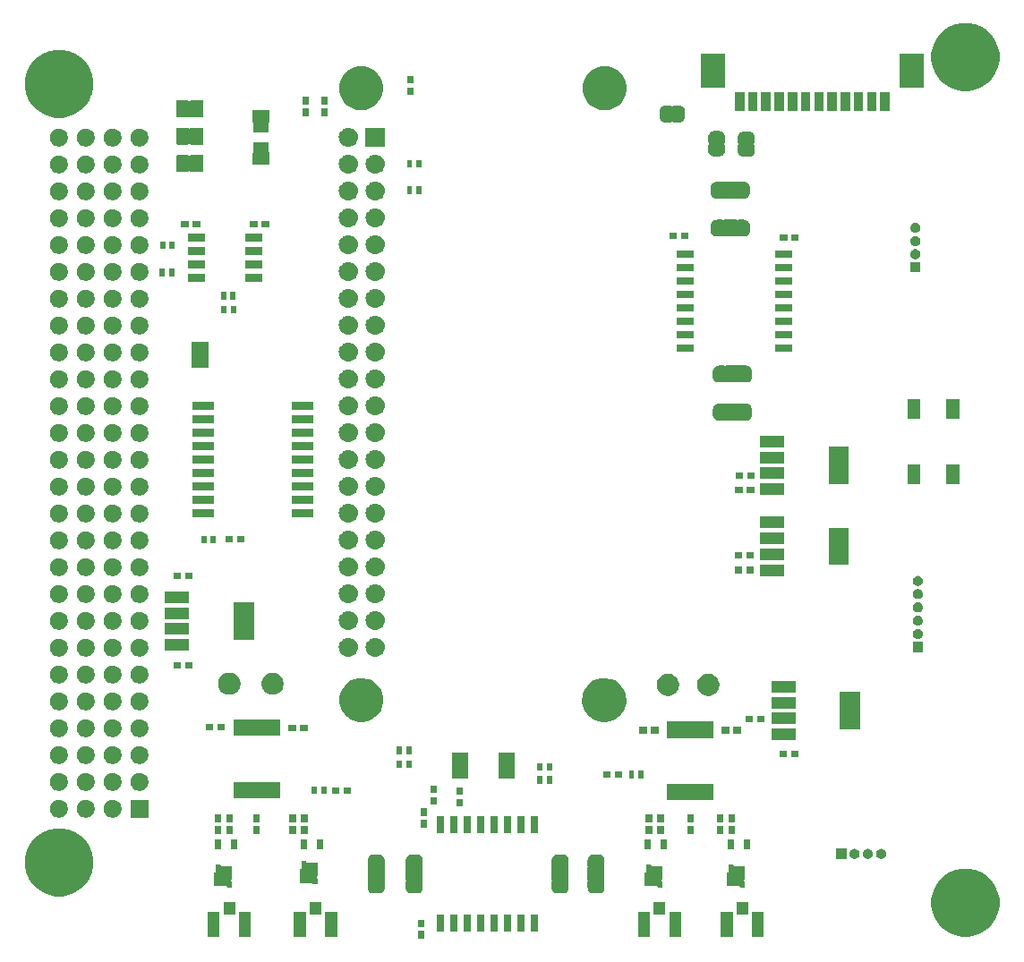
<source format=gbr>
G04 #@! TF.GenerationSoftware,KiCad,Pcbnew,(5.1.2)-2*
G04 #@! TF.CreationDate,2021-11-10T11:27:13-03:00*
G04 #@! TF.ProjectId,MAG_Plus,4d41475f-506c-4757-932e-6b696361645f,rev?*
G04 #@! TF.SameCoordinates,Original*
G04 #@! TF.FileFunction,Soldermask,Top*
G04 #@! TF.FilePolarity,Negative*
%FSLAX46Y46*%
G04 Gerber Fmt 4.6, Leading zero omitted, Abs format (unit mm)*
G04 Created by KiCad (PCBNEW (5.1.2)-2) date 2021-11-10 11:27:13*
%MOMM*%
%LPD*%
G04 APERTURE LIST*
%ADD10C,0.100000*%
G04 APERTURE END LIST*
D10*
G36*
X71581000Y-129511000D02*
G01*
X70979000Y-129511000D01*
X70979000Y-128809000D01*
X71581000Y-128809000D01*
X71581000Y-129511000D01*
X71581000Y-129511000D01*
G37*
G36*
X123720988Y-123007973D02*
G01*
X124308082Y-123251155D01*
X124308084Y-123251156D01*
X124836455Y-123604202D01*
X125285798Y-124053545D01*
X125634764Y-124575810D01*
X125638845Y-124581918D01*
X125882027Y-125169012D01*
X126006000Y-125792265D01*
X126006000Y-126427735D01*
X125882027Y-127050988D01*
X125638845Y-127638082D01*
X125638844Y-127638084D01*
X125285798Y-128166455D01*
X124836455Y-128615798D01*
X124308084Y-128968844D01*
X124308083Y-128968845D01*
X124308082Y-128968845D01*
X123720988Y-129212027D01*
X123097735Y-129336000D01*
X122462265Y-129336000D01*
X121839012Y-129212027D01*
X121251918Y-128968845D01*
X121251917Y-128968845D01*
X121251916Y-128968844D01*
X120723545Y-128615798D01*
X120274202Y-128166455D01*
X119921156Y-127638084D01*
X119921155Y-127638082D01*
X119677973Y-127050988D01*
X119554000Y-126427735D01*
X119554000Y-125792265D01*
X119677973Y-125169012D01*
X119921155Y-124581918D01*
X119925236Y-124575810D01*
X120274202Y-124053545D01*
X120723545Y-123604202D01*
X121251916Y-123251156D01*
X121251918Y-123251155D01*
X121839012Y-123007973D01*
X122462265Y-122884000D01*
X123097735Y-122884000D01*
X123720988Y-123007973D01*
X123720988Y-123007973D01*
G37*
G36*
X100771000Y-129326000D02*
G01*
X99619000Y-129326000D01*
X99619000Y-127024000D01*
X100771000Y-127024000D01*
X100771000Y-129326000D01*
X100771000Y-129326000D01*
G37*
G36*
X92961000Y-129326000D02*
G01*
X91809000Y-129326000D01*
X91809000Y-127024000D01*
X92961000Y-127024000D01*
X92961000Y-129326000D01*
X92961000Y-129326000D01*
G37*
G36*
X60431000Y-129326000D02*
G01*
X59279000Y-129326000D01*
X59279000Y-127024000D01*
X60431000Y-127024000D01*
X60431000Y-129326000D01*
X60431000Y-129326000D01*
G37*
G36*
X63381000Y-129326000D02*
G01*
X62229000Y-129326000D01*
X62229000Y-127024000D01*
X63381000Y-127024000D01*
X63381000Y-129326000D01*
X63381000Y-129326000D01*
G37*
G36*
X55201000Y-129326000D02*
G01*
X54049000Y-129326000D01*
X54049000Y-127024000D01*
X55201000Y-127024000D01*
X55201000Y-129326000D01*
X55201000Y-129326000D01*
G37*
G36*
X103721000Y-129326000D02*
G01*
X102569000Y-129326000D01*
X102569000Y-127024000D01*
X103721000Y-127024000D01*
X103721000Y-129326000D01*
X103721000Y-129326000D01*
G37*
G36*
X95911000Y-129326000D02*
G01*
X94759000Y-129326000D01*
X94759000Y-127024000D01*
X95911000Y-127024000D01*
X95911000Y-129326000D01*
X95911000Y-129326000D01*
G37*
G36*
X52251000Y-129326000D02*
G01*
X51099000Y-129326000D01*
X51099000Y-127024000D01*
X52251000Y-127024000D01*
X52251000Y-129326000D01*
X52251000Y-129326000D01*
G37*
G36*
X79806000Y-128851000D02*
G01*
X79104000Y-128851000D01*
X79104000Y-127249000D01*
X79806000Y-127249000D01*
X79806000Y-128851000D01*
X79806000Y-128851000D01*
G37*
G36*
X81076000Y-128851000D02*
G01*
X80374000Y-128851000D01*
X80374000Y-127249000D01*
X81076000Y-127249000D01*
X81076000Y-128851000D01*
X81076000Y-128851000D01*
G37*
G36*
X78536000Y-128851000D02*
G01*
X77834000Y-128851000D01*
X77834000Y-127249000D01*
X78536000Y-127249000D01*
X78536000Y-128851000D01*
X78536000Y-128851000D01*
G37*
G36*
X77266000Y-128851000D02*
G01*
X76564000Y-128851000D01*
X76564000Y-127249000D01*
X77266000Y-127249000D01*
X77266000Y-128851000D01*
X77266000Y-128851000D01*
G37*
G36*
X82346000Y-128851000D02*
G01*
X81644000Y-128851000D01*
X81644000Y-127249000D01*
X82346000Y-127249000D01*
X82346000Y-128851000D01*
X82346000Y-128851000D01*
G37*
G36*
X75996000Y-128851000D02*
G01*
X75294000Y-128851000D01*
X75294000Y-127249000D01*
X75996000Y-127249000D01*
X75996000Y-128851000D01*
X75996000Y-128851000D01*
G37*
G36*
X74726000Y-128851000D02*
G01*
X74024000Y-128851000D01*
X74024000Y-127249000D01*
X74726000Y-127249000D01*
X74726000Y-128851000D01*
X74726000Y-128851000D01*
G37*
G36*
X73456000Y-128851000D02*
G01*
X72754000Y-128851000D01*
X72754000Y-127249000D01*
X73456000Y-127249000D01*
X73456000Y-128851000D01*
X73456000Y-128851000D01*
G37*
G36*
X71581000Y-128411000D02*
G01*
X70979000Y-128411000D01*
X70979000Y-127709000D01*
X71581000Y-127709000D01*
X71581000Y-128411000D01*
X71581000Y-128411000D01*
G37*
G36*
X61881000Y-127226000D02*
G01*
X60779000Y-127226000D01*
X60779000Y-126074000D01*
X61881000Y-126074000D01*
X61881000Y-127226000D01*
X61881000Y-127226000D01*
G37*
G36*
X53701000Y-127226000D02*
G01*
X52599000Y-127226000D01*
X52599000Y-126074000D01*
X53701000Y-126074000D01*
X53701000Y-127226000D01*
X53701000Y-127226000D01*
G37*
G36*
X102221000Y-127226000D02*
G01*
X101119000Y-127226000D01*
X101119000Y-126074000D01*
X102221000Y-126074000D01*
X102221000Y-127226000D01*
X102221000Y-127226000D01*
G37*
G36*
X94411000Y-127226000D02*
G01*
X93309000Y-127226000D01*
X93309000Y-126074000D01*
X94411000Y-126074000D01*
X94411000Y-127226000D01*
X94411000Y-127226000D01*
G37*
G36*
X37990988Y-119197973D02*
G01*
X38578082Y-119441155D01*
X38578084Y-119441156D01*
X39106455Y-119794202D01*
X39555798Y-120243545D01*
X39908844Y-120771916D01*
X39908845Y-120771918D01*
X40152027Y-121359012D01*
X40276000Y-121982265D01*
X40276000Y-122617735D01*
X40152027Y-123240988D01*
X39916853Y-123808748D01*
X39908844Y-123828084D01*
X39555798Y-124356455D01*
X39106455Y-124805798D01*
X38578084Y-125158844D01*
X38578083Y-125158845D01*
X38578082Y-125158845D01*
X37990988Y-125402027D01*
X37367735Y-125526000D01*
X36732265Y-125526000D01*
X36109012Y-125402027D01*
X35521918Y-125158845D01*
X35521917Y-125158845D01*
X35521916Y-125158844D01*
X34993545Y-124805798D01*
X34544202Y-124356455D01*
X34191156Y-123828084D01*
X34183147Y-123808748D01*
X33947973Y-123240988D01*
X33824000Y-122617735D01*
X33824000Y-121982265D01*
X33947973Y-121359012D01*
X34191155Y-120771918D01*
X34191156Y-120771916D01*
X34544202Y-120243545D01*
X34993545Y-119794202D01*
X35521916Y-119441156D01*
X35521918Y-119441155D01*
X36109012Y-119197973D01*
X36732265Y-119074000D01*
X37367735Y-119074000D01*
X37990988Y-119197973D01*
X37990988Y-119197973D01*
G37*
G36*
X88112199Y-121549954D02*
G01*
X88124450Y-121550556D01*
X88142869Y-121550556D01*
X88165149Y-121552750D01*
X88249233Y-121569476D01*
X88270660Y-121575976D01*
X88349858Y-121608780D01*
X88355303Y-121611691D01*
X88355309Y-121611693D01*
X88364169Y-121616429D01*
X88364173Y-121616432D01*
X88369614Y-121619340D01*
X88440899Y-121666971D01*
X88458204Y-121681172D01*
X88518828Y-121741796D01*
X88533029Y-121759101D01*
X88580660Y-121830386D01*
X88583568Y-121835827D01*
X88583571Y-121835831D01*
X88588307Y-121844691D01*
X88588309Y-121844697D01*
X88591220Y-121850142D01*
X88624024Y-121929340D01*
X88625816Y-121935246D01*
X88625816Y-121935247D01*
X88627274Y-121940054D01*
X88630524Y-121950767D01*
X88647250Y-122034851D01*
X88649444Y-122057131D01*
X88649444Y-122075550D01*
X88650046Y-122087801D01*
X88651852Y-122106139D01*
X88651852Y-122643860D01*
X88650263Y-122659999D01*
X88645855Y-122674528D01*
X88640394Y-122687711D01*
X88635612Y-122711745D01*
X88635611Y-122736249D01*
X88640391Y-122760282D01*
X88649768Y-122782921D01*
X88651000Y-122784765D01*
X88651000Y-124016050D01*
X88644525Y-124028164D01*
X88637412Y-124051613D01*
X88635010Y-124075999D01*
X88637412Y-124100385D01*
X88644525Y-124123834D01*
X88646848Y-124128746D01*
X88650263Y-124140001D01*
X88651852Y-124156140D01*
X88651852Y-124693862D01*
X88650046Y-124712199D01*
X88649444Y-124724450D01*
X88649444Y-124742869D01*
X88647250Y-124765149D01*
X88630524Y-124849233D01*
X88624024Y-124870660D01*
X88591220Y-124949858D01*
X88588309Y-124955303D01*
X88588307Y-124955309D01*
X88583571Y-124964169D01*
X88583568Y-124964173D01*
X88580660Y-124969614D01*
X88533029Y-125040899D01*
X88518828Y-125058204D01*
X88458204Y-125118828D01*
X88440899Y-125133029D01*
X88369614Y-125180660D01*
X88364173Y-125183568D01*
X88364169Y-125183571D01*
X88355309Y-125188307D01*
X88355303Y-125188309D01*
X88349858Y-125191220D01*
X88270660Y-125224024D01*
X88249233Y-125230524D01*
X88165149Y-125247250D01*
X88142869Y-125249444D01*
X88124450Y-125249444D01*
X88112199Y-125250046D01*
X88093862Y-125251852D01*
X87606138Y-125251852D01*
X87587801Y-125250046D01*
X87575550Y-125249444D01*
X87557131Y-125249444D01*
X87534851Y-125247250D01*
X87450767Y-125230524D01*
X87429340Y-125224024D01*
X87350142Y-125191220D01*
X87344697Y-125188309D01*
X87344691Y-125188307D01*
X87335831Y-125183571D01*
X87335827Y-125183568D01*
X87330386Y-125180660D01*
X87259101Y-125133029D01*
X87241796Y-125118828D01*
X87181172Y-125058204D01*
X87166971Y-125040899D01*
X87119340Y-124969614D01*
X87116432Y-124964173D01*
X87116429Y-124964169D01*
X87111693Y-124955309D01*
X87111691Y-124955303D01*
X87108780Y-124949858D01*
X87075976Y-124870660D01*
X87069476Y-124849233D01*
X87052750Y-124765149D01*
X87050556Y-124742869D01*
X87050556Y-124724450D01*
X87049954Y-124712199D01*
X87048148Y-124693862D01*
X87048148Y-124156140D01*
X87049737Y-124140001D01*
X87054145Y-124125472D01*
X87059606Y-124112289D01*
X87064388Y-124088255D01*
X87064389Y-124063751D01*
X87059609Y-124039718D01*
X87050232Y-124017079D01*
X87049000Y-124015235D01*
X87049000Y-122783950D01*
X87055475Y-122771836D01*
X87062588Y-122748387D01*
X87064990Y-122724001D01*
X87062588Y-122699615D01*
X87055475Y-122676166D01*
X87053152Y-122671254D01*
X87049737Y-122659999D01*
X87048148Y-122643860D01*
X87048148Y-122106139D01*
X87049954Y-122087801D01*
X87050556Y-122075550D01*
X87050556Y-122057131D01*
X87052750Y-122034851D01*
X87069476Y-121950767D01*
X87072726Y-121940054D01*
X87074184Y-121935247D01*
X87074184Y-121935246D01*
X87075976Y-121929340D01*
X87108780Y-121850142D01*
X87111691Y-121844697D01*
X87111693Y-121844691D01*
X87116429Y-121835831D01*
X87116432Y-121835827D01*
X87119340Y-121830386D01*
X87166971Y-121759101D01*
X87181172Y-121741796D01*
X87241796Y-121681172D01*
X87259101Y-121666971D01*
X87330386Y-121619340D01*
X87335827Y-121616432D01*
X87335831Y-121616429D01*
X87344691Y-121611693D01*
X87344697Y-121611691D01*
X87350142Y-121608780D01*
X87429340Y-121575976D01*
X87450767Y-121569476D01*
X87534851Y-121552750D01*
X87557131Y-121550556D01*
X87575550Y-121550556D01*
X87587801Y-121549954D01*
X87606139Y-121548148D01*
X88093861Y-121548148D01*
X88112199Y-121549954D01*
X88112199Y-121549954D01*
G37*
G36*
X84712199Y-121549954D02*
G01*
X84724450Y-121550556D01*
X84742869Y-121550556D01*
X84765149Y-121552750D01*
X84849233Y-121569476D01*
X84870660Y-121575976D01*
X84949858Y-121608780D01*
X84955303Y-121611691D01*
X84955309Y-121611693D01*
X84964169Y-121616429D01*
X84964173Y-121616432D01*
X84969614Y-121619340D01*
X85040899Y-121666971D01*
X85058204Y-121681172D01*
X85118828Y-121741796D01*
X85133029Y-121759101D01*
X85180660Y-121830386D01*
X85183568Y-121835827D01*
X85183571Y-121835831D01*
X85188307Y-121844691D01*
X85188309Y-121844697D01*
X85191220Y-121850142D01*
X85224024Y-121929340D01*
X85225816Y-121935246D01*
X85225816Y-121935247D01*
X85227274Y-121940054D01*
X85230524Y-121950767D01*
X85247250Y-122034851D01*
X85249444Y-122057131D01*
X85249444Y-122075550D01*
X85250046Y-122087801D01*
X85251852Y-122106139D01*
X85251852Y-122643860D01*
X85250263Y-122659999D01*
X85245855Y-122674528D01*
X85240394Y-122687711D01*
X85235612Y-122711745D01*
X85235611Y-122736249D01*
X85240391Y-122760282D01*
X85249768Y-122782921D01*
X85251000Y-122784765D01*
X85251000Y-124016050D01*
X85244525Y-124028164D01*
X85237412Y-124051613D01*
X85235010Y-124075999D01*
X85237412Y-124100385D01*
X85244525Y-124123834D01*
X85246848Y-124128746D01*
X85250263Y-124140001D01*
X85251852Y-124156140D01*
X85251852Y-124693862D01*
X85250046Y-124712199D01*
X85249444Y-124724450D01*
X85249444Y-124742869D01*
X85247250Y-124765149D01*
X85230524Y-124849233D01*
X85224024Y-124870660D01*
X85191220Y-124949858D01*
X85188309Y-124955303D01*
X85188307Y-124955309D01*
X85183571Y-124964169D01*
X85183568Y-124964173D01*
X85180660Y-124969614D01*
X85133029Y-125040899D01*
X85118828Y-125058204D01*
X85058204Y-125118828D01*
X85040899Y-125133029D01*
X84969614Y-125180660D01*
X84964173Y-125183568D01*
X84964169Y-125183571D01*
X84955309Y-125188307D01*
X84955303Y-125188309D01*
X84949858Y-125191220D01*
X84870660Y-125224024D01*
X84849233Y-125230524D01*
X84765149Y-125247250D01*
X84742869Y-125249444D01*
X84724450Y-125249444D01*
X84712199Y-125250046D01*
X84693862Y-125251852D01*
X84206138Y-125251852D01*
X84187801Y-125250046D01*
X84175550Y-125249444D01*
X84157131Y-125249444D01*
X84134851Y-125247250D01*
X84050767Y-125230524D01*
X84029340Y-125224024D01*
X83950142Y-125191220D01*
X83944697Y-125188309D01*
X83944691Y-125188307D01*
X83935831Y-125183571D01*
X83935827Y-125183568D01*
X83930386Y-125180660D01*
X83859101Y-125133029D01*
X83841796Y-125118828D01*
X83781172Y-125058204D01*
X83766971Y-125040899D01*
X83719340Y-124969614D01*
X83716432Y-124964173D01*
X83716429Y-124964169D01*
X83711693Y-124955309D01*
X83711691Y-124955303D01*
X83708780Y-124949858D01*
X83675976Y-124870660D01*
X83669476Y-124849233D01*
X83652750Y-124765149D01*
X83650556Y-124742869D01*
X83650556Y-124724450D01*
X83649954Y-124712199D01*
X83648148Y-124693862D01*
X83648148Y-124156140D01*
X83649737Y-124140001D01*
X83654145Y-124125472D01*
X83659606Y-124112289D01*
X83664388Y-124088255D01*
X83664389Y-124063751D01*
X83659609Y-124039718D01*
X83650232Y-124017079D01*
X83649000Y-124015235D01*
X83649000Y-122783950D01*
X83655475Y-122771836D01*
X83662588Y-122748387D01*
X83664990Y-122724001D01*
X83662588Y-122699615D01*
X83655475Y-122676166D01*
X83653152Y-122671254D01*
X83649737Y-122659999D01*
X83648148Y-122643860D01*
X83648148Y-122106139D01*
X83649954Y-122087801D01*
X83650556Y-122075550D01*
X83650556Y-122057131D01*
X83652750Y-122034851D01*
X83669476Y-121950767D01*
X83672726Y-121940054D01*
X83674184Y-121935247D01*
X83674184Y-121935246D01*
X83675976Y-121929340D01*
X83708780Y-121850142D01*
X83711691Y-121844697D01*
X83711693Y-121844691D01*
X83716429Y-121835831D01*
X83716432Y-121835827D01*
X83719340Y-121830386D01*
X83766971Y-121759101D01*
X83781172Y-121741796D01*
X83841796Y-121681172D01*
X83859101Y-121666971D01*
X83930386Y-121619340D01*
X83935827Y-121616432D01*
X83935831Y-121616429D01*
X83944691Y-121611693D01*
X83944697Y-121611691D01*
X83950142Y-121608780D01*
X84029340Y-121575976D01*
X84050767Y-121569476D01*
X84134851Y-121552750D01*
X84157131Y-121550556D01*
X84175550Y-121550556D01*
X84187801Y-121549954D01*
X84206139Y-121548148D01*
X84693861Y-121548148D01*
X84712199Y-121549954D01*
X84712199Y-121549954D01*
G37*
G36*
X67312199Y-121549954D02*
G01*
X67324450Y-121550556D01*
X67342869Y-121550556D01*
X67365149Y-121552750D01*
X67449233Y-121569476D01*
X67470660Y-121575976D01*
X67549858Y-121608780D01*
X67555303Y-121611691D01*
X67555309Y-121611693D01*
X67564169Y-121616429D01*
X67564173Y-121616432D01*
X67569614Y-121619340D01*
X67640899Y-121666971D01*
X67658204Y-121681172D01*
X67718828Y-121741796D01*
X67733029Y-121759101D01*
X67780660Y-121830386D01*
X67783568Y-121835827D01*
X67783571Y-121835831D01*
X67788307Y-121844691D01*
X67788309Y-121844697D01*
X67791220Y-121850142D01*
X67824024Y-121929340D01*
X67825816Y-121935246D01*
X67825816Y-121935247D01*
X67827274Y-121940054D01*
X67830524Y-121950767D01*
X67847250Y-122034851D01*
X67849444Y-122057131D01*
X67849444Y-122075550D01*
X67850046Y-122087801D01*
X67851852Y-122106139D01*
X67851852Y-122643860D01*
X67850263Y-122659999D01*
X67845855Y-122674528D01*
X67840394Y-122687711D01*
X67835612Y-122711745D01*
X67835611Y-122736249D01*
X67840391Y-122760282D01*
X67849768Y-122782921D01*
X67851000Y-122784765D01*
X67851000Y-124016050D01*
X67844525Y-124028164D01*
X67837412Y-124051613D01*
X67835010Y-124075999D01*
X67837412Y-124100385D01*
X67844525Y-124123834D01*
X67846848Y-124128746D01*
X67850263Y-124140001D01*
X67851852Y-124156140D01*
X67851852Y-124693862D01*
X67850046Y-124712199D01*
X67849444Y-124724450D01*
X67849444Y-124742869D01*
X67847250Y-124765149D01*
X67830524Y-124849233D01*
X67824024Y-124870660D01*
X67791220Y-124949858D01*
X67788309Y-124955303D01*
X67788307Y-124955309D01*
X67783571Y-124964169D01*
X67783568Y-124964173D01*
X67780660Y-124969614D01*
X67733029Y-125040899D01*
X67718828Y-125058204D01*
X67658204Y-125118828D01*
X67640899Y-125133029D01*
X67569614Y-125180660D01*
X67564173Y-125183568D01*
X67564169Y-125183571D01*
X67555309Y-125188307D01*
X67555303Y-125188309D01*
X67549858Y-125191220D01*
X67470660Y-125224024D01*
X67449233Y-125230524D01*
X67365149Y-125247250D01*
X67342869Y-125249444D01*
X67324450Y-125249444D01*
X67312199Y-125250046D01*
X67293862Y-125251852D01*
X66806138Y-125251852D01*
X66787801Y-125250046D01*
X66775550Y-125249444D01*
X66757131Y-125249444D01*
X66734851Y-125247250D01*
X66650767Y-125230524D01*
X66629340Y-125224024D01*
X66550142Y-125191220D01*
X66544697Y-125188309D01*
X66544691Y-125188307D01*
X66535831Y-125183571D01*
X66535827Y-125183568D01*
X66530386Y-125180660D01*
X66459101Y-125133029D01*
X66441796Y-125118828D01*
X66381172Y-125058204D01*
X66366971Y-125040899D01*
X66319340Y-124969614D01*
X66316432Y-124964173D01*
X66316429Y-124964169D01*
X66311693Y-124955309D01*
X66311691Y-124955303D01*
X66308780Y-124949858D01*
X66275976Y-124870660D01*
X66269476Y-124849233D01*
X66252750Y-124765149D01*
X66250556Y-124742869D01*
X66250556Y-124724450D01*
X66249954Y-124712199D01*
X66248148Y-124693862D01*
X66248148Y-124156140D01*
X66249737Y-124140001D01*
X66254145Y-124125472D01*
X66259606Y-124112289D01*
X66264388Y-124088255D01*
X66264389Y-124063751D01*
X66259609Y-124039718D01*
X66250232Y-124017079D01*
X66249000Y-124015235D01*
X66249000Y-122783950D01*
X66255475Y-122771836D01*
X66262588Y-122748387D01*
X66264990Y-122724001D01*
X66262588Y-122699615D01*
X66255475Y-122676166D01*
X66253152Y-122671254D01*
X66249737Y-122659999D01*
X66248148Y-122643860D01*
X66248148Y-122106139D01*
X66249954Y-122087801D01*
X66250556Y-122075550D01*
X66250556Y-122057131D01*
X66252750Y-122034851D01*
X66269476Y-121950767D01*
X66272726Y-121940054D01*
X66274184Y-121935247D01*
X66274184Y-121935246D01*
X66275976Y-121929340D01*
X66308780Y-121850142D01*
X66311691Y-121844697D01*
X66311693Y-121844691D01*
X66316429Y-121835831D01*
X66316432Y-121835827D01*
X66319340Y-121830386D01*
X66366971Y-121759101D01*
X66381172Y-121741796D01*
X66441796Y-121681172D01*
X66459101Y-121666971D01*
X66530386Y-121619340D01*
X66535827Y-121616432D01*
X66535831Y-121616429D01*
X66544691Y-121611693D01*
X66544697Y-121611691D01*
X66550142Y-121608780D01*
X66629340Y-121575976D01*
X66650767Y-121569476D01*
X66734851Y-121552750D01*
X66757131Y-121550556D01*
X66775550Y-121550556D01*
X66787801Y-121549954D01*
X66806139Y-121548148D01*
X67293861Y-121548148D01*
X67312199Y-121549954D01*
X67312199Y-121549954D01*
G37*
G36*
X70912199Y-121549954D02*
G01*
X70924450Y-121550556D01*
X70942869Y-121550556D01*
X70965149Y-121552750D01*
X71049233Y-121569476D01*
X71070660Y-121575976D01*
X71149858Y-121608780D01*
X71155303Y-121611691D01*
X71155309Y-121611693D01*
X71164169Y-121616429D01*
X71164173Y-121616432D01*
X71169614Y-121619340D01*
X71240899Y-121666971D01*
X71258204Y-121681172D01*
X71318828Y-121741796D01*
X71333029Y-121759101D01*
X71380660Y-121830386D01*
X71383568Y-121835827D01*
X71383571Y-121835831D01*
X71388307Y-121844691D01*
X71388309Y-121844697D01*
X71391220Y-121850142D01*
X71424024Y-121929340D01*
X71425816Y-121935246D01*
X71425816Y-121935247D01*
X71427274Y-121940054D01*
X71430524Y-121950767D01*
X71447250Y-122034851D01*
X71449444Y-122057131D01*
X71449444Y-122075550D01*
X71450046Y-122087801D01*
X71451852Y-122106139D01*
X71451852Y-122643860D01*
X71450263Y-122659999D01*
X71445855Y-122674528D01*
X71440394Y-122687711D01*
X71435612Y-122711745D01*
X71435611Y-122736249D01*
X71440391Y-122760282D01*
X71449768Y-122782921D01*
X71451000Y-122784765D01*
X71451000Y-124016050D01*
X71444525Y-124028164D01*
X71437412Y-124051613D01*
X71435010Y-124075999D01*
X71437412Y-124100385D01*
X71444525Y-124123834D01*
X71446848Y-124128746D01*
X71450263Y-124140001D01*
X71451852Y-124156140D01*
X71451852Y-124693862D01*
X71450046Y-124712199D01*
X71449444Y-124724450D01*
X71449444Y-124742869D01*
X71447250Y-124765149D01*
X71430524Y-124849233D01*
X71424024Y-124870660D01*
X71391220Y-124949858D01*
X71388309Y-124955303D01*
X71388307Y-124955309D01*
X71383571Y-124964169D01*
X71383568Y-124964173D01*
X71380660Y-124969614D01*
X71333029Y-125040899D01*
X71318828Y-125058204D01*
X71258204Y-125118828D01*
X71240899Y-125133029D01*
X71169614Y-125180660D01*
X71164173Y-125183568D01*
X71164169Y-125183571D01*
X71155309Y-125188307D01*
X71155303Y-125188309D01*
X71149858Y-125191220D01*
X71070660Y-125224024D01*
X71049233Y-125230524D01*
X70965149Y-125247250D01*
X70942869Y-125249444D01*
X70924450Y-125249444D01*
X70912199Y-125250046D01*
X70893862Y-125251852D01*
X70406138Y-125251852D01*
X70387801Y-125250046D01*
X70375550Y-125249444D01*
X70357131Y-125249444D01*
X70334851Y-125247250D01*
X70250767Y-125230524D01*
X70229340Y-125224024D01*
X70150142Y-125191220D01*
X70144697Y-125188309D01*
X70144691Y-125188307D01*
X70135831Y-125183571D01*
X70135827Y-125183568D01*
X70130386Y-125180660D01*
X70059101Y-125133029D01*
X70041796Y-125118828D01*
X69981172Y-125058204D01*
X69966971Y-125040899D01*
X69919340Y-124969614D01*
X69916432Y-124964173D01*
X69916429Y-124964169D01*
X69911693Y-124955309D01*
X69911691Y-124955303D01*
X69908780Y-124949858D01*
X69875976Y-124870660D01*
X69869476Y-124849233D01*
X69852750Y-124765149D01*
X69850556Y-124742869D01*
X69850556Y-124724450D01*
X69849954Y-124712199D01*
X69848148Y-124693862D01*
X69848148Y-124156140D01*
X69849737Y-124140001D01*
X69854145Y-124125472D01*
X69859606Y-124112289D01*
X69864388Y-124088255D01*
X69864389Y-124063751D01*
X69859609Y-124039718D01*
X69850232Y-124017079D01*
X69849000Y-124015235D01*
X69849000Y-122783950D01*
X69855475Y-122771836D01*
X69862588Y-122748387D01*
X69864990Y-122724001D01*
X69862588Y-122699615D01*
X69855475Y-122676166D01*
X69853152Y-122671254D01*
X69849737Y-122659999D01*
X69848148Y-122643860D01*
X69848148Y-122106139D01*
X69849954Y-122087801D01*
X69850556Y-122075550D01*
X69850556Y-122057131D01*
X69852750Y-122034851D01*
X69869476Y-121950767D01*
X69872726Y-121940054D01*
X69874184Y-121935247D01*
X69874184Y-121935246D01*
X69875976Y-121929340D01*
X69908780Y-121850142D01*
X69911691Y-121844697D01*
X69911693Y-121844691D01*
X69916429Y-121835831D01*
X69916432Y-121835827D01*
X69919340Y-121830386D01*
X69966971Y-121759101D01*
X69981172Y-121741796D01*
X70041796Y-121681172D01*
X70059101Y-121666971D01*
X70130386Y-121619340D01*
X70135827Y-121616432D01*
X70135831Y-121616429D01*
X70144691Y-121611693D01*
X70144697Y-121611691D01*
X70150142Y-121608780D01*
X70229340Y-121575976D01*
X70250767Y-121569476D01*
X70334851Y-121552750D01*
X70357131Y-121550556D01*
X70375550Y-121550556D01*
X70387801Y-121549954D01*
X70406139Y-121548148D01*
X70893861Y-121548148D01*
X70912199Y-121549954D01*
X70912199Y-121549954D01*
G37*
G36*
X52289999Y-122499737D02*
G01*
X52299608Y-122502652D01*
X52308472Y-122507390D01*
X52316237Y-122513763D01*
X52322610Y-122521528D01*
X52327348Y-122530392D01*
X52330263Y-122540001D01*
X52331368Y-122551225D01*
X52336148Y-122575258D01*
X52345526Y-122597897D01*
X52359139Y-122618271D01*
X52376466Y-122635598D01*
X52396840Y-122649212D01*
X52419479Y-122658589D01*
X52443513Y-122663370D01*
X52468017Y-122663370D01*
X52492050Y-122658590D01*
X52503607Y-122654454D01*
X52523607Y-122646168D01*
X52524104Y-122646069D01*
X52524127Y-122646062D01*
X52534003Y-122644096D01*
X52534022Y-122644094D01*
X52537367Y-122643428D01*
X52543077Y-122643148D01*
X53336923Y-122643148D01*
X53342633Y-122643428D01*
X53345977Y-122644094D01*
X53345997Y-122644096D01*
X53355873Y-122646062D01*
X53355902Y-122646071D01*
X53356390Y-122646168D01*
X53366510Y-122650360D01*
X53375607Y-122656431D01*
X53375930Y-122656754D01*
X53376013Y-122656822D01*
X53383178Y-122663987D01*
X53383246Y-122664070D01*
X53383569Y-122664393D01*
X53389640Y-122673490D01*
X53393832Y-122683610D01*
X53393929Y-122684098D01*
X53393938Y-122684127D01*
X53395904Y-122694003D01*
X53395906Y-122694023D01*
X53396572Y-122697367D01*
X53396852Y-122703077D01*
X53396852Y-123896923D01*
X53396572Y-123902633D01*
X53395906Y-123905977D01*
X53395904Y-123905997D01*
X53393938Y-123915873D01*
X53393929Y-123915902D01*
X53393832Y-123916390D01*
X53389640Y-123926510D01*
X53383569Y-123935607D01*
X53383246Y-123935930D01*
X53383178Y-123936013D01*
X53379373Y-123939818D01*
X53363897Y-123958676D01*
X53352346Y-123980287D01*
X53345233Y-124003736D01*
X53342831Y-124028122D01*
X53345233Y-124052508D01*
X53352346Y-124075957D01*
X53363897Y-124097568D01*
X53374028Y-124108748D01*
X53373425Y-124109243D01*
X53387610Y-124126528D01*
X53392348Y-124135392D01*
X53395263Y-124145001D01*
X53396852Y-124161140D01*
X53396852Y-124498860D01*
X53395263Y-124514999D01*
X53389723Y-124533260D01*
X53387236Y-124539263D01*
X53382455Y-124563296D01*
X53381852Y-124575555D01*
X53381852Y-124643860D01*
X53380263Y-124659999D01*
X53377348Y-124669608D01*
X53372610Y-124678472D01*
X53366237Y-124686237D01*
X53358472Y-124692610D01*
X53349608Y-124697348D01*
X53339999Y-124700263D01*
X53323860Y-124701852D01*
X53016140Y-124701852D01*
X53000001Y-124700263D01*
X52990392Y-124697348D01*
X52981528Y-124692610D01*
X52973763Y-124686237D01*
X52967390Y-124678472D01*
X52962652Y-124669608D01*
X52959737Y-124659999D01*
X52958049Y-124642857D01*
X52953269Y-124618824D01*
X52943891Y-124596185D01*
X52930277Y-124575810D01*
X52912950Y-124558483D01*
X52892576Y-124544870D01*
X52869937Y-124535492D01*
X52845904Y-124530712D01*
X52821400Y-124530712D01*
X52797367Y-124535492D01*
X52774002Y-124546536D01*
X52756390Y-124553832D01*
X52755902Y-124553929D01*
X52755873Y-124553938D01*
X52745997Y-124555904D01*
X52745977Y-124555906D01*
X52742633Y-124556572D01*
X52736923Y-124556852D01*
X51943077Y-124556852D01*
X51937367Y-124556572D01*
X51934022Y-124555906D01*
X51934003Y-124555904D01*
X51925726Y-124554256D01*
X51901342Y-124551852D01*
X51796140Y-124551852D01*
X51780001Y-124550263D01*
X51770392Y-124547348D01*
X51761528Y-124542610D01*
X51753763Y-124536237D01*
X51747390Y-124528472D01*
X51742652Y-124519608D01*
X51739737Y-124509999D01*
X51738148Y-124493860D01*
X51738148Y-123316140D01*
X51739737Y-123300001D01*
X51742652Y-123290392D01*
X51747390Y-123281528D01*
X51753763Y-123273763D01*
X51761528Y-123267390D01*
X51770392Y-123262652D01*
X51780001Y-123259737D01*
X51795176Y-123258243D01*
X51819209Y-123253463D01*
X51841848Y-123244086D01*
X51862223Y-123230473D01*
X51879550Y-123213146D01*
X51893164Y-123192772D01*
X51902542Y-123170133D01*
X51907323Y-123146100D01*
X51907323Y-123121596D01*
X51902543Y-123097563D01*
X51893164Y-123074920D01*
X51887653Y-123064610D01*
X51884737Y-123054999D01*
X51883148Y-123038860D01*
X51883148Y-122701140D01*
X51884737Y-122685001D01*
X51890277Y-122666740D01*
X51892764Y-122660737D01*
X51897545Y-122636704D01*
X51898148Y-122624445D01*
X51898148Y-122556140D01*
X51899737Y-122540001D01*
X51902652Y-122530392D01*
X51907390Y-122521528D01*
X51913763Y-122513763D01*
X51921528Y-122507390D01*
X51930392Y-122502652D01*
X51940001Y-122499737D01*
X51956140Y-122498148D01*
X52273860Y-122498148D01*
X52289999Y-122499737D01*
X52289999Y-122499737D01*
G37*
G36*
X93009999Y-122499737D02*
G01*
X93019608Y-122502652D01*
X93028472Y-122507390D01*
X93036237Y-122513763D01*
X93042610Y-122521528D01*
X93047348Y-122530392D01*
X93050263Y-122540001D01*
X93051368Y-122551225D01*
X93056148Y-122575258D01*
X93065526Y-122597897D01*
X93079139Y-122618271D01*
X93096466Y-122635598D01*
X93116840Y-122649212D01*
X93139479Y-122658589D01*
X93163513Y-122663370D01*
X93188017Y-122663370D01*
X93212050Y-122658590D01*
X93223607Y-122654454D01*
X93243607Y-122646168D01*
X93244104Y-122646069D01*
X93244127Y-122646062D01*
X93254003Y-122644096D01*
X93254022Y-122644094D01*
X93257367Y-122643428D01*
X93263077Y-122643148D01*
X94056923Y-122643148D01*
X94062633Y-122643428D01*
X94065977Y-122644094D01*
X94065997Y-122644096D01*
X94075873Y-122646062D01*
X94075902Y-122646071D01*
X94076390Y-122646168D01*
X94086510Y-122650360D01*
X94095607Y-122656431D01*
X94095930Y-122656754D01*
X94096013Y-122656822D01*
X94103178Y-122663987D01*
X94103246Y-122664070D01*
X94103569Y-122664393D01*
X94109640Y-122673490D01*
X94113832Y-122683610D01*
X94113929Y-122684098D01*
X94113938Y-122684127D01*
X94115904Y-122694003D01*
X94115906Y-122694023D01*
X94116572Y-122697367D01*
X94116852Y-122703077D01*
X94116852Y-123896923D01*
X94116572Y-123902633D01*
X94115906Y-123905977D01*
X94115904Y-123905997D01*
X94113938Y-123915873D01*
X94113929Y-123915902D01*
X94113832Y-123916390D01*
X94109640Y-123926510D01*
X94103569Y-123935607D01*
X94103246Y-123935930D01*
X94103178Y-123936013D01*
X94099373Y-123939818D01*
X94083897Y-123958676D01*
X94072346Y-123980287D01*
X94065233Y-124003736D01*
X94062831Y-124028122D01*
X94065233Y-124052508D01*
X94072346Y-124075957D01*
X94083897Y-124097568D01*
X94094028Y-124108748D01*
X94093425Y-124109243D01*
X94107610Y-124126528D01*
X94112348Y-124135392D01*
X94115263Y-124145001D01*
X94116852Y-124161140D01*
X94116852Y-124498860D01*
X94115263Y-124514999D01*
X94109723Y-124533260D01*
X94107236Y-124539263D01*
X94102455Y-124563296D01*
X94101852Y-124575555D01*
X94101852Y-124643860D01*
X94100263Y-124659999D01*
X94097348Y-124669608D01*
X94092610Y-124678472D01*
X94086237Y-124686237D01*
X94078472Y-124692610D01*
X94069608Y-124697348D01*
X94059999Y-124700263D01*
X94043860Y-124701852D01*
X93736140Y-124701852D01*
X93720001Y-124700263D01*
X93710392Y-124697348D01*
X93701528Y-124692610D01*
X93693763Y-124686237D01*
X93687390Y-124678472D01*
X93682652Y-124669608D01*
X93679737Y-124659999D01*
X93678049Y-124642857D01*
X93673269Y-124618824D01*
X93663891Y-124596185D01*
X93650277Y-124575810D01*
X93632950Y-124558483D01*
X93612576Y-124544870D01*
X93589937Y-124535492D01*
X93565904Y-124530712D01*
X93541400Y-124530712D01*
X93517367Y-124535492D01*
X93494002Y-124546536D01*
X93476390Y-124553832D01*
X93475902Y-124553929D01*
X93475873Y-124553938D01*
X93465997Y-124555904D01*
X93465977Y-124555906D01*
X93462633Y-124556572D01*
X93456923Y-124556852D01*
X92663077Y-124556852D01*
X92657367Y-124556572D01*
X92654022Y-124555906D01*
X92654003Y-124555904D01*
X92645726Y-124554256D01*
X92621342Y-124551852D01*
X92516140Y-124551852D01*
X92500001Y-124550263D01*
X92490392Y-124547348D01*
X92481528Y-124542610D01*
X92473763Y-124536237D01*
X92467390Y-124528472D01*
X92462652Y-124519608D01*
X92459737Y-124509999D01*
X92458148Y-124493860D01*
X92458148Y-123316140D01*
X92459737Y-123300001D01*
X92462652Y-123290392D01*
X92467390Y-123281528D01*
X92473763Y-123273763D01*
X92481528Y-123267390D01*
X92490392Y-123262652D01*
X92500001Y-123259737D01*
X92515176Y-123258243D01*
X92539209Y-123253463D01*
X92561848Y-123244086D01*
X92582223Y-123230473D01*
X92599550Y-123213146D01*
X92613164Y-123192772D01*
X92622542Y-123170133D01*
X92627323Y-123146100D01*
X92627323Y-123121596D01*
X92622543Y-123097563D01*
X92613164Y-123074920D01*
X92607653Y-123064610D01*
X92604737Y-123054999D01*
X92603148Y-123038860D01*
X92603148Y-122701140D01*
X92604737Y-122685001D01*
X92610277Y-122666740D01*
X92612764Y-122660737D01*
X92617545Y-122636704D01*
X92618148Y-122624445D01*
X92618148Y-122556140D01*
X92619737Y-122540001D01*
X92622652Y-122530392D01*
X92627390Y-122521528D01*
X92633763Y-122513763D01*
X92641528Y-122507390D01*
X92650392Y-122502652D01*
X92660001Y-122499737D01*
X92676140Y-122498148D01*
X92993860Y-122498148D01*
X93009999Y-122499737D01*
X93009999Y-122499737D01*
G37*
G36*
X100799999Y-122499737D02*
G01*
X100809608Y-122502652D01*
X100818472Y-122507390D01*
X100826237Y-122513763D01*
X100832610Y-122521528D01*
X100837348Y-122530392D01*
X100840263Y-122540001D01*
X100841368Y-122551225D01*
X100846148Y-122575258D01*
X100855526Y-122597897D01*
X100869139Y-122618271D01*
X100886466Y-122635598D01*
X100906840Y-122649212D01*
X100929479Y-122658589D01*
X100953513Y-122663370D01*
X100978017Y-122663370D01*
X101002050Y-122658590D01*
X101013607Y-122654454D01*
X101033607Y-122646168D01*
X101034104Y-122646069D01*
X101034127Y-122646062D01*
X101044003Y-122644096D01*
X101044022Y-122644094D01*
X101047367Y-122643428D01*
X101053077Y-122643148D01*
X101846923Y-122643148D01*
X101852633Y-122643428D01*
X101855977Y-122644094D01*
X101855997Y-122644096D01*
X101865873Y-122646062D01*
X101865902Y-122646071D01*
X101866390Y-122646168D01*
X101876510Y-122650360D01*
X101885607Y-122656431D01*
X101885930Y-122656754D01*
X101886013Y-122656822D01*
X101893178Y-122663987D01*
X101893246Y-122664070D01*
X101893569Y-122664393D01*
X101899640Y-122673490D01*
X101903832Y-122683610D01*
X101903929Y-122684098D01*
X101903938Y-122684127D01*
X101905904Y-122694003D01*
X101905906Y-122694023D01*
X101906572Y-122697367D01*
X101906852Y-122703077D01*
X101906852Y-123896923D01*
X101906572Y-123902633D01*
X101905906Y-123905977D01*
X101905904Y-123905997D01*
X101903938Y-123915873D01*
X101903929Y-123915902D01*
X101903832Y-123916390D01*
X101899640Y-123926510D01*
X101893569Y-123935607D01*
X101893246Y-123935930D01*
X101893178Y-123936013D01*
X101889373Y-123939818D01*
X101873897Y-123958676D01*
X101862346Y-123980287D01*
X101855233Y-124003736D01*
X101852831Y-124028122D01*
X101855233Y-124052508D01*
X101862346Y-124075957D01*
X101873897Y-124097568D01*
X101884028Y-124108748D01*
X101883425Y-124109243D01*
X101897610Y-124126528D01*
X101902348Y-124135392D01*
X101905263Y-124145001D01*
X101906852Y-124161140D01*
X101906852Y-124498860D01*
X101905263Y-124514999D01*
X101899723Y-124533260D01*
X101897236Y-124539263D01*
X101892455Y-124563296D01*
X101891852Y-124575555D01*
X101891852Y-124643860D01*
X101890263Y-124659999D01*
X101887348Y-124669608D01*
X101882610Y-124678472D01*
X101876237Y-124686237D01*
X101868472Y-124692610D01*
X101859608Y-124697348D01*
X101849999Y-124700263D01*
X101833860Y-124701852D01*
X101526140Y-124701852D01*
X101510001Y-124700263D01*
X101500392Y-124697348D01*
X101491528Y-124692610D01*
X101483763Y-124686237D01*
X101477390Y-124678472D01*
X101472652Y-124669608D01*
X101469737Y-124659999D01*
X101468049Y-124642857D01*
X101463269Y-124618824D01*
X101453891Y-124596185D01*
X101440277Y-124575810D01*
X101422950Y-124558483D01*
X101402576Y-124544870D01*
X101379937Y-124535492D01*
X101355904Y-124530712D01*
X101331400Y-124530712D01*
X101307367Y-124535492D01*
X101284002Y-124546536D01*
X101266390Y-124553832D01*
X101265902Y-124553929D01*
X101265873Y-124553938D01*
X101255997Y-124555904D01*
X101255977Y-124555906D01*
X101252633Y-124556572D01*
X101246923Y-124556852D01*
X100453077Y-124556852D01*
X100447367Y-124556572D01*
X100444022Y-124555906D01*
X100444003Y-124555904D01*
X100435726Y-124554256D01*
X100411342Y-124551852D01*
X100306140Y-124551852D01*
X100290001Y-124550263D01*
X100280392Y-124547348D01*
X100271528Y-124542610D01*
X100263763Y-124536237D01*
X100257390Y-124528472D01*
X100252652Y-124519608D01*
X100249737Y-124509999D01*
X100248148Y-124493860D01*
X100248148Y-123316140D01*
X100249737Y-123300001D01*
X100252652Y-123290392D01*
X100257390Y-123281528D01*
X100263763Y-123273763D01*
X100271528Y-123267390D01*
X100280392Y-123262652D01*
X100290001Y-123259737D01*
X100305176Y-123258243D01*
X100329209Y-123253463D01*
X100351848Y-123244086D01*
X100372223Y-123230473D01*
X100389550Y-123213146D01*
X100403164Y-123192772D01*
X100412542Y-123170133D01*
X100417323Y-123146100D01*
X100417323Y-123121596D01*
X100412543Y-123097563D01*
X100403164Y-123074920D01*
X100397653Y-123064610D01*
X100394737Y-123054999D01*
X100393148Y-123038860D01*
X100393148Y-122701140D01*
X100394737Y-122685001D01*
X100400277Y-122666740D01*
X100402764Y-122660737D01*
X100407545Y-122636704D01*
X100408148Y-122624445D01*
X100408148Y-122556140D01*
X100409737Y-122540001D01*
X100412652Y-122530392D01*
X100417390Y-122521528D01*
X100423763Y-122513763D01*
X100431528Y-122507390D01*
X100440392Y-122502652D01*
X100450001Y-122499737D01*
X100466140Y-122498148D01*
X100783860Y-122498148D01*
X100799999Y-122499737D01*
X100799999Y-122499737D01*
G37*
G36*
X60389999Y-122199737D02*
G01*
X60399608Y-122202652D01*
X60408472Y-122207390D01*
X60416237Y-122213763D01*
X60422610Y-122221528D01*
X60427348Y-122230392D01*
X60430263Y-122240001D01*
X60431368Y-122251225D01*
X60436148Y-122275258D01*
X60445526Y-122297897D01*
X60459139Y-122318271D01*
X60476466Y-122335598D01*
X60496840Y-122349212D01*
X60519479Y-122358589D01*
X60543513Y-122363370D01*
X60568017Y-122363370D01*
X60592050Y-122358590D01*
X60603607Y-122354454D01*
X60623607Y-122346168D01*
X60624104Y-122346069D01*
X60624127Y-122346062D01*
X60634003Y-122344096D01*
X60634022Y-122344094D01*
X60637367Y-122343428D01*
X60643077Y-122343148D01*
X61436923Y-122343148D01*
X61442633Y-122343428D01*
X61445977Y-122344094D01*
X61445997Y-122344096D01*
X61455873Y-122346062D01*
X61455902Y-122346071D01*
X61456390Y-122346168D01*
X61466510Y-122350360D01*
X61475607Y-122356431D01*
X61475930Y-122356754D01*
X61476013Y-122356822D01*
X61483178Y-122363987D01*
X61483246Y-122364070D01*
X61483569Y-122364393D01*
X61489640Y-122373490D01*
X61493832Y-122383610D01*
X61493929Y-122384098D01*
X61493938Y-122384127D01*
X61495904Y-122394003D01*
X61495906Y-122394023D01*
X61496572Y-122397367D01*
X61496852Y-122403077D01*
X61496852Y-123596923D01*
X61496572Y-123602633D01*
X61495906Y-123605977D01*
X61495904Y-123605997D01*
X61493938Y-123615873D01*
X61493929Y-123615902D01*
X61493832Y-123616390D01*
X61489640Y-123626510D01*
X61483569Y-123635607D01*
X61483246Y-123635930D01*
X61483178Y-123636013D01*
X61479373Y-123639818D01*
X61463897Y-123658676D01*
X61452346Y-123680287D01*
X61445233Y-123703736D01*
X61442831Y-123728122D01*
X61445233Y-123752508D01*
X61452346Y-123775957D01*
X61463897Y-123797568D01*
X61474028Y-123808748D01*
X61473425Y-123809243D01*
X61487610Y-123826528D01*
X61492348Y-123835392D01*
X61495263Y-123845001D01*
X61496852Y-123861140D01*
X61496852Y-124198860D01*
X61495263Y-124214999D01*
X61489723Y-124233260D01*
X61487236Y-124239263D01*
X61482455Y-124263296D01*
X61481852Y-124275555D01*
X61481852Y-124343860D01*
X61480263Y-124359999D01*
X61477348Y-124369608D01*
X61472610Y-124378472D01*
X61466237Y-124386237D01*
X61458472Y-124392610D01*
X61449608Y-124397348D01*
X61439999Y-124400263D01*
X61423860Y-124401852D01*
X61116140Y-124401852D01*
X61100001Y-124400263D01*
X61090392Y-124397348D01*
X61081528Y-124392610D01*
X61073763Y-124386237D01*
X61067390Y-124378472D01*
X61062652Y-124369608D01*
X61059737Y-124359999D01*
X61058049Y-124342857D01*
X61053269Y-124318824D01*
X61043891Y-124296185D01*
X61030277Y-124275810D01*
X61012950Y-124258483D01*
X60992576Y-124244870D01*
X60969937Y-124235492D01*
X60945904Y-124230712D01*
X60921400Y-124230712D01*
X60897367Y-124235492D01*
X60874002Y-124246536D01*
X60856390Y-124253832D01*
X60855902Y-124253929D01*
X60855873Y-124253938D01*
X60845997Y-124255904D01*
X60845977Y-124255906D01*
X60842633Y-124256572D01*
X60836923Y-124256852D01*
X60043077Y-124256852D01*
X60037367Y-124256572D01*
X60034022Y-124255906D01*
X60034003Y-124255904D01*
X60025726Y-124254256D01*
X60001342Y-124251852D01*
X59896140Y-124251852D01*
X59880001Y-124250263D01*
X59870392Y-124247348D01*
X59861528Y-124242610D01*
X59853763Y-124236237D01*
X59847390Y-124228472D01*
X59842652Y-124219608D01*
X59839737Y-124209999D01*
X59838148Y-124193860D01*
X59838148Y-123016140D01*
X59839737Y-123000001D01*
X59842652Y-122990392D01*
X59847390Y-122981528D01*
X59853763Y-122973763D01*
X59861528Y-122967390D01*
X59870392Y-122962652D01*
X59880001Y-122959737D01*
X59895176Y-122958243D01*
X59919209Y-122953463D01*
X59941848Y-122944086D01*
X59962223Y-122930473D01*
X59979550Y-122913146D01*
X59993164Y-122892772D01*
X60002542Y-122870133D01*
X60007323Y-122846100D01*
X60007323Y-122821596D01*
X60002543Y-122797563D01*
X59993164Y-122774920D01*
X59987653Y-122764610D01*
X59984737Y-122754999D01*
X59983148Y-122738860D01*
X59983148Y-122401140D01*
X59984737Y-122385001D01*
X59990277Y-122366740D01*
X59992764Y-122360737D01*
X59997545Y-122336704D01*
X59998148Y-122324445D01*
X59998148Y-122256140D01*
X59999737Y-122240001D01*
X60002652Y-122230392D01*
X60007390Y-122221528D01*
X60013763Y-122213763D01*
X60021528Y-122207390D01*
X60030392Y-122202652D01*
X60040001Y-122199737D01*
X60056140Y-122198148D01*
X60373860Y-122198148D01*
X60389999Y-122199737D01*
X60389999Y-122199737D01*
G37*
G36*
X111526000Y-121956000D02*
G01*
X110574000Y-121956000D01*
X110574000Y-121004000D01*
X111526000Y-121004000D01*
X111526000Y-121956000D01*
X111526000Y-121956000D01*
G37*
G36*
X112438843Y-121022292D02*
G01*
X112489588Y-121043311D01*
X112525470Y-121058174D01*
X112603432Y-121110267D01*
X112669733Y-121176568D01*
X112721826Y-121254530D01*
X112721826Y-121254531D01*
X112757708Y-121341157D01*
X112776000Y-121433117D01*
X112776000Y-121526883D01*
X112757708Y-121618843D01*
X112757502Y-121619340D01*
X112721826Y-121705470D01*
X112669733Y-121783432D01*
X112603432Y-121849733D01*
X112525470Y-121901826D01*
X112489588Y-121916689D01*
X112438843Y-121937708D01*
X112346883Y-121956000D01*
X112253117Y-121956000D01*
X112161157Y-121937708D01*
X112110412Y-121916689D01*
X112074530Y-121901826D01*
X111996568Y-121849733D01*
X111930267Y-121783432D01*
X111878174Y-121705470D01*
X111842498Y-121619340D01*
X111842292Y-121618843D01*
X111824000Y-121526883D01*
X111824000Y-121433117D01*
X111842292Y-121341157D01*
X111878174Y-121254531D01*
X111878174Y-121254530D01*
X111930267Y-121176568D01*
X111996568Y-121110267D01*
X112074530Y-121058174D01*
X112110412Y-121043311D01*
X112161157Y-121022292D01*
X112253117Y-121004000D01*
X112346883Y-121004000D01*
X112438843Y-121022292D01*
X112438843Y-121022292D01*
G37*
G36*
X114938843Y-121022292D02*
G01*
X114989588Y-121043311D01*
X115025470Y-121058174D01*
X115103432Y-121110267D01*
X115169733Y-121176568D01*
X115221826Y-121254530D01*
X115221826Y-121254531D01*
X115257708Y-121341157D01*
X115276000Y-121433117D01*
X115276000Y-121526883D01*
X115257708Y-121618843D01*
X115257502Y-121619340D01*
X115221826Y-121705470D01*
X115169733Y-121783432D01*
X115103432Y-121849733D01*
X115025470Y-121901826D01*
X114989588Y-121916689D01*
X114938843Y-121937708D01*
X114846883Y-121956000D01*
X114753117Y-121956000D01*
X114661157Y-121937708D01*
X114610412Y-121916689D01*
X114574530Y-121901826D01*
X114496568Y-121849733D01*
X114430267Y-121783432D01*
X114378174Y-121705470D01*
X114342498Y-121619340D01*
X114342292Y-121618843D01*
X114324000Y-121526883D01*
X114324000Y-121433117D01*
X114342292Y-121341157D01*
X114378174Y-121254531D01*
X114378174Y-121254530D01*
X114430267Y-121176568D01*
X114496568Y-121110267D01*
X114574530Y-121058174D01*
X114610412Y-121043311D01*
X114661157Y-121022292D01*
X114753117Y-121004000D01*
X114846883Y-121004000D01*
X114938843Y-121022292D01*
X114938843Y-121022292D01*
G37*
G36*
X113688843Y-121022292D02*
G01*
X113739588Y-121043311D01*
X113775470Y-121058174D01*
X113853432Y-121110267D01*
X113919733Y-121176568D01*
X113971826Y-121254530D01*
X113971826Y-121254531D01*
X114007708Y-121341157D01*
X114026000Y-121433117D01*
X114026000Y-121526883D01*
X114007708Y-121618843D01*
X114007502Y-121619340D01*
X113971826Y-121705470D01*
X113919733Y-121783432D01*
X113853432Y-121849733D01*
X113775470Y-121901826D01*
X113739588Y-121916689D01*
X113688843Y-121937708D01*
X113596883Y-121956000D01*
X113503117Y-121956000D01*
X113411157Y-121937708D01*
X113360412Y-121916689D01*
X113324530Y-121901826D01*
X113246568Y-121849733D01*
X113180267Y-121783432D01*
X113128174Y-121705470D01*
X113092498Y-121619340D01*
X113092292Y-121618843D01*
X113074000Y-121526883D01*
X113074000Y-121433117D01*
X113092292Y-121341157D01*
X113128174Y-121254531D01*
X113128174Y-121254530D01*
X113180267Y-121176568D01*
X113246568Y-121110267D01*
X113324530Y-121058174D01*
X113360412Y-121043311D01*
X113411157Y-121022292D01*
X113503117Y-121004000D01*
X113596883Y-121004000D01*
X113688843Y-121022292D01*
X113688843Y-121022292D01*
G37*
G36*
X60511000Y-121101000D02*
G01*
X59909000Y-121101000D01*
X59909000Y-120099000D01*
X60511000Y-120099000D01*
X60511000Y-121101000D01*
X60511000Y-121101000D01*
G37*
G36*
X53883000Y-121101000D02*
G01*
X53281000Y-121101000D01*
X53281000Y-120099000D01*
X53883000Y-120099000D01*
X53883000Y-121101000D01*
X53883000Y-121101000D01*
G37*
G36*
X62011000Y-121101000D02*
G01*
X61409000Y-121101000D01*
X61409000Y-120099000D01*
X62011000Y-120099000D01*
X62011000Y-121101000D01*
X62011000Y-121101000D01*
G37*
G36*
X52383000Y-121101000D02*
G01*
X51781000Y-121101000D01*
X51781000Y-120099000D01*
X52383000Y-120099000D01*
X52383000Y-121101000D01*
X52383000Y-121101000D01*
G37*
G36*
X93011000Y-121101000D02*
G01*
X92409000Y-121101000D01*
X92409000Y-120099000D01*
X93011000Y-120099000D01*
X93011000Y-121101000D01*
X93011000Y-121101000D01*
G37*
G36*
X94511000Y-121101000D02*
G01*
X93909000Y-121101000D01*
X93909000Y-120099000D01*
X94511000Y-120099000D01*
X94511000Y-121101000D01*
X94511000Y-121101000D01*
G37*
G36*
X100897000Y-121101000D02*
G01*
X100295000Y-121101000D01*
X100295000Y-120099000D01*
X100897000Y-120099000D01*
X100897000Y-121101000D01*
X100897000Y-121101000D01*
G37*
G36*
X102397000Y-121101000D02*
G01*
X101795000Y-121101000D01*
X101795000Y-120099000D01*
X102397000Y-120099000D01*
X102397000Y-121101000D01*
X102397000Y-121101000D01*
G37*
G36*
X100951000Y-119601000D02*
G01*
X100349000Y-119601000D01*
X100349000Y-118899000D01*
X100951000Y-118899000D01*
X100951000Y-119601000D01*
X100951000Y-119601000D01*
G37*
G36*
X53451000Y-119601000D02*
G01*
X52849000Y-119601000D01*
X52849000Y-118899000D01*
X53451000Y-118899000D01*
X53451000Y-119601000D01*
X53451000Y-119601000D01*
G37*
G36*
X59451000Y-119601000D02*
G01*
X58849000Y-119601000D01*
X58849000Y-118899000D01*
X59451000Y-118899000D01*
X59451000Y-119601000D01*
X59451000Y-119601000D01*
G37*
G36*
X60551000Y-119601000D02*
G01*
X59949000Y-119601000D01*
X59949000Y-118899000D01*
X60551000Y-118899000D01*
X60551000Y-119601000D01*
X60551000Y-119601000D01*
G37*
G36*
X94251000Y-119601000D02*
G01*
X93649000Y-119601000D01*
X93649000Y-118899000D01*
X94251000Y-118899000D01*
X94251000Y-119601000D01*
X94251000Y-119601000D01*
G37*
G36*
X56051000Y-119601000D02*
G01*
X55449000Y-119601000D01*
X55449000Y-118899000D01*
X56051000Y-118899000D01*
X56051000Y-119601000D01*
X56051000Y-119601000D01*
G37*
G36*
X93151000Y-119601000D02*
G01*
X92549000Y-119601000D01*
X92549000Y-118899000D01*
X93151000Y-118899000D01*
X93151000Y-119601000D01*
X93151000Y-119601000D01*
G37*
G36*
X52351000Y-119601000D02*
G01*
X51749000Y-119601000D01*
X51749000Y-118899000D01*
X52351000Y-118899000D01*
X52351000Y-119601000D01*
X52351000Y-119601000D01*
G37*
G36*
X97051000Y-119601000D02*
G01*
X96449000Y-119601000D01*
X96449000Y-118899000D01*
X97051000Y-118899000D01*
X97051000Y-119601000D01*
X97051000Y-119601000D01*
G37*
G36*
X99851000Y-119601000D02*
G01*
X99249000Y-119601000D01*
X99249000Y-118899000D01*
X99851000Y-118899000D01*
X99851000Y-119601000D01*
X99851000Y-119601000D01*
G37*
G36*
X81076000Y-119551000D02*
G01*
X80374000Y-119551000D01*
X80374000Y-117949000D01*
X81076000Y-117949000D01*
X81076000Y-119551000D01*
X81076000Y-119551000D01*
G37*
G36*
X82346000Y-119551000D02*
G01*
X81644000Y-119551000D01*
X81644000Y-117949000D01*
X82346000Y-117949000D01*
X82346000Y-119551000D01*
X82346000Y-119551000D01*
G37*
G36*
X79806000Y-119551000D02*
G01*
X79104000Y-119551000D01*
X79104000Y-117949000D01*
X79806000Y-117949000D01*
X79806000Y-119551000D01*
X79806000Y-119551000D01*
G37*
G36*
X78536000Y-119551000D02*
G01*
X77834000Y-119551000D01*
X77834000Y-117949000D01*
X78536000Y-117949000D01*
X78536000Y-119551000D01*
X78536000Y-119551000D01*
G37*
G36*
X77266000Y-119551000D02*
G01*
X76564000Y-119551000D01*
X76564000Y-117949000D01*
X77266000Y-117949000D01*
X77266000Y-119551000D01*
X77266000Y-119551000D01*
G37*
G36*
X75996000Y-119551000D02*
G01*
X75294000Y-119551000D01*
X75294000Y-117949000D01*
X75996000Y-117949000D01*
X75996000Y-119551000D01*
X75996000Y-119551000D01*
G37*
G36*
X74726000Y-119551000D02*
G01*
X74024000Y-119551000D01*
X74024000Y-117949000D01*
X74726000Y-117949000D01*
X74726000Y-119551000D01*
X74726000Y-119551000D01*
G37*
G36*
X73456000Y-119551000D02*
G01*
X72754000Y-119551000D01*
X72754000Y-117949000D01*
X73456000Y-117949000D01*
X73456000Y-119551000D01*
X73456000Y-119551000D01*
G37*
G36*
X71891000Y-118991000D02*
G01*
X71289000Y-118991000D01*
X71289000Y-118289000D01*
X71891000Y-118289000D01*
X71891000Y-118991000D01*
X71891000Y-118991000D01*
G37*
G36*
X94251000Y-118501000D02*
G01*
X93649000Y-118501000D01*
X93649000Y-117799000D01*
X94251000Y-117799000D01*
X94251000Y-118501000D01*
X94251000Y-118501000D01*
G37*
G36*
X52351000Y-118501000D02*
G01*
X51749000Y-118501000D01*
X51749000Y-117799000D01*
X52351000Y-117799000D01*
X52351000Y-118501000D01*
X52351000Y-118501000D01*
G37*
G36*
X97051000Y-118501000D02*
G01*
X96449000Y-118501000D01*
X96449000Y-117799000D01*
X97051000Y-117799000D01*
X97051000Y-118501000D01*
X97051000Y-118501000D01*
G37*
G36*
X53451000Y-118501000D02*
G01*
X52849000Y-118501000D01*
X52849000Y-117799000D01*
X53451000Y-117799000D01*
X53451000Y-118501000D01*
X53451000Y-118501000D01*
G37*
G36*
X59451000Y-118501000D02*
G01*
X58849000Y-118501000D01*
X58849000Y-117799000D01*
X59451000Y-117799000D01*
X59451000Y-118501000D01*
X59451000Y-118501000D01*
G37*
G36*
X56051000Y-118501000D02*
G01*
X55449000Y-118501000D01*
X55449000Y-117799000D01*
X56051000Y-117799000D01*
X56051000Y-118501000D01*
X56051000Y-118501000D01*
G37*
G36*
X60551000Y-118501000D02*
G01*
X59949000Y-118501000D01*
X59949000Y-117799000D01*
X60551000Y-117799000D01*
X60551000Y-118501000D01*
X60551000Y-118501000D01*
G37*
G36*
X100951000Y-118501000D02*
G01*
X100349000Y-118501000D01*
X100349000Y-117799000D01*
X100951000Y-117799000D01*
X100951000Y-118501000D01*
X100951000Y-118501000D01*
G37*
G36*
X93151000Y-118501000D02*
G01*
X92549000Y-118501000D01*
X92549000Y-117799000D01*
X93151000Y-117799000D01*
X93151000Y-118501000D01*
X93151000Y-118501000D01*
G37*
G36*
X99851000Y-118501000D02*
G01*
X99249000Y-118501000D01*
X99249000Y-117799000D01*
X99851000Y-117799000D01*
X99851000Y-118501000D01*
X99851000Y-118501000D01*
G37*
G36*
X39818228Y-116401703D02*
G01*
X39973100Y-116465853D01*
X40112481Y-116558985D01*
X40231015Y-116677519D01*
X40324147Y-116816900D01*
X40388297Y-116971772D01*
X40421000Y-117136184D01*
X40421000Y-117303816D01*
X40388297Y-117468228D01*
X40324147Y-117623100D01*
X40231015Y-117762481D01*
X40112481Y-117881015D01*
X39973100Y-117974147D01*
X39818228Y-118038297D01*
X39653816Y-118071000D01*
X39486184Y-118071000D01*
X39321772Y-118038297D01*
X39166900Y-117974147D01*
X39027519Y-117881015D01*
X38908985Y-117762481D01*
X38815853Y-117623100D01*
X38751703Y-117468228D01*
X38719000Y-117303816D01*
X38719000Y-117136184D01*
X38751703Y-116971772D01*
X38815853Y-116816900D01*
X38908985Y-116677519D01*
X39027519Y-116558985D01*
X39166900Y-116465853D01*
X39321772Y-116401703D01*
X39486184Y-116369000D01*
X39653816Y-116369000D01*
X39818228Y-116401703D01*
X39818228Y-116401703D01*
G37*
G36*
X37278228Y-116401703D02*
G01*
X37433100Y-116465853D01*
X37572481Y-116558985D01*
X37691015Y-116677519D01*
X37784147Y-116816900D01*
X37848297Y-116971772D01*
X37881000Y-117136184D01*
X37881000Y-117303816D01*
X37848297Y-117468228D01*
X37784147Y-117623100D01*
X37691015Y-117762481D01*
X37572481Y-117881015D01*
X37433100Y-117974147D01*
X37278228Y-118038297D01*
X37113816Y-118071000D01*
X36946184Y-118071000D01*
X36781772Y-118038297D01*
X36626900Y-117974147D01*
X36487519Y-117881015D01*
X36368985Y-117762481D01*
X36275853Y-117623100D01*
X36211703Y-117468228D01*
X36179000Y-117303816D01*
X36179000Y-117136184D01*
X36211703Y-116971772D01*
X36275853Y-116816900D01*
X36368985Y-116677519D01*
X36487519Y-116558985D01*
X36626900Y-116465853D01*
X36781772Y-116401703D01*
X36946184Y-116369000D01*
X37113816Y-116369000D01*
X37278228Y-116401703D01*
X37278228Y-116401703D01*
G37*
G36*
X42358228Y-116401703D02*
G01*
X42513100Y-116465853D01*
X42652481Y-116558985D01*
X42771015Y-116677519D01*
X42864147Y-116816900D01*
X42928297Y-116971772D01*
X42961000Y-117136184D01*
X42961000Y-117303816D01*
X42928297Y-117468228D01*
X42864147Y-117623100D01*
X42771015Y-117762481D01*
X42652481Y-117881015D01*
X42513100Y-117974147D01*
X42358228Y-118038297D01*
X42193816Y-118071000D01*
X42026184Y-118071000D01*
X41861772Y-118038297D01*
X41706900Y-117974147D01*
X41567519Y-117881015D01*
X41448985Y-117762481D01*
X41355853Y-117623100D01*
X41291703Y-117468228D01*
X41259000Y-117303816D01*
X41259000Y-117136184D01*
X41291703Y-116971772D01*
X41355853Y-116816900D01*
X41448985Y-116677519D01*
X41567519Y-116558985D01*
X41706900Y-116465853D01*
X41861772Y-116401703D01*
X42026184Y-116369000D01*
X42193816Y-116369000D01*
X42358228Y-116401703D01*
X42358228Y-116401703D01*
G37*
G36*
X45501000Y-118071000D02*
G01*
X43799000Y-118071000D01*
X43799000Y-116369000D01*
X45501000Y-116369000D01*
X45501000Y-118071000D01*
X45501000Y-118071000D01*
G37*
G36*
X71891000Y-117891000D02*
G01*
X71289000Y-117891000D01*
X71289000Y-117189000D01*
X71891000Y-117189000D01*
X71891000Y-117891000D01*
X71891000Y-117891000D01*
G37*
G36*
X75261000Y-117011000D02*
G01*
X74659000Y-117011000D01*
X74659000Y-116309000D01*
X75261000Y-116309000D01*
X75261000Y-117011000D01*
X75261000Y-117011000D01*
G37*
G36*
X72761000Y-116841000D02*
G01*
X72159000Y-116841000D01*
X72159000Y-116139000D01*
X72761000Y-116139000D01*
X72761000Y-116841000D01*
X72761000Y-116841000D01*
G37*
G36*
X98976000Y-116426000D02*
G01*
X94524000Y-116426000D01*
X94524000Y-114874000D01*
X98976000Y-114874000D01*
X98976000Y-116426000D01*
X98976000Y-116426000D01*
G37*
G36*
X57976000Y-116226000D02*
G01*
X53524000Y-116226000D01*
X53524000Y-114674000D01*
X57976000Y-114674000D01*
X57976000Y-116226000D01*
X57976000Y-116226000D01*
G37*
G36*
X75261000Y-115911000D02*
G01*
X74659000Y-115911000D01*
X74659000Y-115209000D01*
X75261000Y-115209000D01*
X75261000Y-115911000D01*
X75261000Y-115911000D01*
G37*
G36*
X61451000Y-115851000D02*
G01*
X60949000Y-115851000D01*
X60949000Y-115149000D01*
X61451000Y-115149000D01*
X61451000Y-115851000D01*
X61451000Y-115851000D01*
G37*
G36*
X62351000Y-115851000D02*
G01*
X61849000Y-115851000D01*
X61849000Y-115149000D01*
X62351000Y-115149000D01*
X62351000Y-115851000D01*
X62351000Y-115851000D01*
G37*
G36*
X64651000Y-115801000D02*
G01*
X63949000Y-115801000D01*
X63949000Y-115199000D01*
X64651000Y-115199000D01*
X64651000Y-115801000D01*
X64651000Y-115801000D01*
G37*
G36*
X63551000Y-115801000D02*
G01*
X62849000Y-115801000D01*
X62849000Y-115199000D01*
X63551000Y-115199000D01*
X63551000Y-115801000D01*
X63551000Y-115801000D01*
G37*
G36*
X72761000Y-115741000D02*
G01*
X72159000Y-115741000D01*
X72159000Y-115039000D01*
X72761000Y-115039000D01*
X72761000Y-115741000D01*
X72761000Y-115741000D01*
G37*
G36*
X44898228Y-113861703D02*
G01*
X45053100Y-113925853D01*
X45192481Y-114018985D01*
X45311015Y-114137519D01*
X45404147Y-114276900D01*
X45468297Y-114431772D01*
X45501000Y-114596184D01*
X45501000Y-114763816D01*
X45468297Y-114928228D01*
X45404147Y-115083100D01*
X45311015Y-115222481D01*
X45192481Y-115341015D01*
X45053100Y-115434147D01*
X44898228Y-115498297D01*
X44733816Y-115531000D01*
X44566184Y-115531000D01*
X44401772Y-115498297D01*
X44246900Y-115434147D01*
X44107519Y-115341015D01*
X43988985Y-115222481D01*
X43895853Y-115083100D01*
X43831703Y-114928228D01*
X43799000Y-114763816D01*
X43799000Y-114596184D01*
X43831703Y-114431772D01*
X43895853Y-114276900D01*
X43988985Y-114137519D01*
X44107519Y-114018985D01*
X44246900Y-113925853D01*
X44401772Y-113861703D01*
X44566184Y-113829000D01*
X44733816Y-113829000D01*
X44898228Y-113861703D01*
X44898228Y-113861703D01*
G37*
G36*
X37278228Y-113861703D02*
G01*
X37433100Y-113925853D01*
X37572481Y-114018985D01*
X37691015Y-114137519D01*
X37784147Y-114276900D01*
X37848297Y-114431772D01*
X37881000Y-114596184D01*
X37881000Y-114763816D01*
X37848297Y-114928228D01*
X37784147Y-115083100D01*
X37691015Y-115222481D01*
X37572481Y-115341015D01*
X37433100Y-115434147D01*
X37278228Y-115498297D01*
X37113816Y-115531000D01*
X36946184Y-115531000D01*
X36781772Y-115498297D01*
X36626900Y-115434147D01*
X36487519Y-115341015D01*
X36368985Y-115222481D01*
X36275853Y-115083100D01*
X36211703Y-114928228D01*
X36179000Y-114763816D01*
X36179000Y-114596184D01*
X36211703Y-114431772D01*
X36275853Y-114276900D01*
X36368985Y-114137519D01*
X36487519Y-114018985D01*
X36626900Y-113925853D01*
X36781772Y-113861703D01*
X36946184Y-113829000D01*
X37113816Y-113829000D01*
X37278228Y-113861703D01*
X37278228Y-113861703D01*
G37*
G36*
X39818228Y-113861703D02*
G01*
X39973100Y-113925853D01*
X40112481Y-114018985D01*
X40231015Y-114137519D01*
X40324147Y-114276900D01*
X40388297Y-114431772D01*
X40421000Y-114596184D01*
X40421000Y-114763816D01*
X40388297Y-114928228D01*
X40324147Y-115083100D01*
X40231015Y-115222481D01*
X40112481Y-115341015D01*
X39973100Y-115434147D01*
X39818228Y-115498297D01*
X39653816Y-115531000D01*
X39486184Y-115531000D01*
X39321772Y-115498297D01*
X39166900Y-115434147D01*
X39027519Y-115341015D01*
X38908985Y-115222481D01*
X38815853Y-115083100D01*
X38751703Y-114928228D01*
X38719000Y-114763816D01*
X38719000Y-114596184D01*
X38751703Y-114431772D01*
X38815853Y-114276900D01*
X38908985Y-114137519D01*
X39027519Y-114018985D01*
X39166900Y-113925853D01*
X39321772Y-113861703D01*
X39486184Y-113829000D01*
X39653816Y-113829000D01*
X39818228Y-113861703D01*
X39818228Y-113861703D01*
G37*
G36*
X42358228Y-113861703D02*
G01*
X42513100Y-113925853D01*
X42652481Y-114018985D01*
X42771015Y-114137519D01*
X42864147Y-114276900D01*
X42928297Y-114431772D01*
X42961000Y-114596184D01*
X42961000Y-114763816D01*
X42928297Y-114928228D01*
X42864147Y-115083100D01*
X42771015Y-115222481D01*
X42652481Y-115341015D01*
X42513100Y-115434147D01*
X42358228Y-115498297D01*
X42193816Y-115531000D01*
X42026184Y-115531000D01*
X41861772Y-115498297D01*
X41706900Y-115434147D01*
X41567519Y-115341015D01*
X41448985Y-115222481D01*
X41355853Y-115083100D01*
X41291703Y-114928228D01*
X41259000Y-114763816D01*
X41259000Y-114596184D01*
X41291703Y-114431772D01*
X41355853Y-114276900D01*
X41448985Y-114137519D01*
X41567519Y-114018985D01*
X41706900Y-113925853D01*
X41861772Y-113861703D01*
X42026184Y-113829000D01*
X42193816Y-113829000D01*
X42358228Y-113861703D01*
X42358228Y-113861703D01*
G37*
G36*
X82801000Y-114851000D02*
G01*
X82299000Y-114851000D01*
X82299000Y-114149000D01*
X82801000Y-114149000D01*
X82801000Y-114851000D01*
X82801000Y-114851000D01*
G37*
G36*
X83701000Y-114851000D02*
G01*
X83199000Y-114851000D01*
X83199000Y-114149000D01*
X83701000Y-114149000D01*
X83701000Y-114851000D01*
X83701000Y-114851000D01*
G37*
G36*
X75721000Y-114361000D02*
G01*
X74219000Y-114361000D01*
X74219000Y-111959000D01*
X75721000Y-111959000D01*
X75721000Y-114361000D01*
X75721000Y-114361000D01*
G37*
G36*
X80121000Y-114361000D02*
G01*
X78619000Y-114361000D01*
X78619000Y-111959000D01*
X80121000Y-111959000D01*
X80121000Y-114361000D01*
X80121000Y-114361000D01*
G37*
G36*
X91451000Y-114351000D02*
G01*
X90949000Y-114351000D01*
X90949000Y-113649000D01*
X91451000Y-113649000D01*
X91451000Y-114351000D01*
X91451000Y-114351000D01*
G37*
G36*
X92351000Y-114351000D02*
G01*
X91849000Y-114351000D01*
X91849000Y-113649000D01*
X92351000Y-113649000D01*
X92351000Y-114351000D01*
X92351000Y-114351000D01*
G37*
G36*
X90351000Y-114301000D02*
G01*
X89649000Y-114301000D01*
X89649000Y-113699000D01*
X90351000Y-113699000D01*
X90351000Y-114301000D01*
X90351000Y-114301000D01*
G37*
G36*
X89251000Y-114301000D02*
G01*
X88549000Y-114301000D01*
X88549000Y-113699000D01*
X89251000Y-113699000D01*
X89251000Y-114301000D01*
X89251000Y-114301000D01*
G37*
G36*
X83701000Y-113651000D02*
G01*
X83199000Y-113651000D01*
X83199000Y-112949000D01*
X83701000Y-112949000D01*
X83701000Y-113651000D01*
X83701000Y-113651000D01*
G37*
G36*
X82801000Y-113651000D02*
G01*
X82299000Y-113651000D01*
X82299000Y-112949000D01*
X82801000Y-112949000D01*
X82801000Y-113651000D01*
X82801000Y-113651000D01*
G37*
G36*
X70401000Y-113351000D02*
G01*
X69899000Y-113351000D01*
X69899000Y-112649000D01*
X70401000Y-112649000D01*
X70401000Y-113351000D01*
X70401000Y-113351000D01*
G37*
G36*
X69501000Y-113351000D02*
G01*
X68999000Y-113351000D01*
X68999000Y-112649000D01*
X69501000Y-112649000D01*
X69501000Y-113351000D01*
X69501000Y-113351000D01*
G37*
G36*
X42358228Y-111321703D02*
G01*
X42513100Y-111385853D01*
X42652481Y-111478985D01*
X42771015Y-111597519D01*
X42864147Y-111736900D01*
X42928297Y-111891772D01*
X42961000Y-112056184D01*
X42961000Y-112223816D01*
X42928297Y-112388228D01*
X42864147Y-112543100D01*
X42771015Y-112682481D01*
X42652481Y-112801015D01*
X42513100Y-112894147D01*
X42358228Y-112958297D01*
X42193816Y-112991000D01*
X42026184Y-112991000D01*
X41861772Y-112958297D01*
X41706900Y-112894147D01*
X41567519Y-112801015D01*
X41448985Y-112682481D01*
X41355853Y-112543100D01*
X41291703Y-112388228D01*
X41259000Y-112223816D01*
X41259000Y-112056184D01*
X41291703Y-111891772D01*
X41355853Y-111736900D01*
X41448985Y-111597519D01*
X41567519Y-111478985D01*
X41706900Y-111385853D01*
X41861772Y-111321703D01*
X42026184Y-111289000D01*
X42193816Y-111289000D01*
X42358228Y-111321703D01*
X42358228Y-111321703D01*
G37*
G36*
X44898228Y-111321703D02*
G01*
X45053100Y-111385853D01*
X45192481Y-111478985D01*
X45311015Y-111597519D01*
X45404147Y-111736900D01*
X45468297Y-111891772D01*
X45501000Y-112056184D01*
X45501000Y-112223816D01*
X45468297Y-112388228D01*
X45404147Y-112543100D01*
X45311015Y-112682481D01*
X45192481Y-112801015D01*
X45053100Y-112894147D01*
X44898228Y-112958297D01*
X44733816Y-112991000D01*
X44566184Y-112991000D01*
X44401772Y-112958297D01*
X44246900Y-112894147D01*
X44107519Y-112801015D01*
X43988985Y-112682481D01*
X43895853Y-112543100D01*
X43831703Y-112388228D01*
X43799000Y-112223816D01*
X43799000Y-112056184D01*
X43831703Y-111891772D01*
X43895853Y-111736900D01*
X43988985Y-111597519D01*
X44107519Y-111478985D01*
X44246900Y-111385853D01*
X44401772Y-111321703D01*
X44566184Y-111289000D01*
X44733816Y-111289000D01*
X44898228Y-111321703D01*
X44898228Y-111321703D01*
G37*
G36*
X39818228Y-111321703D02*
G01*
X39973100Y-111385853D01*
X40112481Y-111478985D01*
X40231015Y-111597519D01*
X40324147Y-111736900D01*
X40388297Y-111891772D01*
X40421000Y-112056184D01*
X40421000Y-112223816D01*
X40388297Y-112388228D01*
X40324147Y-112543100D01*
X40231015Y-112682481D01*
X40112481Y-112801015D01*
X39973100Y-112894147D01*
X39818228Y-112958297D01*
X39653816Y-112991000D01*
X39486184Y-112991000D01*
X39321772Y-112958297D01*
X39166900Y-112894147D01*
X39027519Y-112801015D01*
X38908985Y-112682481D01*
X38815853Y-112543100D01*
X38751703Y-112388228D01*
X38719000Y-112223816D01*
X38719000Y-112056184D01*
X38751703Y-111891772D01*
X38815853Y-111736900D01*
X38908985Y-111597519D01*
X39027519Y-111478985D01*
X39166900Y-111385853D01*
X39321772Y-111321703D01*
X39486184Y-111289000D01*
X39653816Y-111289000D01*
X39818228Y-111321703D01*
X39818228Y-111321703D01*
G37*
G36*
X37278228Y-111321703D02*
G01*
X37433100Y-111385853D01*
X37572481Y-111478985D01*
X37691015Y-111597519D01*
X37784147Y-111736900D01*
X37848297Y-111891772D01*
X37881000Y-112056184D01*
X37881000Y-112223816D01*
X37848297Y-112388228D01*
X37784147Y-112543100D01*
X37691015Y-112682481D01*
X37572481Y-112801015D01*
X37433100Y-112894147D01*
X37278228Y-112958297D01*
X37113816Y-112991000D01*
X36946184Y-112991000D01*
X36781772Y-112958297D01*
X36626900Y-112894147D01*
X36487519Y-112801015D01*
X36368985Y-112682481D01*
X36275853Y-112543100D01*
X36211703Y-112388228D01*
X36179000Y-112223816D01*
X36179000Y-112056184D01*
X36211703Y-111891772D01*
X36275853Y-111736900D01*
X36368985Y-111597519D01*
X36487519Y-111478985D01*
X36626900Y-111385853D01*
X36781772Y-111321703D01*
X36946184Y-111289000D01*
X37113816Y-111289000D01*
X37278228Y-111321703D01*
X37278228Y-111321703D01*
G37*
G36*
X105911000Y-112371000D02*
G01*
X105209000Y-112371000D01*
X105209000Y-111769000D01*
X105911000Y-111769000D01*
X105911000Y-112371000D01*
X105911000Y-112371000D01*
G37*
G36*
X107011000Y-112371000D02*
G01*
X106309000Y-112371000D01*
X106309000Y-111769000D01*
X107011000Y-111769000D01*
X107011000Y-112371000D01*
X107011000Y-112371000D01*
G37*
G36*
X69501000Y-112051000D02*
G01*
X68999000Y-112051000D01*
X68999000Y-111349000D01*
X69501000Y-111349000D01*
X69501000Y-112051000D01*
X69501000Y-112051000D01*
G37*
G36*
X70401000Y-112051000D02*
G01*
X69899000Y-112051000D01*
X69899000Y-111349000D01*
X70401000Y-111349000D01*
X70401000Y-112051000D01*
X70401000Y-112051000D01*
G37*
G36*
X106711000Y-110751000D02*
G01*
X104409000Y-110751000D01*
X104409000Y-109649000D01*
X106711000Y-109649000D01*
X106711000Y-110751000D01*
X106711000Y-110751000D01*
G37*
G36*
X98976000Y-110526000D02*
G01*
X94524000Y-110526000D01*
X94524000Y-108974000D01*
X98976000Y-108974000D01*
X98976000Y-110526000D01*
X98976000Y-110526000D01*
G37*
G36*
X42358228Y-108781703D02*
G01*
X42513100Y-108845853D01*
X42652481Y-108938985D01*
X42771015Y-109057519D01*
X42864147Y-109196900D01*
X42928297Y-109351772D01*
X42961000Y-109516184D01*
X42961000Y-109683816D01*
X42928297Y-109848228D01*
X42864147Y-110003100D01*
X42771015Y-110142481D01*
X42652481Y-110261015D01*
X42513100Y-110354147D01*
X42358228Y-110418297D01*
X42193816Y-110451000D01*
X42026184Y-110451000D01*
X41861772Y-110418297D01*
X41706900Y-110354147D01*
X41567519Y-110261015D01*
X41448985Y-110142481D01*
X41355853Y-110003100D01*
X41291703Y-109848228D01*
X41259000Y-109683816D01*
X41259000Y-109516184D01*
X41291703Y-109351772D01*
X41355853Y-109196900D01*
X41448985Y-109057519D01*
X41567519Y-108938985D01*
X41706900Y-108845853D01*
X41861772Y-108781703D01*
X42026184Y-108749000D01*
X42193816Y-108749000D01*
X42358228Y-108781703D01*
X42358228Y-108781703D01*
G37*
G36*
X44898228Y-108781703D02*
G01*
X45053100Y-108845853D01*
X45192481Y-108938985D01*
X45311015Y-109057519D01*
X45404147Y-109196900D01*
X45468297Y-109351772D01*
X45501000Y-109516184D01*
X45501000Y-109683816D01*
X45468297Y-109848228D01*
X45404147Y-110003100D01*
X45311015Y-110142481D01*
X45192481Y-110261015D01*
X45053100Y-110354147D01*
X44898228Y-110418297D01*
X44733816Y-110451000D01*
X44566184Y-110451000D01*
X44401772Y-110418297D01*
X44246900Y-110354147D01*
X44107519Y-110261015D01*
X43988985Y-110142481D01*
X43895853Y-110003100D01*
X43831703Y-109848228D01*
X43799000Y-109683816D01*
X43799000Y-109516184D01*
X43831703Y-109351772D01*
X43895853Y-109196900D01*
X43988985Y-109057519D01*
X44107519Y-108938985D01*
X44246900Y-108845853D01*
X44401772Y-108781703D01*
X44566184Y-108749000D01*
X44733816Y-108749000D01*
X44898228Y-108781703D01*
X44898228Y-108781703D01*
G37*
G36*
X37278228Y-108781703D02*
G01*
X37433100Y-108845853D01*
X37572481Y-108938985D01*
X37691015Y-109057519D01*
X37784147Y-109196900D01*
X37848297Y-109351772D01*
X37881000Y-109516184D01*
X37881000Y-109683816D01*
X37848297Y-109848228D01*
X37784147Y-110003100D01*
X37691015Y-110142481D01*
X37572481Y-110261015D01*
X37433100Y-110354147D01*
X37278228Y-110418297D01*
X37113816Y-110451000D01*
X36946184Y-110451000D01*
X36781772Y-110418297D01*
X36626900Y-110354147D01*
X36487519Y-110261015D01*
X36368985Y-110142481D01*
X36275853Y-110003100D01*
X36211703Y-109848228D01*
X36179000Y-109683816D01*
X36179000Y-109516184D01*
X36211703Y-109351772D01*
X36275853Y-109196900D01*
X36368985Y-109057519D01*
X36487519Y-108938985D01*
X36626900Y-108845853D01*
X36781772Y-108781703D01*
X36946184Y-108749000D01*
X37113816Y-108749000D01*
X37278228Y-108781703D01*
X37278228Y-108781703D01*
G37*
G36*
X39818228Y-108781703D02*
G01*
X39973100Y-108845853D01*
X40112481Y-108938985D01*
X40231015Y-109057519D01*
X40324147Y-109196900D01*
X40388297Y-109351772D01*
X40421000Y-109516184D01*
X40421000Y-109683816D01*
X40388297Y-109848228D01*
X40324147Y-110003100D01*
X40231015Y-110142481D01*
X40112481Y-110261015D01*
X39973100Y-110354147D01*
X39818228Y-110418297D01*
X39653816Y-110451000D01*
X39486184Y-110451000D01*
X39321772Y-110418297D01*
X39166900Y-110354147D01*
X39027519Y-110261015D01*
X38908985Y-110142481D01*
X38815853Y-110003100D01*
X38751703Y-109848228D01*
X38719000Y-109683816D01*
X38719000Y-109516184D01*
X38751703Y-109351772D01*
X38815853Y-109196900D01*
X38908985Y-109057519D01*
X39027519Y-108938985D01*
X39166900Y-108845853D01*
X39321772Y-108781703D01*
X39486184Y-108749000D01*
X39653816Y-108749000D01*
X39818228Y-108781703D01*
X39818228Y-108781703D01*
G37*
G36*
X57976000Y-110326000D02*
G01*
X53524000Y-110326000D01*
X53524000Y-108774000D01*
X57976000Y-108774000D01*
X57976000Y-110326000D01*
X57976000Y-110326000D01*
G37*
G36*
X93751000Y-110101000D02*
G01*
X93049000Y-110101000D01*
X93049000Y-109499000D01*
X93751000Y-109499000D01*
X93751000Y-110101000D01*
X93751000Y-110101000D01*
G37*
G36*
X92651000Y-110101000D02*
G01*
X91949000Y-110101000D01*
X91949000Y-109499000D01*
X92651000Y-109499000D01*
X92651000Y-110101000D01*
X92651000Y-110101000D01*
G37*
G36*
X100451000Y-110101000D02*
G01*
X99749000Y-110101000D01*
X99749000Y-109499000D01*
X100451000Y-109499000D01*
X100451000Y-110101000D01*
X100451000Y-110101000D01*
G37*
G36*
X101551000Y-110101000D02*
G01*
X100849000Y-110101000D01*
X100849000Y-109499000D01*
X101551000Y-109499000D01*
X101551000Y-110101000D01*
X101551000Y-110101000D01*
G37*
G36*
X60551000Y-109901000D02*
G01*
X59849000Y-109901000D01*
X59849000Y-109299000D01*
X60551000Y-109299000D01*
X60551000Y-109901000D01*
X60551000Y-109901000D01*
G37*
G36*
X59451000Y-109901000D02*
G01*
X58749000Y-109901000D01*
X58749000Y-109299000D01*
X59451000Y-109299000D01*
X59451000Y-109901000D01*
X59451000Y-109901000D01*
G37*
G36*
X51651000Y-109801000D02*
G01*
X50949000Y-109801000D01*
X50949000Y-109199000D01*
X51651000Y-109199000D01*
X51651000Y-109801000D01*
X51651000Y-109801000D01*
G37*
G36*
X52751000Y-109801000D02*
G01*
X52049000Y-109801000D01*
X52049000Y-109199000D01*
X52751000Y-109199000D01*
X52751000Y-109801000D01*
X52751000Y-109801000D01*
G37*
G36*
X112811000Y-109701000D02*
G01*
X110909000Y-109701000D01*
X110909000Y-106199000D01*
X112811000Y-106199000D01*
X112811000Y-109701000D01*
X112811000Y-109701000D01*
G37*
G36*
X106711000Y-109251000D02*
G01*
X104409000Y-109251000D01*
X104409000Y-108149000D01*
X106711000Y-108149000D01*
X106711000Y-109251000D01*
X106711000Y-109251000D01*
G37*
G36*
X66257589Y-104937048D02*
G01*
X66414795Y-105002165D01*
X66635141Y-105093435D01*
X66636671Y-105094069D01*
X66977835Y-105322028D01*
X67267972Y-105612165D01*
X67495931Y-105953329D01*
X67652527Y-106331384D01*
X67652952Y-106332412D01*
X67717497Y-106656900D01*
X67733000Y-106734842D01*
X67733000Y-107145158D01*
X67652952Y-107547589D01*
X67495931Y-107926671D01*
X67267972Y-108267835D01*
X66977835Y-108557972D01*
X66636671Y-108785931D01*
X66257589Y-108942952D01*
X66101499Y-108974000D01*
X65855159Y-109023000D01*
X65444841Y-109023000D01*
X65198501Y-108974000D01*
X65042411Y-108942952D01*
X64663329Y-108785931D01*
X64322165Y-108557972D01*
X64032028Y-108267835D01*
X63804069Y-107926671D01*
X63647048Y-107547589D01*
X63567000Y-107145158D01*
X63567000Y-106734842D01*
X63582504Y-106656900D01*
X63647048Y-106332412D01*
X63647474Y-106331384D01*
X63804069Y-105953329D01*
X64032028Y-105612165D01*
X64322165Y-105322028D01*
X64663329Y-105094069D01*
X64664860Y-105093435D01*
X64885205Y-105002165D01*
X65042411Y-104937048D01*
X65243627Y-104897024D01*
X65444841Y-104857000D01*
X65855159Y-104857000D01*
X66257589Y-104937048D01*
X66257589Y-104937048D01*
G37*
G36*
X89227589Y-104937048D02*
G01*
X89384795Y-105002165D01*
X89605141Y-105093435D01*
X89606671Y-105094069D01*
X89947835Y-105322028D01*
X90237972Y-105612165D01*
X90465931Y-105953329D01*
X90622527Y-106331384D01*
X90622952Y-106332412D01*
X90687497Y-106656900D01*
X90703000Y-106734842D01*
X90703000Y-107145158D01*
X90622952Y-107547589D01*
X90465931Y-107926671D01*
X90237972Y-108267835D01*
X89947835Y-108557972D01*
X89606671Y-108785931D01*
X89227589Y-108942952D01*
X89071499Y-108974000D01*
X88825159Y-109023000D01*
X88414841Y-109023000D01*
X88168501Y-108974000D01*
X88012411Y-108942952D01*
X87633329Y-108785931D01*
X87292165Y-108557972D01*
X87002028Y-108267835D01*
X86774069Y-107926671D01*
X86617048Y-107547589D01*
X86537000Y-107145158D01*
X86537000Y-106734842D01*
X86552504Y-106656900D01*
X86617048Y-106332412D01*
X86617474Y-106331384D01*
X86774069Y-105953329D01*
X87002028Y-105612165D01*
X87292165Y-105322028D01*
X87633329Y-105094069D01*
X87634860Y-105093435D01*
X87855205Y-105002165D01*
X88012411Y-104937048D01*
X88213627Y-104897024D01*
X88414841Y-104857000D01*
X88825159Y-104857000D01*
X89227589Y-104937048D01*
X89227589Y-104937048D01*
G37*
G36*
X103801000Y-109021000D02*
G01*
X103099000Y-109021000D01*
X103099000Y-108419000D01*
X103801000Y-108419000D01*
X103801000Y-109021000D01*
X103801000Y-109021000D01*
G37*
G36*
X102701000Y-109021000D02*
G01*
X101999000Y-109021000D01*
X101999000Y-108419000D01*
X102701000Y-108419000D01*
X102701000Y-109021000D01*
X102701000Y-109021000D01*
G37*
G36*
X39818228Y-106241703D02*
G01*
X39973100Y-106305853D01*
X40112481Y-106398985D01*
X40231015Y-106517519D01*
X40324147Y-106656900D01*
X40388297Y-106811772D01*
X40421000Y-106976184D01*
X40421000Y-107143816D01*
X40388297Y-107308228D01*
X40324147Y-107463100D01*
X40231015Y-107602481D01*
X40112481Y-107721015D01*
X39973100Y-107814147D01*
X39818228Y-107878297D01*
X39653816Y-107911000D01*
X39486184Y-107911000D01*
X39321772Y-107878297D01*
X39166900Y-107814147D01*
X39027519Y-107721015D01*
X38908985Y-107602481D01*
X38815853Y-107463100D01*
X38751703Y-107308228D01*
X38719000Y-107143816D01*
X38719000Y-106976184D01*
X38751703Y-106811772D01*
X38815853Y-106656900D01*
X38908985Y-106517519D01*
X39027519Y-106398985D01*
X39166900Y-106305853D01*
X39321772Y-106241703D01*
X39486184Y-106209000D01*
X39653816Y-106209000D01*
X39818228Y-106241703D01*
X39818228Y-106241703D01*
G37*
G36*
X44898228Y-106241703D02*
G01*
X45053100Y-106305853D01*
X45192481Y-106398985D01*
X45311015Y-106517519D01*
X45404147Y-106656900D01*
X45468297Y-106811772D01*
X45501000Y-106976184D01*
X45501000Y-107143816D01*
X45468297Y-107308228D01*
X45404147Y-107463100D01*
X45311015Y-107602481D01*
X45192481Y-107721015D01*
X45053100Y-107814147D01*
X44898228Y-107878297D01*
X44733816Y-107911000D01*
X44566184Y-107911000D01*
X44401772Y-107878297D01*
X44246900Y-107814147D01*
X44107519Y-107721015D01*
X43988985Y-107602481D01*
X43895853Y-107463100D01*
X43831703Y-107308228D01*
X43799000Y-107143816D01*
X43799000Y-106976184D01*
X43831703Y-106811772D01*
X43895853Y-106656900D01*
X43988985Y-106517519D01*
X44107519Y-106398985D01*
X44246900Y-106305853D01*
X44401772Y-106241703D01*
X44566184Y-106209000D01*
X44733816Y-106209000D01*
X44898228Y-106241703D01*
X44898228Y-106241703D01*
G37*
G36*
X42358228Y-106241703D02*
G01*
X42513100Y-106305853D01*
X42652481Y-106398985D01*
X42771015Y-106517519D01*
X42864147Y-106656900D01*
X42928297Y-106811772D01*
X42961000Y-106976184D01*
X42961000Y-107143816D01*
X42928297Y-107308228D01*
X42864147Y-107463100D01*
X42771015Y-107602481D01*
X42652481Y-107721015D01*
X42513100Y-107814147D01*
X42358228Y-107878297D01*
X42193816Y-107911000D01*
X42026184Y-107911000D01*
X41861772Y-107878297D01*
X41706900Y-107814147D01*
X41567519Y-107721015D01*
X41448985Y-107602481D01*
X41355853Y-107463100D01*
X41291703Y-107308228D01*
X41259000Y-107143816D01*
X41259000Y-106976184D01*
X41291703Y-106811772D01*
X41355853Y-106656900D01*
X41448985Y-106517519D01*
X41567519Y-106398985D01*
X41706900Y-106305853D01*
X41861772Y-106241703D01*
X42026184Y-106209000D01*
X42193816Y-106209000D01*
X42358228Y-106241703D01*
X42358228Y-106241703D01*
G37*
G36*
X37278228Y-106241703D02*
G01*
X37433100Y-106305853D01*
X37572481Y-106398985D01*
X37691015Y-106517519D01*
X37784147Y-106656900D01*
X37848297Y-106811772D01*
X37881000Y-106976184D01*
X37881000Y-107143816D01*
X37848297Y-107308228D01*
X37784147Y-107463100D01*
X37691015Y-107602481D01*
X37572481Y-107721015D01*
X37433100Y-107814147D01*
X37278228Y-107878297D01*
X37113816Y-107911000D01*
X36946184Y-107911000D01*
X36781772Y-107878297D01*
X36626900Y-107814147D01*
X36487519Y-107721015D01*
X36368985Y-107602481D01*
X36275853Y-107463100D01*
X36211703Y-107308228D01*
X36179000Y-107143816D01*
X36179000Y-106976184D01*
X36211703Y-106811772D01*
X36275853Y-106656900D01*
X36368985Y-106517519D01*
X36487519Y-106398985D01*
X36626900Y-106305853D01*
X36781772Y-106241703D01*
X36946184Y-106209000D01*
X37113816Y-106209000D01*
X37278228Y-106241703D01*
X37278228Y-106241703D01*
G37*
G36*
X106711000Y-107751000D02*
G01*
X104409000Y-107751000D01*
X104409000Y-106649000D01*
X106711000Y-106649000D01*
X106711000Y-107751000D01*
X106711000Y-107751000D01*
G37*
G36*
X94956564Y-104489389D02*
G01*
X95147833Y-104568615D01*
X95147835Y-104568616D01*
X95200514Y-104603815D01*
X95319973Y-104683635D01*
X95466365Y-104830027D01*
X95581385Y-105002167D01*
X95660611Y-105193436D01*
X95701000Y-105396484D01*
X95701000Y-105603516D01*
X95660611Y-105806564D01*
X95622806Y-105897833D01*
X95581384Y-105997835D01*
X95466365Y-106169973D01*
X95319973Y-106316365D01*
X95147835Y-106431384D01*
X95147834Y-106431385D01*
X95147833Y-106431385D01*
X94956564Y-106510611D01*
X94753516Y-106551000D01*
X94546484Y-106551000D01*
X94343436Y-106510611D01*
X94152167Y-106431385D01*
X94152166Y-106431385D01*
X94152165Y-106431384D01*
X93980027Y-106316365D01*
X93833635Y-106169973D01*
X93718616Y-105997835D01*
X93677194Y-105897833D01*
X93639389Y-105806564D01*
X93599000Y-105603516D01*
X93599000Y-105396484D01*
X93639389Y-105193436D01*
X93718615Y-105002167D01*
X93833635Y-104830027D01*
X93980027Y-104683635D01*
X94099486Y-104603815D01*
X94152165Y-104568616D01*
X94152167Y-104568615D01*
X94343436Y-104489389D01*
X94546484Y-104449000D01*
X94753516Y-104449000D01*
X94956564Y-104489389D01*
X94956564Y-104489389D01*
G37*
G36*
X98756564Y-104489389D02*
G01*
X98947833Y-104568615D01*
X98947835Y-104568616D01*
X99000514Y-104603815D01*
X99119973Y-104683635D01*
X99266365Y-104830027D01*
X99381385Y-105002167D01*
X99460611Y-105193436D01*
X99501000Y-105396484D01*
X99501000Y-105603516D01*
X99460611Y-105806564D01*
X99422806Y-105897833D01*
X99381384Y-105997835D01*
X99266365Y-106169973D01*
X99119973Y-106316365D01*
X98947835Y-106431384D01*
X98947834Y-106431385D01*
X98947833Y-106431385D01*
X98756564Y-106510611D01*
X98553516Y-106551000D01*
X98346484Y-106551000D01*
X98143436Y-106510611D01*
X97952167Y-106431385D01*
X97952166Y-106431385D01*
X97952165Y-106431384D01*
X97780027Y-106316365D01*
X97633635Y-106169973D01*
X97518616Y-105997835D01*
X97477194Y-105897833D01*
X97439389Y-105806564D01*
X97399000Y-105603516D01*
X97399000Y-105396484D01*
X97439389Y-105193436D01*
X97518615Y-105002167D01*
X97633635Y-104830027D01*
X97780027Y-104683635D01*
X97899486Y-104603815D01*
X97952165Y-104568616D01*
X97952167Y-104568615D01*
X98143436Y-104489389D01*
X98346484Y-104449000D01*
X98553516Y-104449000D01*
X98756564Y-104489389D01*
X98756564Y-104489389D01*
G37*
G36*
X57556564Y-104389389D02*
G01*
X57747833Y-104468615D01*
X57747835Y-104468616D01*
X57919973Y-104583635D01*
X58066365Y-104730027D01*
X58151206Y-104857000D01*
X58181385Y-104902167D01*
X58260611Y-105093436D01*
X58301000Y-105296484D01*
X58301000Y-105503516D01*
X58260611Y-105706564D01*
X58219189Y-105806565D01*
X58181384Y-105897835D01*
X58066365Y-106069973D01*
X57919973Y-106216365D01*
X57747835Y-106331384D01*
X57747834Y-106331385D01*
X57747833Y-106331385D01*
X57556564Y-106410611D01*
X57353516Y-106451000D01*
X57146484Y-106451000D01*
X56943436Y-106410611D01*
X56752167Y-106331385D01*
X56752166Y-106331385D01*
X56752165Y-106331384D01*
X56580027Y-106216365D01*
X56433635Y-106069973D01*
X56318616Y-105897835D01*
X56280811Y-105806565D01*
X56239389Y-105706564D01*
X56199000Y-105503516D01*
X56199000Y-105296484D01*
X56239389Y-105093436D01*
X56318615Y-104902167D01*
X56348795Y-104857000D01*
X56433635Y-104730027D01*
X56580027Y-104583635D01*
X56752165Y-104468616D01*
X56752167Y-104468615D01*
X56943436Y-104389389D01*
X57146484Y-104349000D01*
X57353516Y-104349000D01*
X57556564Y-104389389D01*
X57556564Y-104389389D01*
G37*
G36*
X53456564Y-104389389D02*
G01*
X53647833Y-104468615D01*
X53647835Y-104468616D01*
X53819973Y-104583635D01*
X53966365Y-104730027D01*
X54051206Y-104857000D01*
X54081385Y-104902167D01*
X54160611Y-105093436D01*
X54201000Y-105296484D01*
X54201000Y-105503516D01*
X54160611Y-105706564D01*
X54119189Y-105806565D01*
X54081384Y-105897835D01*
X53966365Y-106069973D01*
X53819973Y-106216365D01*
X53647835Y-106331384D01*
X53647834Y-106331385D01*
X53647833Y-106331385D01*
X53456564Y-106410611D01*
X53253516Y-106451000D01*
X53046484Y-106451000D01*
X52843436Y-106410611D01*
X52652167Y-106331385D01*
X52652166Y-106331385D01*
X52652165Y-106331384D01*
X52480027Y-106216365D01*
X52333635Y-106069973D01*
X52218616Y-105897835D01*
X52180811Y-105806565D01*
X52139389Y-105706564D01*
X52099000Y-105503516D01*
X52099000Y-105296484D01*
X52139389Y-105093436D01*
X52218615Y-104902167D01*
X52248795Y-104857000D01*
X52333635Y-104730027D01*
X52480027Y-104583635D01*
X52652165Y-104468616D01*
X52652167Y-104468615D01*
X52843436Y-104389389D01*
X53046484Y-104349000D01*
X53253516Y-104349000D01*
X53456564Y-104389389D01*
X53456564Y-104389389D01*
G37*
G36*
X106711000Y-106251000D02*
G01*
X104409000Y-106251000D01*
X104409000Y-105149000D01*
X106711000Y-105149000D01*
X106711000Y-106251000D01*
X106711000Y-106251000D01*
G37*
G36*
X37278228Y-103701703D02*
G01*
X37433100Y-103765853D01*
X37572481Y-103858985D01*
X37691015Y-103977519D01*
X37784147Y-104116900D01*
X37848297Y-104271772D01*
X37881000Y-104436184D01*
X37881000Y-104603816D01*
X37848297Y-104768228D01*
X37784147Y-104923100D01*
X37691015Y-105062481D01*
X37572481Y-105181015D01*
X37433100Y-105274147D01*
X37278228Y-105338297D01*
X37113816Y-105371000D01*
X36946184Y-105371000D01*
X36781772Y-105338297D01*
X36626900Y-105274147D01*
X36487519Y-105181015D01*
X36368985Y-105062481D01*
X36275853Y-104923100D01*
X36211703Y-104768228D01*
X36179000Y-104603816D01*
X36179000Y-104436184D01*
X36211703Y-104271772D01*
X36275853Y-104116900D01*
X36368985Y-103977519D01*
X36487519Y-103858985D01*
X36626900Y-103765853D01*
X36781772Y-103701703D01*
X36946184Y-103669000D01*
X37113816Y-103669000D01*
X37278228Y-103701703D01*
X37278228Y-103701703D01*
G37*
G36*
X42358228Y-103701703D02*
G01*
X42513100Y-103765853D01*
X42652481Y-103858985D01*
X42771015Y-103977519D01*
X42864147Y-104116900D01*
X42928297Y-104271772D01*
X42961000Y-104436184D01*
X42961000Y-104603816D01*
X42928297Y-104768228D01*
X42864147Y-104923100D01*
X42771015Y-105062481D01*
X42652481Y-105181015D01*
X42513100Y-105274147D01*
X42358228Y-105338297D01*
X42193816Y-105371000D01*
X42026184Y-105371000D01*
X41861772Y-105338297D01*
X41706900Y-105274147D01*
X41567519Y-105181015D01*
X41448985Y-105062481D01*
X41355853Y-104923100D01*
X41291703Y-104768228D01*
X41259000Y-104603816D01*
X41259000Y-104436184D01*
X41291703Y-104271772D01*
X41355853Y-104116900D01*
X41448985Y-103977519D01*
X41567519Y-103858985D01*
X41706900Y-103765853D01*
X41861772Y-103701703D01*
X42026184Y-103669000D01*
X42193816Y-103669000D01*
X42358228Y-103701703D01*
X42358228Y-103701703D01*
G37*
G36*
X39818228Y-103701703D02*
G01*
X39973100Y-103765853D01*
X40112481Y-103858985D01*
X40231015Y-103977519D01*
X40324147Y-104116900D01*
X40388297Y-104271772D01*
X40421000Y-104436184D01*
X40421000Y-104603816D01*
X40388297Y-104768228D01*
X40324147Y-104923100D01*
X40231015Y-105062481D01*
X40112481Y-105181015D01*
X39973100Y-105274147D01*
X39818228Y-105338297D01*
X39653816Y-105371000D01*
X39486184Y-105371000D01*
X39321772Y-105338297D01*
X39166900Y-105274147D01*
X39027519Y-105181015D01*
X38908985Y-105062481D01*
X38815853Y-104923100D01*
X38751703Y-104768228D01*
X38719000Y-104603816D01*
X38719000Y-104436184D01*
X38751703Y-104271772D01*
X38815853Y-104116900D01*
X38908985Y-103977519D01*
X39027519Y-103858985D01*
X39166900Y-103765853D01*
X39321772Y-103701703D01*
X39486184Y-103669000D01*
X39653816Y-103669000D01*
X39818228Y-103701703D01*
X39818228Y-103701703D01*
G37*
G36*
X44898228Y-103701703D02*
G01*
X45053100Y-103765853D01*
X45192481Y-103858985D01*
X45311015Y-103977519D01*
X45404147Y-104116900D01*
X45468297Y-104271772D01*
X45501000Y-104436184D01*
X45501000Y-104603816D01*
X45468297Y-104768228D01*
X45404147Y-104923100D01*
X45311015Y-105062481D01*
X45192481Y-105181015D01*
X45053100Y-105274147D01*
X44898228Y-105338297D01*
X44733816Y-105371000D01*
X44566184Y-105371000D01*
X44401772Y-105338297D01*
X44246900Y-105274147D01*
X44107519Y-105181015D01*
X43988985Y-105062481D01*
X43895853Y-104923100D01*
X43831703Y-104768228D01*
X43799000Y-104603816D01*
X43799000Y-104436184D01*
X43831703Y-104271772D01*
X43895853Y-104116900D01*
X43988985Y-103977519D01*
X44107519Y-103858985D01*
X44246900Y-103765853D01*
X44401772Y-103701703D01*
X44566184Y-103669000D01*
X44733816Y-103669000D01*
X44898228Y-103701703D01*
X44898228Y-103701703D01*
G37*
G36*
X48561000Y-103981000D02*
G01*
X47859000Y-103981000D01*
X47859000Y-103379000D01*
X48561000Y-103379000D01*
X48561000Y-103981000D01*
X48561000Y-103981000D01*
G37*
G36*
X49661000Y-103981000D02*
G01*
X48959000Y-103981000D01*
X48959000Y-103379000D01*
X49661000Y-103379000D01*
X49661000Y-103981000D01*
X49661000Y-103981000D01*
G37*
G36*
X67060443Y-101065519D02*
G01*
X67126627Y-101072037D01*
X67296466Y-101123557D01*
X67452991Y-101207222D01*
X67488729Y-101236552D01*
X67590186Y-101319814D01*
X67673448Y-101421271D01*
X67702778Y-101457009D01*
X67786443Y-101613534D01*
X67837963Y-101783373D01*
X67855359Y-101960000D01*
X67837963Y-102136627D01*
X67786443Y-102306466D01*
X67702778Y-102462991D01*
X67673448Y-102498729D01*
X67590186Y-102600186D01*
X67488729Y-102683448D01*
X67452991Y-102712778D01*
X67296466Y-102796443D01*
X67126627Y-102847963D01*
X67060442Y-102854482D01*
X66994260Y-102861000D01*
X66905740Y-102861000D01*
X66839558Y-102854482D01*
X66773373Y-102847963D01*
X66603534Y-102796443D01*
X66447009Y-102712778D01*
X66411271Y-102683448D01*
X66309814Y-102600186D01*
X66226552Y-102498729D01*
X66197222Y-102462991D01*
X66113557Y-102306466D01*
X66062037Y-102136627D01*
X66044641Y-101960000D01*
X66062037Y-101783373D01*
X66113557Y-101613534D01*
X66197222Y-101457009D01*
X66226552Y-101421271D01*
X66309814Y-101319814D01*
X66411271Y-101236552D01*
X66447009Y-101207222D01*
X66603534Y-101123557D01*
X66773373Y-101072037D01*
X66839557Y-101065519D01*
X66905740Y-101059000D01*
X66994260Y-101059000D01*
X67060443Y-101065519D01*
X67060443Y-101065519D01*
G37*
G36*
X64520443Y-101065519D02*
G01*
X64586627Y-101072037D01*
X64756466Y-101123557D01*
X64912991Y-101207222D01*
X64948729Y-101236552D01*
X65050186Y-101319814D01*
X65133448Y-101421271D01*
X65162778Y-101457009D01*
X65246443Y-101613534D01*
X65297963Y-101783373D01*
X65315359Y-101960000D01*
X65297963Y-102136627D01*
X65246443Y-102306466D01*
X65162778Y-102462991D01*
X65133448Y-102498729D01*
X65050186Y-102600186D01*
X64948729Y-102683448D01*
X64912991Y-102712778D01*
X64756466Y-102796443D01*
X64586627Y-102847963D01*
X64520442Y-102854482D01*
X64454260Y-102861000D01*
X64365740Y-102861000D01*
X64299558Y-102854482D01*
X64233373Y-102847963D01*
X64063534Y-102796443D01*
X63907009Y-102712778D01*
X63871271Y-102683448D01*
X63769814Y-102600186D01*
X63686552Y-102498729D01*
X63657222Y-102462991D01*
X63573557Y-102306466D01*
X63522037Y-102136627D01*
X63504641Y-101960000D01*
X63522037Y-101783373D01*
X63573557Y-101613534D01*
X63657222Y-101457009D01*
X63686552Y-101421271D01*
X63769814Y-101319814D01*
X63871271Y-101236552D01*
X63907009Y-101207222D01*
X64063534Y-101123557D01*
X64233373Y-101072037D01*
X64299557Y-101065519D01*
X64365740Y-101059000D01*
X64454260Y-101059000D01*
X64520443Y-101065519D01*
X64520443Y-101065519D01*
G37*
G36*
X44898228Y-101161703D02*
G01*
X45053100Y-101225853D01*
X45192481Y-101318985D01*
X45311015Y-101437519D01*
X45404147Y-101576900D01*
X45468297Y-101731772D01*
X45501000Y-101896184D01*
X45501000Y-102063816D01*
X45468297Y-102228228D01*
X45404147Y-102383100D01*
X45311015Y-102522481D01*
X45192481Y-102641015D01*
X45053100Y-102734147D01*
X44898228Y-102798297D01*
X44733816Y-102831000D01*
X44566184Y-102831000D01*
X44401772Y-102798297D01*
X44246900Y-102734147D01*
X44107519Y-102641015D01*
X43988985Y-102522481D01*
X43895853Y-102383100D01*
X43831703Y-102228228D01*
X43799000Y-102063816D01*
X43799000Y-101896184D01*
X43831703Y-101731772D01*
X43895853Y-101576900D01*
X43988985Y-101437519D01*
X44107519Y-101318985D01*
X44246900Y-101225853D01*
X44401772Y-101161703D01*
X44566184Y-101129000D01*
X44733816Y-101129000D01*
X44898228Y-101161703D01*
X44898228Y-101161703D01*
G37*
G36*
X42358228Y-101161703D02*
G01*
X42513100Y-101225853D01*
X42652481Y-101318985D01*
X42771015Y-101437519D01*
X42864147Y-101576900D01*
X42928297Y-101731772D01*
X42961000Y-101896184D01*
X42961000Y-102063816D01*
X42928297Y-102228228D01*
X42864147Y-102383100D01*
X42771015Y-102522481D01*
X42652481Y-102641015D01*
X42513100Y-102734147D01*
X42358228Y-102798297D01*
X42193816Y-102831000D01*
X42026184Y-102831000D01*
X41861772Y-102798297D01*
X41706900Y-102734147D01*
X41567519Y-102641015D01*
X41448985Y-102522481D01*
X41355853Y-102383100D01*
X41291703Y-102228228D01*
X41259000Y-102063816D01*
X41259000Y-101896184D01*
X41291703Y-101731772D01*
X41355853Y-101576900D01*
X41448985Y-101437519D01*
X41567519Y-101318985D01*
X41706900Y-101225853D01*
X41861772Y-101161703D01*
X42026184Y-101129000D01*
X42193816Y-101129000D01*
X42358228Y-101161703D01*
X42358228Y-101161703D01*
G37*
G36*
X37278228Y-101161703D02*
G01*
X37433100Y-101225853D01*
X37572481Y-101318985D01*
X37691015Y-101437519D01*
X37784147Y-101576900D01*
X37848297Y-101731772D01*
X37881000Y-101896184D01*
X37881000Y-102063816D01*
X37848297Y-102228228D01*
X37784147Y-102383100D01*
X37691015Y-102522481D01*
X37572481Y-102641015D01*
X37433100Y-102734147D01*
X37278228Y-102798297D01*
X37113816Y-102831000D01*
X36946184Y-102831000D01*
X36781772Y-102798297D01*
X36626900Y-102734147D01*
X36487519Y-102641015D01*
X36368985Y-102522481D01*
X36275853Y-102383100D01*
X36211703Y-102228228D01*
X36179000Y-102063816D01*
X36179000Y-101896184D01*
X36211703Y-101731772D01*
X36275853Y-101576900D01*
X36368985Y-101437519D01*
X36487519Y-101318985D01*
X36626900Y-101225853D01*
X36781772Y-101161703D01*
X36946184Y-101129000D01*
X37113816Y-101129000D01*
X37278228Y-101161703D01*
X37278228Y-101161703D01*
G37*
G36*
X39818228Y-101161703D02*
G01*
X39973100Y-101225853D01*
X40112481Y-101318985D01*
X40231015Y-101437519D01*
X40324147Y-101576900D01*
X40388297Y-101731772D01*
X40421000Y-101896184D01*
X40421000Y-102063816D01*
X40388297Y-102228228D01*
X40324147Y-102383100D01*
X40231015Y-102522481D01*
X40112481Y-102641015D01*
X39973100Y-102734147D01*
X39818228Y-102798297D01*
X39653816Y-102831000D01*
X39486184Y-102831000D01*
X39321772Y-102798297D01*
X39166900Y-102734147D01*
X39027519Y-102641015D01*
X38908985Y-102522481D01*
X38815853Y-102383100D01*
X38751703Y-102228228D01*
X38719000Y-102063816D01*
X38719000Y-101896184D01*
X38751703Y-101731772D01*
X38815853Y-101576900D01*
X38908985Y-101437519D01*
X39027519Y-101318985D01*
X39166900Y-101225853D01*
X39321772Y-101161703D01*
X39486184Y-101129000D01*
X39653816Y-101129000D01*
X39818228Y-101161703D01*
X39818228Y-101161703D01*
G37*
G36*
X118756000Y-102396000D02*
G01*
X117804000Y-102396000D01*
X117804000Y-101444000D01*
X118756000Y-101444000D01*
X118756000Y-102396000D01*
X118756000Y-102396000D01*
G37*
G36*
X49371000Y-102271000D02*
G01*
X47069000Y-102271000D01*
X47069000Y-101169000D01*
X49371000Y-101169000D01*
X49371000Y-102271000D01*
X49371000Y-102271000D01*
G37*
G36*
X55471000Y-101221000D02*
G01*
X53569000Y-101221000D01*
X53569000Y-97719000D01*
X55471000Y-97719000D01*
X55471000Y-101221000D01*
X55471000Y-101221000D01*
G37*
G36*
X118418843Y-100212292D02*
G01*
X118469588Y-100233311D01*
X118505470Y-100248174D01*
X118583432Y-100300267D01*
X118649733Y-100366568D01*
X118701826Y-100444530D01*
X118701826Y-100444531D01*
X118737708Y-100531157D01*
X118756000Y-100623117D01*
X118756000Y-100716883D01*
X118737708Y-100808843D01*
X118716689Y-100859588D01*
X118701826Y-100895470D01*
X118649733Y-100973432D01*
X118583432Y-101039733D01*
X118505470Y-101091826D01*
X118469588Y-101106689D01*
X118418843Y-101127708D01*
X118326883Y-101146000D01*
X118233117Y-101146000D01*
X118141157Y-101127708D01*
X118090412Y-101106689D01*
X118054530Y-101091826D01*
X117976568Y-101039733D01*
X117910267Y-100973432D01*
X117858174Y-100895470D01*
X117843311Y-100859588D01*
X117822292Y-100808843D01*
X117804000Y-100716883D01*
X117804000Y-100623117D01*
X117822292Y-100531157D01*
X117858174Y-100444531D01*
X117858174Y-100444530D01*
X117910267Y-100366568D01*
X117976568Y-100300267D01*
X118054530Y-100248174D01*
X118090412Y-100233311D01*
X118141157Y-100212292D01*
X118233117Y-100194000D01*
X118326883Y-100194000D01*
X118418843Y-100212292D01*
X118418843Y-100212292D01*
G37*
G36*
X49371000Y-100771000D02*
G01*
X47069000Y-100771000D01*
X47069000Y-99669000D01*
X49371000Y-99669000D01*
X49371000Y-100771000D01*
X49371000Y-100771000D01*
G37*
G36*
X64520442Y-98525518D02*
G01*
X64586627Y-98532037D01*
X64756466Y-98583557D01*
X64912991Y-98667222D01*
X64948729Y-98696552D01*
X65050186Y-98779814D01*
X65133448Y-98881271D01*
X65162778Y-98917009D01*
X65246443Y-99073534D01*
X65297963Y-99243373D01*
X65315359Y-99420000D01*
X65297963Y-99596627D01*
X65246443Y-99766466D01*
X65162778Y-99922991D01*
X65133448Y-99958729D01*
X65050186Y-100060186D01*
X64948729Y-100143448D01*
X64912991Y-100172778D01*
X64756466Y-100256443D01*
X64586627Y-100307963D01*
X64520443Y-100314481D01*
X64454260Y-100321000D01*
X64365740Y-100321000D01*
X64299557Y-100314481D01*
X64233373Y-100307963D01*
X64063534Y-100256443D01*
X63907009Y-100172778D01*
X63871271Y-100143448D01*
X63769814Y-100060186D01*
X63686552Y-99958729D01*
X63657222Y-99922991D01*
X63573557Y-99766466D01*
X63522037Y-99596627D01*
X63504641Y-99420000D01*
X63522037Y-99243373D01*
X63573557Y-99073534D01*
X63657222Y-98917009D01*
X63686552Y-98881271D01*
X63769814Y-98779814D01*
X63871271Y-98696552D01*
X63907009Y-98667222D01*
X64063534Y-98583557D01*
X64233373Y-98532037D01*
X64299558Y-98525518D01*
X64365740Y-98519000D01*
X64454260Y-98519000D01*
X64520442Y-98525518D01*
X64520442Y-98525518D01*
G37*
G36*
X67060442Y-98525518D02*
G01*
X67126627Y-98532037D01*
X67296466Y-98583557D01*
X67452991Y-98667222D01*
X67488729Y-98696552D01*
X67590186Y-98779814D01*
X67673448Y-98881271D01*
X67702778Y-98917009D01*
X67786443Y-99073534D01*
X67837963Y-99243373D01*
X67855359Y-99420000D01*
X67837963Y-99596627D01*
X67786443Y-99766466D01*
X67702778Y-99922991D01*
X67673448Y-99958729D01*
X67590186Y-100060186D01*
X67488729Y-100143448D01*
X67452991Y-100172778D01*
X67296466Y-100256443D01*
X67126627Y-100307963D01*
X67060443Y-100314481D01*
X66994260Y-100321000D01*
X66905740Y-100321000D01*
X66839557Y-100314481D01*
X66773373Y-100307963D01*
X66603534Y-100256443D01*
X66447009Y-100172778D01*
X66411271Y-100143448D01*
X66309814Y-100060186D01*
X66226552Y-99958729D01*
X66197222Y-99922991D01*
X66113557Y-99766466D01*
X66062037Y-99596627D01*
X66044641Y-99420000D01*
X66062037Y-99243373D01*
X66113557Y-99073534D01*
X66197222Y-98917009D01*
X66226552Y-98881271D01*
X66309814Y-98779814D01*
X66411271Y-98696552D01*
X66447009Y-98667222D01*
X66603534Y-98583557D01*
X66773373Y-98532037D01*
X66839558Y-98525518D01*
X66905740Y-98519000D01*
X66994260Y-98519000D01*
X67060442Y-98525518D01*
X67060442Y-98525518D01*
G37*
G36*
X39818228Y-98621703D02*
G01*
X39973100Y-98685853D01*
X40112481Y-98778985D01*
X40231015Y-98897519D01*
X40324147Y-99036900D01*
X40388297Y-99191772D01*
X40421000Y-99356184D01*
X40421000Y-99523816D01*
X40388297Y-99688228D01*
X40324147Y-99843100D01*
X40231015Y-99982481D01*
X40112481Y-100101015D01*
X39973100Y-100194147D01*
X39818228Y-100258297D01*
X39653816Y-100291000D01*
X39486184Y-100291000D01*
X39321772Y-100258297D01*
X39166900Y-100194147D01*
X39027519Y-100101015D01*
X38908985Y-99982481D01*
X38815853Y-99843100D01*
X38751703Y-99688228D01*
X38719000Y-99523816D01*
X38719000Y-99356184D01*
X38751703Y-99191772D01*
X38815853Y-99036900D01*
X38908985Y-98897519D01*
X39027519Y-98778985D01*
X39166900Y-98685853D01*
X39321772Y-98621703D01*
X39486184Y-98589000D01*
X39653816Y-98589000D01*
X39818228Y-98621703D01*
X39818228Y-98621703D01*
G37*
G36*
X37278228Y-98621703D02*
G01*
X37433100Y-98685853D01*
X37572481Y-98778985D01*
X37691015Y-98897519D01*
X37784147Y-99036900D01*
X37848297Y-99191772D01*
X37881000Y-99356184D01*
X37881000Y-99523816D01*
X37848297Y-99688228D01*
X37784147Y-99843100D01*
X37691015Y-99982481D01*
X37572481Y-100101015D01*
X37433100Y-100194147D01*
X37278228Y-100258297D01*
X37113816Y-100291000D01*
X36946184Y-100291000D01*
X36781772Y-100258297D01*
X36626900Y-100194147D01*
X36487519Y-100101015D01*
X36368985Y-99982481D01*
X36275853Y-99843100D01*
X36211703Y-99688228D01*
X36179000Y-99523816D01*
X36179000Y-99356184D01*
X36211703Y-99191772D01*
X36275853Y-99036900D01*
X36368985Y-98897519D01*
X36487519Y-98778985D01*
X36626900Y-98685853D01*
X36781772Y-98621703D01*
X36946184Y-98589000D01*
X37113816Y-98589000D01*
X37278228Y-98621703D01*
X37278228Y-98621703D01*
G37*
G36*
X42358228Y-98621703D02*
G01*
X42513100Y-98685853D01*
X42652481Y-98778985D01*
X42771015Y-98897519D01*
X42864147Y-99036900D01*
X42928297Y-99191772D01*
X42961000Y-99356184D01*
X42961000Y-99523816D01*
X42928297Y-99688228D01*
X42864147Y-99843100D01*
X42771015Y-99982481D01*
X42652481Y-100101015D01*
X42513100Y-100194147D01*
X42358228Y-100258297D01*
X42193816Y-100291000D01*
X42026184Y-100291000D01*
X41861772Y-100258297D01*
X41706900Y-100194147D01*
X41567519Y-100101015D01*
X41448985Y-99982481D01*
X41355853Y-99843100D01*
X41291703Y-99688228D01*
X41259000Y-99523816D01*
X41259000Y-99356184D01*
X41291703Y-99191772D01*
X41355853Y-99036900D01*
X41448985Y-98897519D01*
X41567519Y-98778985D01*
X41706900Y-98685853D01*
X41861772Y-98621703D01*
X42026184Y-98589000D01*
X42193816Y-98589000D01*
X42358228Y-98621703D01*
X42358228Y-98621703D01*
G37*
G36*
X44898228Y-98621703D02*
G01*
X45053100Y-98685853D01*
X45192481Y-98778985D01*
X45311015Y-98897519D01*
X45404147Y-99036900D01*
X45468297Y-99191772D01*
X45501000Y-99356184D01*
X45501000Y-99523816D01*
X45468297Y-99688228D01*
X45404147Y-99843100D01*
X45311015Y-99982481D01*
X45192481Y-100101015D01*
X45053100Y-100194147D01*
X44898228Y-100258297D01*
X44733816Y-100291000D01*
X44566184Y-100291000D01*
X44401772Y-100258297D01*
X44246900Y-100194147D01*
X44107519Y-100101015D01*
X43988985Y-99982481D01*
X43895853Y-99843100D01*
X43831703Y-99688228D01*
X43799000Y-99523816D01*
X43799000Y-99356184D01*
X43831703Y-99191772D01*
X43895853Y-99036900D01*
X43988985Y-98897519D01*
X44107519Y-98778985D01*
X44246900Y-98685853D01*
X44401772Y-98621703D01*
X44566184Y-98589000D01*
X44733816Y-98589000D01*
X44898228Y-98621703D01*
X44898228Y-98621703D01*
G37*
G36*
X118418843Y-98962292D02*
G01*
X118469588Y-98983311D01*
X118505470Y-98998174D01*
X118583432Y-99050267D01*
X118649733Y-99116568D01*
X118701826Y-99194530D01*
X118701826Y-99194531D01*
X118737708Y-99281157D01*
X118756000Y-99373117D01*
X118756000Y-99466883D01*
X118737708Y-99558843D01*
X118722058Y-99596625D01*
X118701826Y-99645470D01*
X118649733Y-99723432D01*
X118583432Y-99789733D01*
X118505470Y-99841826D01*
X118469588Y-99856689D01*
X118418843Y-99877708D01*
X118326883Y-99896000D01*
X118233117Y-99896000D01*
X118141157Y-99877708D01*
X118090412Y-99856689D01*
X118054530Y-99841826D01*
X117976568Y-99789733D01*
X117910267Y-99723432D01*
X117858174Y-99645470D01*
X117837942Y-99596625D01*
X117822292Y-99558843D01*
X117804000Y-99466883D01*
X117804000Y-99373117D01*
X117822292Y-99281157D01*
X117858174Y-99194531D01*
X117858174Y-99194530D01*
X117910267Y-99116568D01*
X117976568Y-99050267D01*
X118054530Y-98998174D01*
X118090412Y-98983311D01*
X118141157Y-98962292D01*
X118233117Y-98944000D01*
X118326883Y-98944000D01*
X118418843Y-98962292D01*
X118418843Y-98962292D01*
G37*
G36*
X49371000Y-99271000D02*
G01*
X47069000Y-99271000D01*
X47069000Y-98169000D01*
X49371000Y-98169000D01*
X49371000Y-99271000D01*
X49371000Y-99271000D01*
G37*
G36*
X118418843Y-97712292D02*
G01*
X118469588Y-97733311D01*
X118505470Y-97748174D01*
X118583432Y-97800267D01*
X118649733Y-97866568D01*
X118701826Y-97944530D01*
X118701826Y-97944531D01*
X118737708Y-98031157D01*
X118756000Y-98123117D01*
X118756000Y-98216883D01*
X118737708Y-98308843D01*
X118716689Y-98359588D01*
X118701826Y-98395470D01*
X118649733Y-98473432D01*
X118583432Y-98539733D01*
X118505470Y-98591826D01*
X118469588Y-98606689D01*
X118418843Y-98627708D01*
X118326883Y-98646000D01*
X118233117Y-98646000D01*
X118141157Y-98627708D01*
X118090412Y-98606689D01*
X118054530Y-98591826D01*
X117976568Y-98539733D01*
X117910267Y-98473432D01*
X117858174Y-98395470D01*
X117843311Y-98359588D01*
X117822292Y-98308843D01*
X117804000Y-98216883D01*
X117804000Y-98123117D01*
X117822292Y-98031157D01*
X117858174Y-97944531D01*
X117858174Y-97944530D01*
X117910267Y-97866568D01*
X117976568Y-97800267D01*
X118054530Y-97748174D01*
X118090412Y-97733311D01*
X118141157Y-97712292D01*
X118233117Y-97694000D01*
X118326883Y-97694000D01*
X118418843Y-97712292D01*
X118418843Y-97712292D01*
G37*
G36*
X67060442Y-95985518D02*
G01*
X67126627Y-95992037D01*
X67296466Y-96043557D01*
X67452991Y-96127222D01*
X67475872Y-96146000D01*
X67590186Y-96239814D01*
X67673448Y-96341271D01*
X67702778Y-96377009D01*
X67786443Y-96533534D01*
X67837963Y-96703373D01*
X67855359Y-96880000D01*
X67837963Y-97056627D01*
X67786443Y-97226466D01*
X67702778Y-97382991D01*
X67673448Y-97418729D01*
X67590186Y-97520186D01*
X67488729Y-97603448D01*
X67452991Y-97632778D01*
X67296466Y-97716443D01*
X67126627Y-97767963D01*
X67060443Y-97774481D01*
X66994260Y-97781000D01*
X66905740Y-97781000D01*
X66839557Y-97774481D01*
X66773373Y-97767963D01*
X66603534Y-97716443D01*
X66447009Y-97632778D01*
X66411271Y-97603448D01*
X66309814Y-97520186D01*
X66226552Y-97418729D01*
X66197222Y-97382991D01*
X66113557Y-97226466D01*
X66062037Y-97056627D01*
X66044641Y-96880000D01*
X66062037Y-96703373D01*
X66113557Y-96533534D01*
X66197222Y-96377009D01*
X66226552Y-96341271D01*
X66309814Y-96239814D01*
X66424128Y-96146000D01*
X66447009Y-96127222D01*
X66603534Y-96043557D01*
X66773373Y-95992037D01*
X66839558Y-95985518D01*
X66905740Y-95979000D01*
X66994260Y-95979000D01*
X67060442Y-95985518D01*
X67060442Y-95985518D01*
G37*
G36*
X64520442Y-95985518D02*
G01*
X64586627Y-95992037D01*
X64756466Y-96043557D01*
X64912991Y-96127222D01*
X64935872Y-96146000D01*
X65050186Y-96239814D01*
X65133448Y-96341271D01*
X65162778Y-96377009D01*
X65246443Y-96533534D01*
X65297963Y-96703373D01*
X65315359Y-96880000D01*
X65297963Y-97056627D01*
X65246443Y-97226466D01*
X65162778Y-97382991D01*
X65133448Y-97418729D01*
X65050186Y-97520186D01*
X64948729Y-97603448D01*
X64912991Y-97632778D01*
X64756466Y-97716443D01*
X64586627Y-97767963D01*
X64520443Y-97774481D01*
X64454260Y-97781000D01*
X64365740Y-97781000D01*
X64299557Y-97774481D01*
X64233373Y-97767963D01*
X64063534Y-97716443D01*
X63907009Y-97632778D01*
X63871271Y-97603448D01*
X63769814Y-97520186D01*
X63686552Y-97418729D01*
X63657222Y-97382991D01*
X63573557Y-97226466D01*
X63522037Y-97056627D01*
X63504641Y-96880000D01*
X63522037Y-96703373D01*
X63573557Y-96533534D01*
X63657222Y-96377009D01*
X63686552Y-96341271D01*
X63769814Y-96239814D01*
X63884128Y-96146000D01*
X63907009Y-96127222D01*
X64063534Y-96043557D01*
X64233373Y-95992037D01*
X64299558Y-95985518D01*
X64365740Y-95979000D01*
X64454260Y-95979000D01*
X64520442Y-95985518D01*
X64520442Y-95985518D01*
G37*
G36*
X49371000Y-97771000D02*
G01*
X47069000Y-97771000D01*
X47069000Y-96669000D01*
X49371000Y-96669000D01*
X49371000Y-97771000D01*
X49371000Y-97771000D01*
G37*
G36*
X39818228Y-96081703D02*
G01*
X39973100Y-96145853D01*
X40112481Y-96238985D01*
X40231015Y-96357519D01*
X40324147Y-96496900D01*
X40388297Y-96651772D01*
X40421000Y-96816184D01*
X40421000Y-96983816D01*
X40388297Y-97148228D01*
X40324147Y-97303100D01*
X40231015Y-97442481D01*
X40112481Y-97561015D01*
X39973100Y-97654147D01*
X39818228Y-97718297D01*
X39653816Y-97751000D01*
X39486184Y-97751000D01*
X39321772Y-97718297D01*
X39166900Y-97654147D01*
X39027519Y-97561015D01*
X38908985Y-97442481D01*
X38815853Y-97303100D01*
X38751703Y-97148228D01*
X38719000Y-96983816D01*
X38719000Y-96816184D01*
X38751703Y-96651772D01*
X38815853Y-96496900D01*
X38908985Y-96357519D01*
X39027519Y-96238985D01*
X39166900Y-96145853D01*
X39321772Y-96081703D01*
X39486184Y-96049000D01*
X39653816Y-96049000D01*
X39818228Y-96081703D01*
X39818228Y-96081703D01*
G37*
G36*
X37278228Y-96081703D02*
G01*
X37433100Y-96145853D01*
X37572481Y-96238985D01*
X37691015Y-96357519D01*
X37784147Y-96496900D01*
X37848297Y-96651772D01*
X37881000Y-96816184D01*
X37881000Y-96983816D01*
X37848297Y-97148228D01*
X37784147Y-97303100D01*
X37691015Y-97442481D01*
X37572481Y-97561015D01*
X37433100Y-97654147D01*
X37278228Y-97718297D01*
X37113816Y-97751000D01*
X36946184Y-97751000D01*
X36781772Y-97718297D01*
X36626900Y-97654147D01*
X36487519Y-97561015D01*
X36368985Y-97442481D01*
X36275853Y-97303100D01*
X36211703Y-97148228D01*
X36179000Y-96983816D01*
X36179000Y-96816184D01*
X36211703Y-96651772D01*
X36275853Y-96496900D01*
X36368985Y-96357519D01*
X36487519Y-96238985D01*
X36626900Y-96145853D01*
X36781772Y-96081703D01*
X36946184Y-96049000D01*
X37113816Y-96049000D01*
X37278228Y-96081703D01*
X37278228Y-96081703D01*
G37*
G36*
X44898228Y-96081703D02*
G01*
X45053100Y-96145853D01*
X45192481Y-96238985D01*
X45311015Y-96357519D01*
X45404147Y-96496900D01*
X45468297Y-96651772D01*
X45501000Y-96816184D01*
X45501000Y-96983816D01*
X45468297Y-97148228D01*
X45404147Y-97303100D01*
X45311015Y-97442481D01*
X45192481Y-97561015D01*
X45053100Y-97654147D01*
X44898228Y-97718297D01*
X44733816Y-97751000D01*
X44566184Y-97751000D01*
X44401772Y-97718297D01*
X44246900Y-97654147D01*
X44107519Y-97561015D01*
X43988985Y-97442481D01*
X43895853Y-97303100D01*
X43831703Y-97148228D01*
X43799000Y-96983816D01*
X43799000Y-96816184D01*
X43831703Y-96651772D01*
X43895853Y-96496900D01*
X43988985Y-96357519D01*
X44107519Y-96238985D01*
X44246900Y-96145853D01*
X44401772Y-96081703D01*
X44566184Y-96049000D01*
X44733816Y-96049000D01*
X44898228Y-96081703D01*
X44898228Y-96081703D01*
G37*
G36*
X42358228Y-96081703D02*
G01*
X42513100Y-96145853D01*
X42652481Y-96238985D01*
X42771015Y-96357519D01*
X42864147Y-96496900D01*
X42928297Y-96651772D01*
X42961000Y-96816184D01*
X42961000Y-96983816D01*
X42928297Y-97148228D01*
X42864147Y-97303100D01*
X42771015Y-97442481D01*
X42652481Y-97561015D01*
X42513100Y-97654147D01*
X42358228Y-97718297D01*
X42193816Y-97751000D01*
X42026184Y-97751000D01*
X41861772Y-97718297D01*
X41706900Y-97654147D01*
X41567519Y-97561015D01*
X41448985Y-97442481D01*
X41355853Y-97303100D01*
X41291703Y-97148228D01*
X41259000Y-96983816D01*
X41259000Y-96816184D01*
X41291703Y-96651772D01*
X41355853Y-96496900D01*
X41448985Y-96357519D01*
X41567519Y-96238985D01*
X41706900Y-96145853D01*
X41861772Y-96081703D01*
X42026184Y-96049000D01*
X42193816Y-96049000D01*
X42358228Y-96081703D01*
X42358228Y-96081703D01*
G37*
G36*
X118418843Y-96462292D02*
G01*
X118469588Y-96483311D01*
X118505470Y-96498174D01*
X118583432Y-96550267D01*
X118649733Y-96616568D01*
X118701826Y-96694530D01*
X118716689Y-96730412D01*
X118737708Y-96781157D01*
X118756000Y-96873117D01*
X118756000Y-96966883D01*
X118737708Y-97058843D01*
X118716689Y-97109588D01*
X118701826Y-97145470D01*
X118649733Y-97223432D01*
X118583432Y-97289733D01*
X118505470Y-97341826D01*
X118469588Y-97356689D01*
X118418843Y-97377708D01*
X118326883Y-97396000D01*
X118233117Y-97396000D01*
X118141157Y-97377708D01*
X118090412Y-97356689D01*
X118054530Y-97341826D01*
X117976568Y-97289733D01*
X117910267Y-97223432D01*
X117858174Y-97145470D01*
X117843311Y-97109588D01*
X117822292Y-97058843D01*
X117804000Y-96966883D01*
X117804000Y-96873117D01*
X117822292Y-96781157D01*
X117843311Y-96730412D01*
X117858174Y-96694530D01*
X117910267Y-96616568D01*
X117976568Y-96550267D01*
X118054530Y-96498174D01*
X118090412Y-96483311D01*
X118141157Y-96462292D01*
X118233117Y-96444000D01*
X118326883Y-96444000D01*
X118418843Y-96462292D01*
X118418843Y-96462292D01*
G37*
G36*
X118418843Y-95212292D02*
G01*
X118469588Y-95233311D01*
X118505470Y-95248174D01*
X118583432Y-95300267D01*
X118649733Y-95366568D01*
X118701826Y-95444530D01*
X118701826Y-95444531D01*
X118737708Y-95531157D01*
X118756000Y-95623117D01*
X118756000Y-95716883D01*
X118737708Y-95808843D01*
X118716689Y-95859588D01*
X118701826Y-95895470D01*
X118649733Y-95973432D01*
X118583432Y-96039733D01*
X118505470Y-96091826D01*
X118469588Y-96106689D01*
X118418843Y-96127708D01*
X118326883Y-96146000D01*
X118233117Y-96146000D01*
X118141157Y-96127708D01*
X118090412Y-96106689D01*
X118054530Y-96091826D01*
X117976568Y-96039733D01*
X117910267Y-95973432D01*
X117858174Y-95895470D01*
X117843311Y-95859588D01*
X117822292Y-95808843D01*
X117804000Y-95716883D01*
X117804000Y-95623117D01*
X117822292Y-95531157D01*
X117858174Y-95444531D01*
X117858174Y-95444530D01*
X117910267Y-95366568D01*
X117976568Y-95300267D01*
X118054530Y-95248174D01*
X118090412Y-95233311D01*
X118141157Y-95212292D01*
X118233117Y-95194000D01*
X118326883Y-95194000D01*
X118418843Y-95212292D01*
X118418843Y-95212292D01*
G37*
G36*
X48611000Y-95471000D02*
G01*
X47909000Y-95471000D01*
X47909000Y-94869000D01*
X48611000Y-94869000D01*
X48611000Y-95471000D01*
X48611000Y-95471000D01*
G37*
G36*
X49711000Y-95471000D02*
G01*
X49009000Y-95471000D01*
X49009000Y-94869000D01*
X49711000Y-94869000D01*
X49711000Y-95471000D01*
X49711000Y-95471000D01*
G37*
G36*
X67060443Y-93445519D02*
G01*
X67126627Y-93452037D01*
X67296466Y-93503557D01*
X67452991Y-93587222D01*
X67488729Y-93616552D01*
X67590186Y-93699814D01*
X67673448Y-93801271D01*
X67702778Y-93837009D01*
X67786443Y-93993534D01*
X67837963Y-94163373D01*
X67855359Y-94340000D01*
X67837963Y-94516627D01*
X67786443Y-94686466D01*
X67702778Y-94842991D01*
X67681433Y-94869000D01*
X67590186Y-94980186D01*
X67488729Y-95063448D01*
X67452991Y-95092778D01*
X67296466Y-95176443D01*
X67126627Y-95227963D01*
X67060442Y-95234482D01*
X66994260Y-95241000D01*
X66905740Y-95241000D01*
X66839558Y-95234482D01*
X66773373Y-95227963D01*
X66603534Y-95176443D01*
X66447009Y-95092778D01*
X66411271Y-95063448D01*
X66309814Y-94980186D01*
X66218567Y-94869000D01*
X66197222Y-94842991D01*
X66113557Y-94686466D01*
X66062037Y-94516627D01*
X66044641Y-94340000D01*
X66062037Y-94163373D01*
X66113557Y-93993534D01*
X66197222Y-93837009D01*
X66226552Y-93801271D01*
X66309814Y-93699814D01*
X66411271Y-93616552D01*
X66447009Y-93587222D01*
X66603534Y-93503557D01*
X66773373Y-93452037D01*
X66839557Y-93445519D01*
X66905740Y-93439000D01*
X66994260Y-93439000D01*
X67060443Y-93445519D01*
X67060443Y-93445519D01*
G37*
G36*
X64520443Y-93445519D02*
G01*
X64586627Y-93452037D01*
X64756466Y-93503557D01*
X64912991Y-93587222D01*
X64948729Y-93616552D01*
X65050186Y-93699814D01*
X65133448Y-93801271D01*
X65162778Y-93837009D01*
X65246443Y-93993534D01*
X65297963Y-94163373D01*
X65315359Y-94340000D01*
X65297963Y-94516627D01*
X65246443Y-94686466D01*
X65162778Y-94842991D01*
X65141433Y-94869000D01*
X65050186Y-94980186D01*
X64948729Y-95063448D01*
X64912991Y-95092778D01*
X64756466Y-95176443D01*
X64586627Y-95227963D01*
X64520442Y-95234482D01*
X64454260Y-95241000D01*
X64365740Y-95241000D01*
X64299558Y-95234482D01*
X64233373Y-95227963D01*
X64063534Y-95176443D01*
X63907009Y-95092778D01*
X63871271Y-95063448D01*
X63769814Y-94980186D01*
X63678567Y-94869000D01*
X63657222Y-94842991D01*
X63573557Y-94686466D01*
X63522037Y-94516627D01*
X63504641Y-94340000D01*
X63522037Y-94163373D01*
X63573557Y-93993534D01*
X63657222Y-93837009D01*
X63686552Y-93801271D01*
X63769814Y-93699814D01*
X63871271Y-93616552D01*
X63907009Y-93587222D01*
X64063534Y-93503557D01*
X64233373Y-93452037D01*
X64299557Y-93445519D01*
X64365740Y-93439000D01*
X64454260Y-93439000D01*
X64520443Y-93445519D01*
X64520443Y-93445519D01*
G37*
G36*
X44898228Y-93541703D02*
G01*
X45053100Y-93605853D01*
X45192481Y-93698985D01*
X45311015Y-93817519D01*
X45404147Y-93956900D01*
X45468297Y-94111772D01*
X45501000Y-94276184D01*
X45501000Y-94443816D01*
X45468297Y-94608228D01*
X45404147Y-94763100D01*
X45311015Y-94902481D01*
X45192481Y-95021015D01*
X45053100Y-95114147D01*
X44898228Y-95178297D01*
X44733816Y-95211000D01*
X44566184Y-95211000D01*
X44401772Y-95178297D01*
X44246900Y-95114147D01*
X44107519Y-95021015D01*
X43988985Y-94902481D01*
X43895853Y-94763100D01*
X43831703Y-94608228D01*
X43799000Y-94443816D01*
X43799000Y-94276184D01*
X43831703Y-94111772D01*
X43895853Y-93956900D01*
X43988985Y-93817519D01*
X44107519Y-93698985D01*
X44246900Y-93605853D01*
X44401772Y-93541703D01*
X44566184Y-93509000D01*
X44733816Y-93509000D01*
X44898228Y-93541703D01*
X44898228Y-93541703D01*
G37*
G36*
X42358228Y-93541703D02*
G01*
X42513100Y-93605853D01*
X42652481Y-93698985D01*
X42771015Y-93817519D01*
X42864147Y-93956900D01*
X42928297Y-94111772D01*
X42961000Y-94276184D01*
X42961000Y-94443816D01*
X42928297Y-94608228D01*
X42864147Y-94763100D01*
X42771015Y-94902481D01*
X42652481Y-95021015D01*
X42513100Y-95114147D01*
X42358228Y-95178297D01*
X42193816Y-95211000D01*
X42026184Y-95211000D01*
X41861772Y-95178297D01*
X41706900Y-95114147D01*
X41567519Y-95021015D01*
X41448985Y-94902481D01*
X41355853Y-94763100D01*
X41291703Y-94608228D01*
X41259000Y-94443816D01*
X41259000Y-94276184D01*
X41291703Y-94111772D01*
X41355853Y-93956900D01*
X41448985Y-93817519D01*
X41567519Y-93698985D01*
X41706900Y-93605853D01*
X41861772Y-93541703D01*
X42026184Y-93509000D01*
X42193816Y-93509000D01*
X42358228Y-93541703D01*
X42358228Y-93541703D01*
G37*
G36*
X37278228Y-93541703D02*
G01*
X37433100Y-93605853D01*
X37572481Y-93698985D01*
X37691015Y-93817519D01*
X37784147Y-93956900D01*
X37848297Y-94111772D01*
X37881000Y-94276184D01*
X37881000Y-94443816D01*
X37848297Y-94608228D01*
X37784147Y-94763100D01*
X37691015Y-94902481D01*
X37572481Y-95021015D01*
X37433100Y-95114147D01*
X37278228Y-95178297D01*
X37113816Y-95211000D01*
X36946184Y-95211000D01*
X36781772Y-95178297D01*
X36626900Y-95114147D01*
X36487519Y-95021015D01*
X36368985Y-94902481D01*
X36275853Y-94763100D01*
X36211703Y-94608228D01*
X36179000Y-94443816D01*
X36179000Y-94276184D01*
X36211703Y-94111772D01*
X36275853Y-93956900D01*
X36368985Y-93817519D01*
X36487519Y-93698985D01*
X36626900Y-93605853D01*
X36781772Y-93541703D01*
X36946184Y-93509000D01*
X37113816Y-93509000D01*
X37278228Y-93541703D01*
X37278228Y-93541703D01*
G37*
G36*
X39818228Y-93541703D02*
G01*
X39973100Y-93605853D01*
X40112481Y-93698985D01*
X40231015Y-93817519D01*
X40324147Y-93956900D01*
X40388297Y-94111772D01*
X40421000Y-94276184D01*
X40421000Y-94443816D01*
X40388297Y-94608228D01*
X40324147Y-94763100D01*
X40231015Y-94902481D01*
X40112481Y-95021015D01*
X39973100Y-95114147D01*
X39818228Y-95178297D01*
X39653816Y-95211000D01*
X39486184Y-95211000D01*
X39321772Y-95178297D01*
X39166900Y-95114147D01*
X39027519Y-95021015D01*
X38908985Y-94902481D01*
X38815853Y-94763100D01*
X38751703Y-94608228D01*
X38719000Y-94443816D01*
X38719000Y-94276184D01*
X38751703Y-94111772D01*
X38815853Y-93956900D01*
X38908985Y-93817519D01*
X39027519Y-93698985D01*
X39166900Y-93605853D01*
X39321772Y-93541703D01*
X39486184Y-93509000D01*
X39653816Y-93509000D01*
X39818228Y-93541703D01*
X39818228Y-93541703D01*
G37*
G36*
X105651000Y-95201000D02*
G01*
X103349000Y-95201000D01*
X103349000Y-94099000D01*
X105651000Y-94099000D01*
X105651000Y-95201000D01*
X105651000Y-95201000D01*
G37*
G36*
X101651000Y-94951000D02*
G01*
X100949000Y-94951000D01*
X100949000Y-94349000D01*
X101651000Y-94349000D01*
X101651000Y-94951000D01*
X101651000Y-94951000D01*
G37*
G36*
X102751000Y-94951000D02*
G01*
X102049000Y-94951000D01*
X102049000Y-94349000D01*
X102751000Y-94349000D01*
X102751000Y-94951000D01*
X102751000Y-94951000D01*
G37*
G36*
X111751000Y-94151000D02*
G01*
X109849000Y-94151000D01*
X109849000Y-90649000D01*
X111751000Y-90649000D01*
X111751000Y-94151000D01*
X111751000Y-94151000D01*
G37*
G36*
X105651000Y-93701000D02*
G01*
X103349000Y-93701000D01*
X103349000Y-92599000D01*
X105651000Y-92599000D01*
X105651000Y-93701000D01*
X105651000Y-93701000D01*
G37*
G36*
X101651000Y-93551000D02*
G01*
X100949000Y-93551000D01*
X100949000Y-92949000D01*
X101651000Y-92949000D01*
X101651000Y-93551000D01*
X101651000Y-93551000D01*
G37*
G36*
X102751000Y-93551000D02*
G01*
X102049000Y-93551000D01*
X102049000Y-92949000D01*
X102751000Y-92949000D01*
X102751000Y-93551000D01*
X102751000Y-93551000D01*
G37*
G36*
X64520443Y-90905519D02*
G01*
X64586627Y-90912037D01*
X64756466Y-90963557D01*
X64912991Y-91047222D01*
X64948729Y-91076552D01*
X65050186Y-91159814D01*
X65133448Y-91261271D01*
X65162778Y-91297009D01*
X65246443Y-91453534D01*
X65297963Y-91623373D01*
X65315359Y-91800000D01*
X65297963Y-91976627D01*
X65246443Y-92146466D01*
X65162778Y-92302991D01*
X65133448Y-92338729D01*
X65050186Y-92440186D01*
X64948729Y-92523448D01*
X64912991Y-92552778D01*
X64756466Y-92636443D01*
X64586627Y-92687963D01*
X64520442Y-92694482D01*
X64454260Y-92701000D01*
X64365740Y-92701000D01*
X64299558Y-92694482D01*
X64233373Y-92687963D01*
X64063534Y-92636443D01*
X63907009Y-92552778D01*
X63871271Y-92523448D01*
X63769814Y-92440186D01*
X63686552Y-92338729D01*
X63657222Y-92302991D01*
X63573557Y-92146466D01*
X63522037Y-91976627D01*
X63504641Y-91800000D01*
X63522037Y-91623373D01*
X63573557Y-91453534D01*
X63657222Y-91297009D01*
X63686552Y-91261271D01*
X63769814Y-91159814D01*
X63871271Y-91076552D01*
X63907009Y-91047222D01*
X64063534Y-90963557D01*
X64233373Y-90912037D01*
X64299557Y-90905519D01*
X64365740Y-90899000D01*
X64454260Y-90899000D01*
X64520443Y-90905519D01*
X64520443Y-90905519D01*
G37*
G36*
X67060443Y-90905519D02*
G01*
X67126627Y-90912037D01*
X67296466Y-90963557D01*
X67452991Y-91047222D01*
X67488729Y-91076552D01*
X67590186Y-91159814D01*
X67673448Y-91261271D01*
X67702778Y-91297009D01*
X67786443Y-91453534D01*
X67837963Y-91623373D01*
X67855359Y-91800000D01*
X67837963Y-91976627D01*
X67786443Y-92146466D01*
X67702778Y-92302991D01*
X67673448Y-92338729D01*
X67590186Y-92440186D01*
X67488729Y-92523448D01*
X67452991Y-92552778D01*
X67296466Y-92636443D01*
X67126627Y-92687963D01*
X67060442Y-92694482D01*
X66994260Y-92701000D01*
X66905740Y-92701000D01*
X66839558Y-92694482D01*
X66773373Y-92687963D01*
X66603534Y-92636443D01*
X66447009Y-92552778D01*
X66411271Y-92523448D01*
X66309814Y-92440186D01*
X66226552Y-92338729D01*
X66197222Y-92302991D01*
X66113557Y-92146466D01*
X66062037Y-91976627D01*
X66044641Y-91800000D01*
X66062037Y-91623373D01*
X66113557Y-91453534D01*
X66197222Y-91297009D01*
X66226552Y-91261271D01*
X66309814Y-91159814D01*
X66411271Y-91076552D01*
X66447009Y-91047222D01*
X66603534Y-90963557D01*
X66773373Y-90912037D01*
X66839557Y-90905519D01*
X66905740Y-90899000D01*
X66994260Y-90899000D01*
X67060443Y-90905519D01*
X67060443Y-90905519D01*
G37*
G36*
X37278228Y-91001703D02*
G01*
X37433100Y-91065853D01*
X37572481Y-91158985D01*
X37691015Y-91277519D01*
X37784147Y-91416900D01*
X37848297Y-91571772D01*
X37881000Y-91736184D01*
X37881000Y-91903816D01*
X37848297Y-92068228D01*
X37784147Y-92223100D01*
X37691015Y-92362481D01*
X37572481Y-92481015D01*
X37433100Y-92574147D01*
X37278228Y-92638297D01*
X37113816Y-92671000D01*
X36946184Y-92671000D01*
X36781772Y-92638297D01*
X36626900Y-92574147D01*
X36487519Y-92481015D01*
X36368985Y-92362481D01*
X36275853Y-92223100D01*
X36211703Y-92068228D01*
X36179000Y-91903816D01*
X36179000Y-91736184D01*
X36211703Y-91571772D01*
X36275853Y-91416900D01*
X36368985Y-91277519D01*
X36487519Y-91158985D01*
X36626900Y-91065853D01*
X36781772Y-91001703D01*
X36946184Y-90969000D01*
X37113816Y-90969000D01*
X37278228Y-91001703D01*
X37278228Y-91001703D01*
G37*
G36*
X39818228Y-91001703D02*
G01*
X39973100Y-91065853D01*
X40112481Y-91158985D01*
X40231015Y-91277519D01*
X40324147Y-91416900D01*
X40388297Y-91571772D01*
X40421000Y-91736184D01*
X40421000Y-91903816D01*
X40388297Y-92068228D01*
X40324147Y-92223100D01*
X40231015Y-92362481D01*
X40112481Y-92481015D01*
X39973100Y-92574147D01*
X39818228Y-92638297D01*
X39653816Y-92671000D01*
X39486184Y-92671000D01*
X39321772Y-92638297D01*
X39166900Y-92574147D01*
X39027519Y-92481015D01*
X38908985Y-92362481D01*
X38815853Y-92223100D01*
X38751703Y-92068228D01*
X38719000Y-91903816D01*
X38719000Y-91736184D01*
X38751703Y-91571772D01*
X38815853Y-91416900D01*
X38908985Y-91277519D01*
X39027519Y-91158985D01*
X39166900Y-91065853D01*
X39321772Y-91001703D01*
X39486184Y-90969000D01*
X39653816Y-90969000D01*
X39818228Y-91001703D01*
X39818228Y-91001703D01*
G37*
G36*
X42358228Y-91001703D02*
G01*
X42513100Y-91065853D01*
X42652481Y-91158985D01*
X42771015Y-91277519D01*
X42864147Y-91416900D01*
X42928297Y-91571772D01*
X42961000Y-91736184D01*
X42961000Y-91903816D01*
X42928297Y-92068228D01*
X42864147Y-92223100D01*
X42771015Y-92362481D01*
X42652481Y-92481015D01*
X42513100Y-92574147D01*
X42358228Y-92638297D01*
X42193816Y-92671000D01*
X42026184Y-92671000D01*
X41861772Y-92638297D01*
X41706900Y-92574147D01*
X41567519Y-92481015D01*
X41448985Y-92362481D01*
X41355853Y-92223100D01*
X41291703Y-92068228D01*
X41259000Y-91903816D01*
X41259000Y-91736184D01*
X41291703Y-91571772D01*
X41355853Y-91416900D01*
X41448985Y-91277519D01*
X41567519Y-91158985D01*
X41706900Y-91065853D01*
X41861772Y-91001703D01*
X42026184Y-90969000D01*
X42193816Y-90969000D01*
X42358228Y-91001703D01*
X42358228Y-91001703D01*
G37*
G36*
X44898228Y-91001703D02*
G01*
X45053100Y-91065853D01*
X45192481Y-91158985D01*
X45311015Y-91277519D01*
X45404147Y-91416900D01*
X45468297Y-91571772D01*
X45501000Y-91736184D01*
X45501000Y-91903816D01*
X45468297Y-92068228D01*
X45404147Y-92223100D01*
X45311015Y-92362481D01*
X45192481Y-92481015D01*
X45053100Y-92574147D01*
X44898228Y-92638297D01*
X44733816Y-92671000D01*
X44566184Y-92671000D01*
X44401772Y-92638297D01*
X44246900Y-92574147D01*
X44107519Y-92481015D01*
X43988985Y-92362481D01*
X43895853Y-92223100D01*
X43831703Y-92068228D01*
X43799000Y-91903816D01*
X43799000Y-91736184D01*
X43831703Y-91571772D01*
X43895853Y-91416900D01*
X43988985Y-91277519D01*
X44107519Y-91158985D01*
X44246900Y-91065853D01*
X44401772Y-91001703D01*
X44566184Y-90969000D01*
X44733816Y-90969000D01*
X44898228Y-91001703D01*
X44898228Y-91001703D01*
G37*
G36*
X105651000Y-92201000D02*
G01*
X103349000Y-92201000D01*
X103349000Y-91099000D01*
X105651000Y-91099000D01*
X105651000Y-92201000D01*
X105651000Y-92201000D01*
G37*
G36*
X51901000Y-92101000D02*
G01*
X51399000Y-92101000D01*
X51399000Y-91399000D01*
X51901000Y-91399000D01*
X51901000Y-92101000D01*
X51901000Y-92101000D01*
G37*
G36*
X51001000Y-92101000D02*
G01*
X50499000Y-92101000D01*
X50499000Y-91399000D01*
X51001000Y-91399000D01*
X51001000Y-92101000D01*
X51001000Y-92101000D01*
G37*
G36*
X54611000Y-92031000D02*
G01*
X53909000Y-92031000D01*
X53909000Y-91429000D01*
X54611000Y-91429000D01*
X54611000Y-92031000D01*
X54611000Y-92031000D01*
G37*
G36*
X53511000Y-92031000D02*
G01*
X52809000Y-92031000D01*
X52809000Y-91429000D01*
X53511000Y-91429000D01*
X53511000Y-92031000D01*
X53511000Y-92031000D01*
G37*
G36*
X105651000Y-90701000D02*
G01*
X103349000Y-90701000D01*
X103349000Y-89599000D01*
X105651000Y-89599000D01*
X105651000Y-90701000D01*
X105651000Y-90701000D01*
G37*
G36*
X64520442Y-88365518D02*
G01*
X64586627Y-88372037D01*
X64756466Y-88423557D01*
X64912991Y-88507222D01*
X64948729Y-88536552D01*
X65050186Y-88619814D01*
X65133448Y-88721271D01*
X65162778Y-88757009D01*
X65246443Y-88913534D01*
X65297963Y-89083373D01*
X65315359Y-89260000D01*
X65297963Y-89436627D01*
X65246443Y-89606466D01*
X65162778Y-89762991D01*
X65133448Y-89798729D01*
X65050186Y-89900186D01*
X64948729Y-89983448D01*
X64912991Y-90012778D01*
X64756466Y-90096443D01*
X64586627Y-90147963D01*
X64520442Y-90154482D01*
X64454260Y-90161000D01*
X64365740Y-90161000D01*
X64299558Y-90154482D01*
X64233373Y-90147963D01*
X64063534Y-90096443D01*
X63907009Y-90012778D01*
X63871271Y-89983448D01*
X63769814Y-89900186D01*
X63686552Y-89798729D01*
X63657222Y-89762991D01*
X63573557Y-89606466D01*
X63522037Y-89436627D01*
X63504641Y-89260000D01*
X63522037Y-89083373D01*
X63573557Y-88913534D01*
X63657222Y-88757009D01*
X63686552Y-88721271D01*
X63769814Y-88619814D01*
X63871271Y-88536552D01*
X63907009Y-88507222D01*
X64063534Y-88423557D01*
X64233373Y-88372037D01*
X64299558Y-88365518D01*
X64365740Y-88359000D01*
X64454260Y-88359000D01*
X64520442Y-88365518D01*
X64520442Y-88365518D01*
G37*
G36*
X67060442Y-88365518D02*
G01*
X67126627Y-88372037D01*
X67296466Y-88423557D01*
X67452991Y-88507222D01*
X67488729Y-88536552D01*
X67590186Y-88619814D01*
X67673448Y-88721271D01*
X67702778Y-88757009D01*
X67786443Y-88913534D01*
X67837963Y-89083373D01*
X67855359Y-89260000D01*
X67837963Y-89436627D01*
X67786443Y-89606466D01*
X67702778Y-89762991D01*
X67673448Y-89798729D01*
X67590186Y-89900186D01*
X67488729Y-89983448D01*
X67452991Y-90012778D01*
X67296466Y-90096443D01*
X67126627Y-90147963D01*
X67060442Y-90154482D01*
X66994260Y-90161000D01*
X66905740Y-90161000D01*
X66839558Y-90154482D01*
X66773373Y-90147963D01*
X66603534Y-90096443D01*
X66447009Y-90012778D01*
X66411271Y-89983448D01*
X66309814Y-89900186D01*
X66226552Y-89798729D01*
X66197222Y-89762991D01*
X66113557Y-89606466D01*
X66062037Y-89436627D01*
X66044641Y-89260000D01*
X66062037Y-89083373D01*
X66113557Y-88913534D01*
X66197222Y-88757009D01*
X66226552Y-88721271D01*
X66309814Y-88619814D01*
X66411271Y-88536552D01*
X66447009Y-88507222D01*
X66603534Y-88423557D01*
X66773373Y-88372037D01*
X66839558Y-88365518D01*
X66905740Y-88359000D01*
X66994260Y-88359000D01*
X67060442Y-88365518D01*
X67060442Y-88365518D01*
G37*
G36*
X44898228Y-88461703D02*
G01*
X45053100Y-88525853D01*
X45192481Y-88618985D01*
X45311015Y-88737519D01*
X45404147Y-88876900D01*
X45468297Y-89031772D01*
X45501000Y-89196184D01*
X45501000Y-89363816D01*
X45468297Y-89528228D01*
X45404147Y-89683100D01*
X45311015Y-89822481D01*
X45192481Y-89941015D01*
X45053100Y-90034147D01*
X44898228Y-90098297D01*
X44733816Y-90131000D01*
X44566184Y-90131000D01*
X44401772Y-90098297D01*
X44246900Y-90034147D01*
X44107519Y-89941015D01*
X43988985Y-89822481D01*
X43895853Y-89683100D01*
X43831703Y-89528228D01*
X43799000Y-89363816D01*
X43799000Y-89196184D01*
X43831703Y-89031772D01*
X43895853Y-88876900D01*
X43988985Y-88737519D01*
X44107519Y-88618985D01*
X44246900Y-88525853D01*
X44401772Y-88461703D01*
X44566184Y-88429000D01*
X44733816Y-88429000D01*
X44898228Y-88461703D01*
X44898228Y-88461703D01*
G37*
G36*
X42358228Y-88461703D02*
G01*
X42513100Y-88525853D01*
X42652481Y-88618985D01*
X42771015Y-88737519D01*
X42864147Y-88876900D01*
X42928297Y-89031772D01*
X42961000Y-89196184D01*
X42961000Y-89363816D01*
X42928297Y-89528228D01*
X42864147Y-89683100D01*
X42771015Y-89822481D01*
X42652481Y-89941015D01*
X42513100Y-90034147D01*
X42358228Y-90098297D01*
X42193816Y-90131000D01*
X42026184Y-90131000D01*
X41861772Y-90098297D01*
X41706900Y-90034147D01*
X41567519Y-89941015D01*
X41448985Y-89822481D01*
X41355853Y-89683100D01*
X41291703Y-89528228D01*
X41259000Y-89363816D01*
X41259000Y-89196184D01*
X41291703Y-89031772D01*
X41355853Y-88876900D01*
X41448985Y-88737519D01*
X41567519Y-88618985D01*
X41706900Y-88525853D01*
X41861772Y-88461703D01*
X42026184Y-88429000D01*
X42193816Y-88429000D01*
X42358228Y-88461703D01*
X42358228Y-88461703D01*
G37*
G36*
X37278228Y-88461703D02*
G01*
X37433100Y-88525853D01*
X37572481Y-88618985D01*
X37691015Y-88737519D01*
X37784147Y-88876900D01*
X37848297Y-89031772D01*
X37881000Y-89196184D01*
X37881000Y-89363816D01*
X37848297Y-89528228D01*
X37784147Y-89683100D01*
X37691015Y-89822481D01*
X37572481Y-89941015D01*
X37433100Y-90034147D01*
X37278228Y-90098297D01*
X37113816Y-90131000D01*
X36946184Y-90131000D01*
X36781772Y-90098297D01*
X36626900Y-90034147D01*
X36487519Y-89941015D01*
X36368985Y-89822481D01*
X36275853Y-89683100D01*
X36211703Y-89528228D01*
X36179000Y-89363816D01*
X36179000Y-89196184D01*
X36211703Y-89031772D01*
X36275853Y-88876900D01*
X36368985Y-88737519D01*
X36487519Y-88618985D01*
X36626900Y-88525853D01*
X36781772Y-88461703D01*
X36946184Y-88429000D01*
X37113816Y-88429000D01*
X37278228Y-88461703D01*
X37278228Y-88461703D01*
G37*
G36*
X39818228Y-88461703D02*
G01*
X39973100Y-88525853D01*
X40112481Y-88618985D01*
X40231015Y-88737519D01*
X40324147Y-88876900D01*
X40388297Y-89031772D01*
X40421000Y-89196184D01*
X40421000Y-89363816D01*
X40388297Y-89528228D01*
X40324147Y-89683100D01*
X40231015Y-89822481D01*
X40112481Y-89941015D01*
X39973100Y-90034147D01*
X39818228Y-90098297D01*
X39653816Y-90131000D01*
X39486184Y-90131000D01*
X39321772Y-90098297D01*
X39166900Y-90034147D01*
X39027519Y-89941015D01*
X38908985Y-89822481D01*
X38815853Y-89683100D01*
X38751703Y-89528228D01*
X38719000Y-89363816D01*
X38719000Y-89196184D01*
X38751703Y-89031772D01*
X38815853Y-88876900D01*
X38908985Y-88737519D01*
X39027519Y-88618985D01*
X39166900Y-88525853D01*
X39321772Y-88461703D01*
X39486184Y-88429000D01*
X39653816Y-88429000D01*
X39818228Y-88461703D01*
X39818228Y-88461703D01*
G37*
G36*
X51731000Y-89621000D02*
G01*
X49629000Y-89621000D01*
X49629000Y-88919000D01*
X51731000Y-88919000D01*
X51731000Y-89621000D01*
X51731000Y-89621000D01*
G37*
G36*
X61131000Y-89621000D02*
G01*
X59029000Y-89621000D01*
X59029000Y-88919000D01*
X61131000Y-88919000D01*
X61131000Y-89621000D01*
X61131000Y-89621000D01*
G37*
G36*
X51731000Y-88351000D02*
G01*
X49629000Y-88351000D01*
X49629000Y-87649000D01*
X51731000Y-87649000D01*
X51731000Y-88351000D01*
X51731000Y-88351000D01*
G37*
G36*
X61131000Y-88351000D02*
G01*
X59029000Y-88351000D01*
X59029000Y-87649000D01*
X61131000Y-87649000D01*
X61131000Y-88351000D01*
X61131000Y-88351000D01*
G37*
G36*
X64520442Y-85825518D02*
G01*
X64586627Y-85832037D01*
X64756466Y-85883557D01*
X64912991Y-85967222D01*
X64948729Y-85996552D01*
X65050186Y-86079814D01*
X65133448Y-86181271D01*
X65162778Y-86217009D01*
X65246443Y-86373534D01*
X65297963Y-86543373D01*
X65315359Y-86720000D01*
X65297963Y-86896627D01*
X65246443Y-87066466D01*
X65162778Y-87222991D01*
X65133448Y-87258729D01*
X65050186Y-87360186D01*
X64948729Y-87443448D01*
X64912991Y-87472778D01*
X64756466Y-87556443D01*
X64586627Y-87607963D01*
X64520443Y-87614481D01*
X64454260Y-87621000D01*
X64365740Y-87621000D01*
X64299557Y-87614481D01*
X64233373Y-87607963D01*
X64063534Y-87556443D01*
X63907009Y-87472778D01*
X63871271Y-87443448D01*
X63769814Y-87360186D01*
X63686552Y-87258729D01*
X63657222Y-87222991D01*
X63573557Y-87066466D01*
X63522037Y-86896627D01*
X63504641Y-86720000D01*
X63522037Y-86543373D01*
X63573557Y-86373534D01*
X63657222Y-86217009D01*
X63686552Y-86181271D01*
X63769814Y-86079814D01*
X63871271Y-85996552D01*
X63907009Y-85967222D01*
X64063534Y-85883557D01*
X64233373Y-85832037D01*
X64299558Y-85825518D01*
X64365740Y-85819000D01*
X64454260Y-85819000D01*
X64520442Y-85825518D01*
X64520442Y-85825518D01*
G37*
G36*
X67060442Y-85825518D02*
G01*
X67126627Y-85832037D01*
X67296466Y-85883557D01*
X67452991Y-85967222D01*
X67488729Y-85996552D01*
X67590186Y-86079814D01*
X67673448Y-86181271D01*
X67702778Y-86217009D01*
X67786443Y-86373534D01*
X67837963Y-86543373D01*
X67855359Y-86720000D01*
X67837963Y-86896627D01*
X67786443Y-87066466D01*
X67702778Y-87222991D01*
X67673448Y-87258729D01*
X67590186Y-87360186D01*
X67488729Y-87443448D01*
X67452991Y-87472778D01*
X67296466Y-87556443D01*
X67126627Y-87607963D01*
X67060443Y-87614481D01*
X66994260Y-87621000D01*
X66905740Y-87621000D01*
X66839557Y-87614481D01*
X66773373Y-87607963D01*
X66603534Y-87556443D01*
X66447009Y-87472778D01*
X66411271Y-87443448D01*
X66309814Y-87360186D01*
X66226552Y-87258729D01*
X66197222Y-87222991D01*
X66113557Y-87066466D01*
X66062037Y-86896627D01*
X66044641Y-86720000D01*
X66062037Y-86543373D01*
X66113557Y-86373534D01*
X66197222Y-86217009D01*
X66226552Y-86181271D01*
X66309814Y-86079814D01*
X66411271Y-85996552D01*
X66447009Y-85967222D01*
X66603534Y-85883557D01*
X66773373Y-85832037D01*
X66839558Y-85825518D01*
X66905740Y-85819000D01*
X66994260Y-85819000D01*
X67060442Y-85825518D01*
X67060442Y-85825518D01*
G37*
G36*
X37278228Y-85921703D02*
G01*
X37433100Y-85985853D01*
X37572481Y-86078985D01*
X37691015Y-86197519D01*
X37784147Y-86336900D01*
X37848297Y-86491772D01*
X37881000Y-86656184D01*
X37881000Y-86823816D01*
X37848297Y-86988228D01*
X37784147Y-87143100D01*
X37691015Y-87282481D01*
X37572481Y-87401015D01*
X37433100Y-87494147D01*
X37278228Y-87558297D01*
X37113816Y-87591000D01*
X36946184Y-87591000D01*
X36781772Y-87558297D01*
X36626900Y-87494147D01*
X36487519Y-87401015D01*
X36368985Y-87282481D01*
X36275853Y-87143100D01*
X36211703Y-86988228D01*
X36179000Y-86823816D01*
X36179000Y-86656184D01*
X36211703Y-86491772D01*
X36275853Y-86336900D01*
X36368985Y-86197519D01*
X36487519Y-86078985D01*
X36626900Y-85985853D01*
X36781772Y-85921703D01*
X36946184Y-85889000D01*
X37113816Y-85889000D01*
X37278228Y-85921703D01*
X37278228Y-85921703D01*
G37*
G36*
X44898228Y-85921703D02*
G01*
X45053100Y-85985853D01*
X45192481Y-86078985D01*
X45311015Y-86197519D01*
X45404147Y-86336900D01*
X45468297Y-86491772D01*
X45501000Y-86656184D01*
X45501000Y-86823816D01*
X45468297Y-86988228D01*
X45404147Y-87143100D01*
X45311015Y-87282481D01*
X45192481Y-87401015D01*
X45053100Y-87494147D01*
X44898228Y-87558297D01*
X44733816Y-87591000D01*
X44566184Y-87591000D01*
X44401772Y-87558297D01*
X44246900Y-87494147D01*
X44107519Y-87401015D01*
X43988985Y-87282481D01*
X43895853Y-87143100D01*
X43831703Y-86988228D01*
X43799000Y-86823816D01*
X43799000Y-86656184D01*
X43831703Y-86491772D01*
X43895853Y-86336900D01*
X43988985Y-86197519D01*
X44107519Y-86078985D01*
X44246900Y-85985853D01*
X44401772Y-85921703D01*
X44566184Y-85889000D01*
X44733816Y-85889000D01*
X44898228Y-85921703D01*
X44898228Y-85921703D01*
G37*
G36*
X39818228Y-85921703D02*
G01*
X39973100Y-85985853D01*
X40112481Y-86078985D01*
X40231015Y-86197519D01*
X40324147Y-86336900D01*
X40388297Y-86491772D01*
X40421000Y-86656184D01*
X40421000Y-86823816D01*
X40388297Y-86988228D01*
X40324147Y-87143100D01*
X40231015Y-87282481D01*
X40112481Y-87401015D01*
X39973100Y-87494147D01*
X39818228Y-87558297D01*
X39653816Y-87591000D01*
X39486184Y-87591000D01*
X39321772Y-87558297D01*
X39166900Y-87494147D01*
X39027519Y-87401015D01*
X38908985Y-87282481D01*
X38815853Y-87143100D01*
X38751703Y-86988228D01*
X38719000Y-86823816D01*
X38719000Y-86656184D01*
X38751703Y-86491772D01*
X38815853Y-86336900D01*
X38908985Y-86197519D01*
X39027519Y-86078985D01*
X39166900Y-85985853D01*
X39321772Y-85921703D01*
X39486184Y-85889000D01*
X39653816Y-85889000D01*
X39818228Y-85921703D01*
X39818228Y-85921703D01*
G37*
G36*
X42358228Y-85921703D02*
G01*
X42513100Y-85985853D01*
X42652481Y-86078985D01*
X42771015Y-86197519D01*
X42864147Y-86336900D01*
X42928297Y-86491772D01*
X42961000Y-86656184D01*
X42961000Y-86823816D01*
X42928297Y-86988228D01*
X42864147Y-87143100D01*
X42771015Y-87282481D01*
X42652481Y-87401015D01*
X42513100Y-87494147D01*
X42358228Y-87558297D01*
X42193816Y-87591000D01*
X42026184Y-87591000D01*
X41861772Y-87558297D01*
X41706900Y-87494147D01*
X41567519Y-87401015D01*
X41448985Y-87282481D01*
X41355853Y-87143100D01*
X41291703Y-86988228D01*
X41259000Y-86823816D01*
X41259000Y-86656184D01*
X41291703Y-86491772D01*
X41355853Y-86336900D01*
X41448985Y-86197519D01*
X41567519Y-86078985D01*
X41706900Y-85985853D01*
X41861772Y-85921703D01*
X42026184Y-85889000D01*
X42193816Y-85889000D01*
X42358228Y-85921703D01*
X42358228Y-85921703D01*
G37*
G36*
X105651000Y-87551000D02*
G01*
X103349000Y-87551000D01*
X103349000Y-86449000D01*
X105651000Y-86449000D01*
X105651000Y-87551000D01*
X105651000Y-87551000D01*
G37*
G36*
X102801000Y-87351000D02*
G01*
X102099000Y-87351000D01*
X102099000Y-86749000D01*
X102801000Y-86749000D01*
X102801000Y-87351000D01*
X102801000Y-87351000D01*
G37*
G36*
X101701000Y-87351000D02*
G01*
X100999000Y-87351000D01*
X100999000Y-86749000D01*
X101701000Y-86749000D01*
X101701000Y-87351000D01*
X101701000Y-87351000D01*
G37*
G36*
X61131000Y-87081000D02*
G01*
X59029000Y-87081000D01*
X59029000Y-86379000D01*
X61131000Y-86379000D01*
X61131000Y-87081000D01*
X61131000Y-87081000D01*
G37*
G36*
X51731000Y-87081000D02*
G01*
X49629000Y-87081000D01*
X49629000Y-86379000D01*
X51731000Y-86379000D01*
X51731000Y-87081000D01*
X51731000Y-87081000D01*
G37*
G36*
X118491000Y-86541000D02*
G01*
X117289000Y-86541000D01*
X117289000Y-84639000D01*
X118491000Y-84639000D01*
X118491000Y-86541000D01*
X118491000Y-86541000D01*
G37*
G36*
X122191000Y-86541000D02*
G01*
X120989000Y-86541000D01*
X120989000Y-84639000D01*
X122191000Y-84639000D01*
X122191000Y-86541000D01*
X122191000Y-86541000D01*
G37*
G36*
X111751000Y-86501000D02*
G01*
X109849000Y-86501000D01*
X109849000Y-82999000D01*
X111751000Y-82999000D01*
X111751000Y-86501000D01*
X111751000Y-86501000D01*
G37*
G36*
X105651000Y-86051000D02*
G01*
X103349000Y-86051000D01*
X103349000Y-84949000D01*
X105651000Y-84949000D01*
X105651000Y-86051000D01*
X105651000Y-86051000D01*
G37*
G36*
X102851000Y-86001000D02*
G01*
X102149000Y-86001000D01*
X102149000Y-85399000D01*
X102851000Y-85399000D01*
X102851000Y-86001000D01*
X102851000Y-86001000D01*
G37*
G36*
X101751000Y-86001000D02*
G01*
X101049000Y-86001000D01*
X101049000Y-85399000D01*
X101751000Y-85399000D01*
X101751000Y-86001000D01*
X101751000Y-86001000D01*
G37*
G36*
X51731000Y-85811000D02*
G01*
X49629000Y-85811000D01*
X49629000Y-85109000D01*
X51731000Y-85109000D01*
X51731000Y-85811000D01*
X51731000Y-85811000D01*
G37*
G36*
X61131000Y-85811000D02*
G01*
X59029000Y-85811000D01*
X59029000Y-85109000D01*
X61131000Y-85109000D01*
X61131000Y-85811000D01*
X61131000Y-85811000D01*
G37*
G36*
X64520443Y-83285519D02*
G01*
X64586627Y-83292037D01*
X64756466Y-83343557D01*
X64912991Y-83427222D01*
X64939527Y-83449000D01*
X65050186Y-83539814D01*
X65133448Y-83641271D01*
X65162778Y-83677009D01*
X65246443Y-83833534D01*
X65297963Y-84003373D01*
X65315359Y-84180000D01*
X65297963Y-84356627D01*
X65246443Y-84526466D01*
X65162778Y-84682991D01*
X65133448Y-84718729D01*
X65050186Y-84820186D01*
X64948729Y-84903448D01*
X64912991Y-84932778D01*
X64756466Y-85016443D01*
X64586627Y-85067963D01*
X64520442Y-85074482D01*
X64454260Y-85081000D01*
X64365740Y-85081000D01*
X64299558Y-85074482D01*
X64233373Y-85067963D01*
X64063534Y-85016443D01*
X63907009Y-84932778D01*
X63871271Y-84903448D01*
X63769814Y-84820186D01*
X63686552Y-84718729D01*
X63657222Y-84682991D01*
X63573557Y-84526466D01*
X63522037Y-84356627D01*
X63504641Y-84180000D01*
X63522037Y-84003373D01*
X63573557Y-83833534D01*
X63657222Y-83677009D01*
X63686552Y-83641271D01*
X63769814Y-83539814D01*
X63880473Y-83449000D01*
X63907009Y-83427222D01*
X64063534Y-83343557D01*
X64233373Y-83292037D01*
X64299557Y-83285519D01*
X64365740Y-83279000D01*
X64454260Y-83279000D01*
X64520443Y-83285519D01*
X64520443Y-83285519D01*
G37*
G36*
X67060443Y-83285519D02*
G01*
X67126627Y-83292037D01*
X67296466Y-83343557D01*
X67452991Y-83427222D01*
X67479527Y-83449000D01*
X67590186Y-83539814D01*
X67673448Y-83641271D01*
X67702778Y-83677009D01*
X67786443Y-83833534D01*
X67837963Y-84003373D01*
X67855359Y-84180000D01*
X67837963Y-84356627D01*
X67786443Y-84526466D01*
X67702778Y-84682991D01*
X67673448Y-84718729D01*
X67590186Y-84820186D01*
X67488729Y-84903448D01*
X67452991Y-84932778D01*
X67296466Y-85016443D01*
X67126627Y-85067963D01*
X67060442Y-85074482D01*
X66994260Y-85081000D01*
X66905740Y-85081000D01*
X66839558Y-85074482D01*
X66773373Y-85067963D01*
X66603534Y-85016443D01*
X66447009Y-84932778D01*
X66411271Y-84903448D01*
X66309814Y-84820186D01*
X66226552Y-84718729D01*
X66197222Y-84682991D01*
X66113557Y-84526466D01*
X66062037Y-84356627D01*
X66044641Y-84180000D01*
X66062037Y-84003373D01*
X66113557Y-83833534D01*
X66197222Y-83677009D01*
X66226552Y-83641271D01*
X66309814Y-83539814D01*
X66420473Y-83449000D01*
X66447009Y-83427222D01*
X66603534Y-83343557D01*
X66773373Y-83292037D01*
X66839557Y-83285519D01*
X66905740Y-83279000D01*
X66994260Y-83279000D01*
X67060443Y-83285519D01*
X67060443Y-83285519D01*
G37*
G36*
X37278228Y-83381703D02*
G01*
X37433100Y-83445853D01*
X37572481Y-83538985D01*
X37691015Y-83657519D01*
X37784147Y-83796900D01*
X37848297Y-83951772D01*
X37881000Y-84116184D01*
X37881000Y-84283816D01*
X37848297Y-84448228D01*
X37784147Y-84603100D01*
X37691015Y-84742481D01*
X37572481Y-84861015D01*
X37433100Y-84954147D01*
X37278228Y-85018297D01*
X37113816Y-85051000D01*
X36946184Y-85051000D01*
X36781772Y-85018297D01*
X36626900Y-84954147D01*
X36487519Y-84861015D01*
X36368985Y-84742481D01*
X36275853Y-84603100D01*
X36211703Y-84448228D01*
X36179000Y-84283816D01*
X36179000Y-84116184D01*
X36211703Y-83951772D01*
X36275853Y-83796900D01*
X36368985Y-83657519D01*
X36487519Y-83538985D01*
X36626900Y-83445853D01*
X36781772Y-83381703D01*
X36946184Y-83349000D01*
X37113816Y-83349000D01*
X37278228Y-83381703D01*
X37278228Y-83381703D01*
G37*
G36*
X39818228Y-83381703D02*
G01*
X39973100Y-83445853D01*
X40112481Y-83538985D01*
X40231015Y-83657519D01*
X40324147Y-83796900D01*
X40388297Y-83951772D01*
X40421000Y-84116184D01*
X40421000Y-84283816D01*
X40388297Y-84448228D01*
X40324147Y-84603100D01*
X40231015Y-84742481D01*
X40112481Y-84861015D01*
X39973100Y-84954147D01*
X39818228Y-85018297D01*
X39653816Y-85051000D01*
X39486184Y-85051000D01*
X39321772Y-85018297D01*
X39166900Y-84954147D01*
X39027519Y-84861015D01*
X38908985Y-84742481D01*
X38815853Y-84603100D01*
X38751703Y-84448228D01*
X38719000Y-84283816D01*
X38719000Y-84116184D01*
X38751703Y-83951772D01*
X38815853Y-83796900D01*
X38908985Y-83657519D01*
X39027519Y-83538985D01*
X39166900Y-83445853D01*
X39321772Y-83381703D01*
X39486184Y-83349000D01*
X39653816Y-83349000D01*
X39818228Y-83381703D01*
X39818228Y-83381703D01*
G37*
G36*
X42358228Y-83381703D02*
G01*
X42513100Y-83445853D01*
X42652481Y-83538985D01*
X42771015Y-83657519D01*
X42864147Y-83796900D01*
X42928297Y-83951772D01*
X42961000Y-84116184D01*
X42961000Y-84283816D01*
X42928297Y-84448228D01*
X42864147Y-84603100D01*
X42771015Y-84742481D01*
X42652481Y-84861015D01*
X42513100Y-84954147D01*
X42358228Y-85018297D01*
X42193816Y-85051000D01*
X42026184Y-85051000D01*
X41861772Y-85018297D01*
X41706900Y-84954147D01*
X41567519Y-84861015D01*
X41448985Y-84742481D01*
X41355853Y-84603100D01*
X41291703Y-84448228D01*
X41259000Y-84283816D01*
X41259000Y-84116184D01*
X41291703Y-83951772D01*
X41355853Y-83796900D01*
X41448985Y-83657519D01*
X41567519Y-83538985D01*
X41706900Y-83445853D01*
X41861772Y-83381703D01*
X42026184Y-83349000D01*
X42193816Y-83349000D01*
X42358228Y-83381703D01*
X42358228Y-83381703D01*
G37*
G36*
X44898228Y-83381703D02*
G01*
X45053100Y-83445853D01*
X45192481Y-83538985D01*
X45311015Y-83657519D01*
X45404147Y-83796900D01*
X45468297Y-83951772D01*
X45501000Y-84116184D01*
X45501000Y-84283816D01*
X45468297Y-84448228D01*
X45404147Y-84603100D01*
X45311015Y-84742481D01*
X45192481Y-84861015D01*
X45053100Y-84954147D01*
X44898228Y-85018297D01*
X44733816Y-85051000D01*
X44566184Y-85051000D01*
X44401772Y-85018297D01*
X44246900Y-84954147D01*
X44107519Y-84861015D01*
X43988985Y-84742481D01*
X43895853Y-84603100D01*
X43831703Y-84448228D01*
X43799000Y-84283816D01*
X43799000Y-84116184D01*
X43831703Y-83951772D01*
X43895853Y-83796900D01*
X43988985Y-83657519D01*
X44107519Y-83538985D01*
X44246900Y-83445853D01*
X44401772Y-83381703D01*
X44566184Y-83349000D01*
X44733816Y-83349000D01*
X44898228Y-83381703D01*
X44898228Y-83381703D01*
G37*
G36*
X105651000Y-84551000D02*
G01*
X103349000Y-84551000D01*
X103349000Y-83449000D01*
X105651000Y-83449000D01*
X105651000Y-84551000D01*
X105651000Y-84551000D01*
G37*
G36*
X51731000Y-84541000D02*
G01*
X49629000Y-84541000D01*
X49629000Y-83839000D01*
X51731000Y-83839000D01*
X51731000Y-84541000D01*
X51731000Y-84541000D01*
G37*
G36*
X61131000Y-84541000D02*
G01*
X59029000Y-84541000D01*
X59029000Y-83839000D01*
X61131000Y-83839000D01*
X61131000Y-84541000D01*
X61131000Y-84541000D01*
G37*
G36*
X51731000Y-83271000D02*
G01*
X49629000Y-83271000D01*
X49629000Y-82569000D01*
X51731000Y-82569000D01*
X51731000Y-83271000D01*
X51731000Y-83271000D01*
G37*
G36*
X61131000Y-83271000D02*
G01*
X59029000Y-83271000D01*
X59029000Y-82569000D01*
X61131000Y-82569000D01*
X61131000Y-83271000D01*
X61131000Y-83271000D01*
G37*
G36*
X105651000Y-83051000D02*
G01*
X103349000Y-83051000D01*
X103349000Y-81949000D01*
X105651000Y-81949000D01*
X105651000Y-83051000D01*
X105651000Y-83051000D01*
G37*
G36*
X64520442Y-80745518D02*
G01*
X64586627Y-80752037D01*
X64756466Y-80803557D01*
X64912991Y-80887222D01*
X64948729Y-80916552D01*
X65050186Y-80999814D01*
X65133448Y-81101271D01*
X65162778Y-81137009D01*
X65246443Y-81293534D01*
X65297963Y-81463373D01*
X65315359Y-81640000D01*
X65297963Y-81816627D01*
X65246443Y-81986466D01*
X65162778Y-82142991D01*
X65133448Y-82178729D01*
X65050186Y-82280186D01*
X64948729Y-82363448D01*
X64912991Y-82392778D01*
X64756466Y-82476443D01*
X64586627Y-82527963D01*
X64520443Y-82534481D01*
X64454260Y-82541000D01*
X64365740Y-82541000D01*
X64299557Y-82534481D01*
X64233373Y-82527963D01*
X64063534Y-82476443D01*
X63907009Y-82392778D01*
X63871271Y-82363448D01*
X63769814Y-82280186D01*
X63686552Y-82178729D01*
X63657222Y-82142991D01*
X63573557Y-81986466D01*
X63522037Y-81816627D01*
X63504641Y-81640000D01*
X63522037Y-81463373D01*
X63573557Y-81293534D01*
X63657222Y-81137009D01*
X63686552Y-81101271D01*
X63769814Y-80999814D01*
X63871271Y-80916552D01*
X63907009Y-80887222D01*
X64063534Y-80803557D01*
X64233373Y-80752037D01*
X64299558Y-80745518D01*
X64365740Y-80739000D01*
X64454260Y-80739000D01*
X64520442Y-80745518D01*
X64520442Y-80745518D01*
G37*
G36*
X67060442Y-80745518D02*
G01*
X67126627Y-80752037D01*
X67296466Y-80803557D01*
X67452991Y-80887222D01*
X67488729Y-80916552D01*
X67590186Y-80999814D01*
X67673448Y-81101271D01*
X67702778Y-81137009D01*
X67786443Y-81293534D01*
X67837963Y-81463373D01*
X67855359Y-81640000D01*
X67837963Y-81816627D01*
X67786443Y-81986466D01*
X67702778Y-82142991D01*
X67673448Y-82178729D01*
X67590186Y-82280186D01*
X67488729Y-82363448D01*
X67452991Y-82392778D01*
X67296466Y-82476443D01*
X67126627Y-82527963D01*
X67060443Y-82534481D01*
X66994260Y-82541000D01*
X66905740Y-82541000D01*
X66839557Y-82534481D01*
X66773373Y-82527963D01*
X66603534Y-82476443D01*
X66447009Y-82392778D01*
X66411271Y-82363448D01*
X66309814Y-82280186D01*
X66226552Y-82178729D01*
X66197222Y-82142991D01*
X66113557Y-81986466D01*
X66062037Y-81816627D01*
X66044641Y-81640000D01*
X66062037Y-81463373D01*
X66113557Y-81293534D01*
X66197222Y-81137009D01*
X66226552Y-81101271D01*
X66309814Y-80999814D01*
X66411271Y-80916552D01*
X66447009Y-80887222D01*
X66603534Y-80803557D01*
X66773373Y-80752037D01*
X66839558Y-80745518D01*
X66905740Y-80739000D01*
X66994260Y-80739000D01*
X67060442Y-80745518D01*
X67060442Y-80745518D01*
G37*
G36*
X44898228Y-80841703D02*
G01*
X45053100Y-80905853D01*
X45192481Y-80998985D01*
X45311015Y-81117519D01*
X45404147Y-81256900D01*
X45468297Y-81411772D01*
X45501000Y-81576184D01*
X45501000Y-81743816D01*
X45468297Y-81908228D01*
X45404147Y-82063100D01*
X45311015Y-82202481D01*
X45192481Y-82321015D01*
X45053100Y-82414147D01*
X44898228Y-82478297D01*
X44733816Y-82511000D01*
X44566184Y-82511000D01*
X44401772Y-82478297D01*
X44246900Y-82414147D01*
X44107519Y-82321015D01*
X43988985Y-82202481D01*
X43895853Y-82063100D01*
X43831703Y-81908228D01*
X43799000Y-81743816D01*
X43799000Y-81576184D01*
X43831703Y-81411772D01*
X43895853Y-81256900D01*
X43988985Y-81117519D01*
X44107519Y-80998985D01*
X44246900Y-80905853D01*
X44401772Y-80841703D01*
X44566184Y-80809000D01*
X44733816Y-80809000D01*
X44898228Y-80841703D01*
X44898228Y-80841703D01*
G37*
G36*
X42358228Y-80841703D02*
G01*
X42513100Y-80905853D01*
X42652481Y-80998985D01*
X42771015Y-81117519D01*
X42864147Y-81256900D01*
X42928297Y-81411772D01*
X42961000Y-81576184D01*
X42961000Y-81743816D01*
X42928297Y-81908228D01*
X42864147Y-82063100D01*
X42771015Y-82202481D01*
X42652481Y-82321015D01*
X42513100Y-82414147D01*
X42358228Y-82478297D01*
X42193816Y-82511000D01*
X42026184Y-82511000D01*
X41861772Y-82478297D01*
X41706900Y-82414147D01*
X41567519Y-82321015D01*
X41448985Y-82202481D01*
X41355853Y-82063100D01*
X41291703Y-81908228D01*
X41259000Y-81743816D01*
X41259000Y-81576184D01*
X41291703Y-81411772D01*
X41355853Y-81256900D01*
X41448985Y-81117519D01*
X41567519Y-80998985D01*
X41706900Y-80905853D01*
X41861772Y-80841703D01*
X42026184Y-80809000D01*
X42193816Y-80809000D01*
X42358228Y-80841703D01*
X42358228Y-80841703D01*
G37*
G36*
X39818228Y-80841703D02*
G01*
X39973100Y-80905853D01*
X40112481Y-80998985D01*
X40231015Y-81117519D01*
X40324147Y-81256900D01*
X40388297Y-81411772D01*
X40421000Y-81576184D01*
X40421000Y-81743816D01*
X40388297Y-81908228D01*
X40324147Y-82063100D01*
X40231015Y-82202481D01*
X40112481Y-82321015D01*
X39973100Y-82414147D01*
X39818228Y-82478297D01*
X39653816Y-82511000D01*
X39486184Y-82511000D01*
X39321772Y-82478297D01*
X39166900Y-82414147D01*
X39027519Y-82321015D01*
X38908985Y-82202481D01*
X38815853Y-82063100D01*
X38751703Y-81908228D01*
X38719000Y-81743816D01*
X38719000Y-81576184D01*
X38751703Y-81411772D01*
X38815853Y-81256900D01*
X38908985Y-81117519D01*
X39027519Y-80998985D01*
X39166900Y-80905853D01*
X39321772Y-80841703D01*
X39486184Y-80809000D01*
X39653816Y-80809000D01*
X39818228Y-80841703D01*
X39818228Y-80841703D01*
G37*
G36*
X37278228Y-80841703D02*
G01*
X37433100Y-80905853D01*
X37572481Y-80998985D01*
X37691015Y-81117519D01*
X37784147Y-81256900D01*
X37848297Y-81411772D01*
X37881000Y-81576184D01*
X37881000Y-81743816D01*
X37848297Y-81908228D01*
X37784147Y-82063100D01*
X37691015Y-82202481D01*
X37572481Y-82321015D01*
X37433100Y-82414147D01*
X37278228Y-82478297D01*
X37113816Y-82511000D01*
X36946184Y-82511000D01*
X36781772Y-82478297D01*
X36626900Y-82414147D01*
X36487519Y-82321015D01*
X36368985Y-82202481D01*
X36275853Y-82063100D01*
X36211703Y-81908228D01*
X36179000Y-81743816D01*
X36179000Y-81576184D01*
X36211703Y-81411772D01*
X36275853Y-81256900D01*
X36368985Y-81117519D01*
X36487519Y-80998985D01*
X36626900Y-80905853D01*
X36781772Y-80841703D01*
X36946184Y-80809000D01*
X37113816Y-80809000D01*
X37278228Y-80841703D01*
X37278228Y-80841703D01*
G37*
G36*
X51731000Y-82001000D02*
G01*
X49629000Y-82001000D01*
X49629000Y-81299000D01*
X51731000Y-81299000D01*
X51731000Y-82001000D01*
X51731000Y-82001000D01*
G37*
G36*
X61131000Y-82001000D02*
G01*
X59029000Y-82001000D01*
X59029000Y-81299000D01*
X61131000Y-81299000D01*
X61131000Y-82001000D01*
X61131000Y-82001000D01*
G37*
G36*
X51731000Y-80731000D02*
G01*
X49629000Y-80731000D01*
X49629000Y-80029000D01*
X51731000Y-80029000D01*
X51731000Y-80731000D01*
X51731000Y-80731000D01*
G37*
G36*
X61131000Y-80731000D02*
G01*
X59029000Y-80731000D01*
X59029000Y-80029000D01*
X61131000Y-80029000D01*
X61131000Y-80731000D01*
X61131000Y-80731000D01*
G37*
G36*
X100009999Y-78899737D02*
G01*
X100024528Y-78904145D01*
X100037711Y-78909606D01*
X100061745Y-78914388D01*
X100086249Y-78914389D01*
X100110282Y-78909609D01*
X100132921Y-78900232D01*
X100134765Y-78899000D01*
X101366050Y-78899000D01*
X101378164Y-78905475D01*
X101401613Y-78912588D01*
X101425999Y-78914990D01*
X101450385Y-78912588D01*
X101473834Y-78905475D01*
X101478746Y-78903152D01*
X101490001Y-78899737D01*
X101506140Y-78898148D01*
X102043861Y-78898148D01*
X102062199Y-78899954D01*
X102074450Y-78900556D01*
X102092869Y-78900556D01*
X102115149Y-78902750D01*
X102199233Y-78919476D01*
X102220660Y-78925976D01*
X102299858Y-78958780D01*
X102305303Y-78961691D01*
X102305309Y-78961693D01*
X102314169Y-78966429D01*
X102314173Y-78966432D01*
X102319614Y-78969340D01*
X102390899Y-79016971D01*
X102408204Y-79031172D01*
X102468828Y-79091796D01*
X102483029Y-79109101D01*
X102530660Y-79180386D01*
X102533568Y-79185827D01*
X102533571Y-79185831D01*
X102538307Y-79194691D01*
X102538309Y-79194697D01*
X102541220Y-79200142D01*
X102574024Y-79279340D01*
X102580524Y-79300767D01*
X102597250Y-79384851D01*
X102599444Y-79407131D01*
X102599444Y-79425550D01*
X102600046Y-79437801D01*
X102601852Y-79456139D01*
X102601852Y-79943862D01*
X102600046Y-79962199D01*
X102599444Y-79974450D01*
X102599444Y-79992869D01*
X102597250Y-80015149D01*
X102580524Y-80099233D01*
X102574024Y-80120660D01*
X102541220Y-80199858D01*
X102538309Y-80205303D01*
X102538307Y-80205309D01*
X102533571Y-80214169D01*
X102533568Y-80214173D01*
X102530660Y-80219614D01*
X102483029Y-80290899D01*
X102468828Y-80308204D01*
X102408204Y-80368828D01*
X102390899Y-80383029D01*
X102319614Y-80430660D01*
X102314173Y-80433568D01*
X102314169Y-80433571D01*
X102305309Y-80438307D01*
X102305303Y-80438309D01*
X102299858Y-80441220D01*
X102220660Y-80474024D01*
X102199233Y-80480524D01*
X102115149Y-80497250D01*
X102092869Y-80499444D01*
X102074450Y-80499444D01*
X102062199Y-80500046D01*
X102043862Y-80501852D01*
X101506140Y-80501852D01*
X101490001Y-80500263D01*
X101475472Y-80495855D01*
X101462289Y-80490394D01*
X101438255Y-80485612D01*
X101413751Y-80485611D01*
X101389718Y-80490391D01*
X101367079Y-80499768D01*
X101365235Y-80501000D01*
X100133950Y-80501000D01*
X100121836Y-80494525D01*
X100098387Y-80487412D01*
X100074001Y-80485010D01*
X100049615Y-80487412D01*
X100026166Y-80494525D01*
X100021254Y-80496848D01*
X100009999Y-80500263D01*
X99993860Y-80501852D01*
X99456138Y-80501852D01*
X99437801Y-80500046D01*
X99425550Y-80499444D01*
X99407131Y-80499444D01*
X99384851Y-80497250D01*
X99300767Y-80480524D01*
X99279340Y-80474024D01*
X99200142Y-80441220D01*
X99194697Y-80438309D01*
X99194691Y-80438307D01*
X99185831Y-80433571D01*
X99185827Y-80433568D01*
X99180386Y-80430660D01*
X99109101Y-80383029D01*
X99091796Y-80368828D01*
X99031172Y-80308204D01*
X99016971Y-80290899D01*
X98969340Y-80219614D01*
X98966432Y-80214173D01*
X98966429Y-80214169D01*
X98961693Y-80205309D01*
X98961691Y-80205303D01*
X98958780Y-80199858D01*
X98925976Y-80120660D01*
X98919476Y-80099233D01*
X98902750Y-80015149D01*
X98900556Y-79992869D01*
X98900556Y-79974450D01*
X98899954Y-79962199D01*
X98898148Y-79943862D01*
X98898148Y-79456139D01*
X98899954Y-79437801D01*
X98900556Y-79425550D01*
X98900556Y-79407131D01*
X98902750Y-79384851D01*
X98919476Y-79300767D01*
X98925976Y-79279340D01*
X98958780Y-79200142D01*
X98961691Y-79194697D01*
X98961693Y-79194691D01*
X98966429Y-79185831D01*
X98966432Y-79185827D01*
X98969340Y-79180386D01*
X99016971Y-79109101D01*
X99031172Y-79091796D01*
X99091796Y-79031172D01*
X99109101Y-79016971D01*
X99180386Y-78969340D01*
X99185827Y-78966432D01*
X99185831Y-78966429D01*
X99194691Y-78961693D01*
X99194697Y-78961691D01*
X99200142Y-78958780D01*
X99279340Y-78925976D01*
X99300767Y-78919476D01*
X99384851Y-78902750D01*
X99407131Y-78900556D01*
X99425550Y-78900556D01*
X99437801Y-78899954D01*
X99456139Y-78898148D01*
X99993860Y-78898148D01*
X100009999Y-78899737D01*
X100009999Y-78899737D01*
G37*
G36*
X122191000Y-80341000D02*
G01*
X120989000Y-80341000D01*
X120989000Y-78439000D01*
X122191000Y-78439000D01*
X122191000Y-80341000D01*
X122191000Y-80341000D01*
G37*
G36*
X118491000Y-80341000D02*
G01*
X117289000Y-80341000D01*
X117289000Y-78439000D01*
X118491000Y-78439000D01*
X118491000Y-80341000D01*
X118491000Y-80341000D01*
G37*
G36*
X64520442Y-78205518D02*
G01*
X64586627Y-78212037D01*
X64756466Y-78263557D01*
X64912991Y-78347222D01*
X64948729Y-78376552D01*
X65050186Y-78459814D01*
X65133448Y-78561271D01*
X65162778Y-78597009D01*
X65246443Y-78753534D01*
X65297963Y-78923373D01*
X65315359Y-79100000D01*
X65297963Y-79276627D01*
X65246443Y-79446466D01*
X65162778Y-79602991D01*
X65133448Y-79638729D01*
X65050186Y-79740186D01*
X64948729Y-79823448D01*
X64912991Y-79852778D01*
X64756466Y-79936443D01*
X64586627Y-79987963D01*
X64520442Y-79994482D01*
X64454260Y-80001000D01*
X64365740Y-80001000D01*
X64299558Y-79994482D01*
X64233373Y-79987963D01*
X64063534Y-79936443D01*
X63907009Y-79852778D01*
X63871271Y-79823448D01*
X63769814Y-79740186D01*
X63686552Y-79638729D01*
X63657222Y-79602991D01*
X63573557Y-79446466D01*
X63522037Y-79276627D01*
X63504641Y-79100000D01*
X63522037Y-78923373D01*
X63573557Y-78753534D01*
X63657222Y-78597009D01*
X63686552Y-78561271D01*
X63769814Y-78459814D01*
X63871271Y-78376552D01*
X63907009Y-78347222D01*
X64063534Y-78263557D01*
X64233373Y-78212037D01*
X64299558Y-78205518D01*
X64365740Y-78199000D01*
X64454260Y-78199000D01*
X64520442Y-78205518D01*
X64520442Y-78205518D01*
G37*
G36*
X67060442Y-78205518D02*
G01*
X67126627Y-78212037D01*
X67296466Y-78263557D01*
X67452991Y-78347222D01*
X67488729Y-78376552D01*
X67590186Y-78459814D01*
X67673448Y-78561271D01*
X67702778Y-78597009D01*
X67786443Y-78753534D01*
X67837963Y-78923373D01*
X67855359Y-79100000D01*
X67837963Y-79276627D01*
X67786443Y-79446466D01*
X67702778Y-79602991D01*
X67673448Y-79638729D01*
X67590186Y-79740186D01*
X67488729Y-79823448D01*
X67452991Y-79852778D01*
X67296466Y-79936443D01*
X67126627Y-79987963D01*
X67060442Y-79994482D01*
X66994260Y-80001000D01*
X66905740Y-80001000D01*
X66839558Y-79994482D01*
X66773373Y-79987963D01*
X66603534Y-79936443D01*
X66447009Y-79852778D01*
X66411271Y-79823448D01*
X66309814Y-79740186D01*
X66226552Y-79638729D01*
X66197222Y-79602991D01*
X66113557Y-79446466D01*
X66062037Y-79276627D01*
X66044641Y-79100000D01*
X66062037Y-78923373D01*
X66113557Y-78753534D01*
X66197222Y-78597009D01*
X66226552Y-78561271D01*
X66309814Y-78459814D01*
X66411271Y-78376552D01*
X66447009Y-78347222D01*
X66603534Y-78263557D01*
X66773373Y-78212037D01*
X66839558Y-78205518D01*
X66905740Y-78199000D01*
X66994260Y-78199000D01*
X67060442Y-78205518D01*
X67060442Y-78205518D01*
G37*
G36*
X42358228Y-78301703D02*
G01*
X42513100Y-78365853D01*
X42652481Y-78458985D01*
X42771015Y-78577519D01*
X42864147Y-78716900D01*
X42928297Y-78871772D01*
X42961000Y-79036184D01*
X42961000Y-79203816D01*
X42928297Y-79368228D01*
X42864147Y-79523100D01*
X42771015Y-79662481D01*
X42652481Y-79781015D01*
X42513100Y-79874147D01*
X42358228Y-79938297D01*
X42193816Y-79971000D01*
X42026184Y-79971000D01*
X41861772Y-79938297D01*
X41706900Y-79874147D01*
X41567519Y-79781015D01*
X41448985Y-79662481D01*
X41355853Y-79523100D01*
X41291703Y-79368228D01*
X41259000Y-79203816D01*
X41259000Y-79036184D01*
X41291703Y-78871772D01*
X41355853Y-78716900D01*
X41448985Y-78577519D01*
X41567519Y-78458985D01*
X41706900Y-78365853D01*
X41861772Y-78301703D01*
X42026184Y-78269000D01*
X42193816Y-78269000D01*
X42358228Y-78301703D01*
X42358228Y-78301703D01*
G37*
G36*
X44898228Y-78301703D02*
G01*
X45053100Y-78365853D01*
X45192481Y-78458985D01*
X45311015Y-78577519D01*
X45404147Y-78716900D01*
X45468297Y-78871772D01*
X45501000Y-79036184D01*
X45501000Y-79203816D01*
X45468297Y-79368228D01*
X45404147Y-79523100D01*
X45311015Y-79662481D01*
X45192481Y-79781015D01*
X45053100Y-79874147D01*
X44898228Y-79938297D01*
X44733816Y-79971000D01*
X44566184Y-79971000D01*
X44401772Y-79938297D01*
X44246900Y-79874147D01*
X44107519Y-79781015D01*
X43988985Y-79662481D01*
X43895853Y-79523100D01*
X43831703Y-79368228D01*
X43799000Y-79203816D01*
X43799000Y-79036184D01*
X43831703Y-78871772D01*
X43895853Y-78716900D01*
X43988985Y-78577519D01*
X44107519Y-78458985D01*
X44246900Y-78365853D01*
X44401772Y-78301703D01*
X44566184Y-78269000D01*
X44733816Y-78269000D01*
X44898228Y-78301703D01*
X44898228Y-78301703D01*
G37*
G36*
X39818228Y-78301703D02*
G01*
X39973100Y-78365853D01*
X40112481Y-78458985D01*
X40231015Y-78577519D01*
X40324147Y-78716900D01*
X40388297Y-78871772D01*
X40421000Y-79036184D01*
X40421000Y-79203816D01*
X40388297Y-79368228D01*
X40324147Y-79523100D01*
X40231015Y-79662481D01*
X40112481Y-79781015D01*
X39973100Y-79874147D01*
X39818228Y-79938297D01*
X39653816Y-79971000D01*
X39486184Y-79971000D01*
X39321772Y-79938297D01*
X39166900Y-79874147D01*
X39027519Y-79781015D01*
X38908985Y-79662481D01*
X38815853Y-79523100D01*
X38751703Y-79368228D01*
X38719000Y-79203816D01*
X38719000Y-79036184D01*
X38751703Y-78871772D01*
X38815853Y-78716900D01*
X38908985Y-78577519D01*
X39027519Y-78458985D01*
X39166900Y-78365853D01*
X39321772Y-78301703D01*
X39486184Y-78269000D01*
X39653816Y-78269000D01*
X39818228Y-78301703D01*
X39818228Y-78301703D01*
G37*
G36*
X37278228Y-78301703D02*
G01*
X37433100Y-78365853D01*
X37572481Y-78458985D01*
X37691015Y-78577519D01*
X37784147Y-78716900D01*
X37848297Y-78871772D01*
X37881000Y-79036184D01*
X37881000Y-79203816D01*
X37848297Y-79368228D01*
X37784147Y-79523100D01*
X37691015Y-79662481D01*
X37572481Y-79781015D01*
X37433100Y-79874147D01*
X37278228Y-79938297D01*
X37113816Y-79971000D01*
X36946184Y-79971000D01*
X36781772Y-79938297D01*
X36626900Y-79874147D01*
X36487519Y-79781015D01*
X36368985Y-79662481D01*
X36275853Y-79523100D01*
X36211703Y-79368228D01*
X36179000Y-79203816D01*
X36179000Y-79036184D01*
X36211703Y-78871772D01*
X36275853Y-78716900D01*
X36368985Y-78577519D01*
X36487519Y-78458985D01*
X36626900Y-78365853D01*
X36781772Y-78301703D01*
X36946184Y-78269000D01*
X37113816Y-78269000D01*
X37278228Y-78301703D01*
X37278228Y-78301703D01*
G37*
G36*
X61131000Y-79461000D02*
G01*
X59029000Y-79461000D01*
X59029000Y-78759000D01*
X61131000Y-78759000D01*
X61131000Y-79461000D01*
X61131000Y-79461000D01*
G37*
G36*
X51731000Y-79461000D02*
G01*
X49629000Y-79461000D01*
X49629000Y-78759000D01*
X51731000Y-78759000D01*
X51731000Y-79461000D01*
X51731000Y-79461000D01*
G37*
G36*
X67060442Y-75665518D02*
G01*
X67126627Y-75672037D01*
X67296466Y-75723557D01*
X67452991Y-75807222D01*
X67487217Y-75835311D01*
X67590186Y-75919814D01*
X67673448Y-76021271D01*
X67702778Y-76057009D01*
X67786443Y-76213534D01*
X67837963Y-76383373D01*
X67855359Y-76560000D01*
X67837963Y-76736627D01*
X67786443Y-76906466D01*
X67702778Y-77062991D01*
X67673448Y-77098729D01*
X67590186Y-77200186D01*
X67488729Y-77283448D01*
X67452991Y-77312778D01*
X67296466Y-77396443D01*
X67126627Y-77447963D01*
X67060442Y-77454482D01*
X66994260Y-77461000D01*
X66905740Y-77461000D01*
X66839558Y-77454482D01*
X66773373Y-77447963D01*
X66603534Y-77396443D01*
X66447009Y-77312778D01*
X66411271Y-77283448D01*
X66309814Y-77200186D01*
X66226552Y-77098729D01*
X66197222Y-77062991D01*
X66113557Y-76906466D01*
X66062037Y-76736627D01*
X66044641Y-76560000D01*
X66062037Y-76383373D01*
X66113557Y-76213534D01*
X66197222Y-76057009D01*
X66226552Y-76021271D01*
X66309814Y-75919814D01*
X66412783Y-75835311D01*
X66447009Y-75807222D01*
X66603534Y-75723557D01*
X66773373Y-75672037D01*
X66839558Y-75665518D01*
X66905740Y-75659000D01*
X66994260Y-75659000D01*
X67060442Y-75665518D01*
X67060442Y-75665518D01*
G37*
G36*
X64520442Y-75665518D02*
G01*
X64586627Y-75672037D01*
X64756466Y-75723557D01*
X64912991Y-75807222D01*
X64947217Y-75835311D01*
X65050186Y-75919814D01*
X65133448Y-76021271D01*
X65162778Y-76057009D01*
X65246443Y-76213534D01*
X65297963Y-76383373D01*
X65315359Y-76560000D01*
X65297963Y-76736627D01*
X65246443Y-76906466D01*
X65162778Y-77062991D01*
X65133448Y-77098729D01*
X65050186Y-77200186D01*
X64948729Y-77283448D01*
X64912991Y-77312778D01*
X64756466Y-77396443D01*
X64586627Y-77447963D01*
X64520442Y-77454482D01*
X64454260Y-77461000D01*
X64365740Y-77461000D01*
X64299558Y-77454482D01*
X64233373Y-77447963D01*
X64063534Y-77396443D01*
X63907009Y-77312778D01*
X63871271Y-77283448D01*
X63769814Y-77200186D01*
X63686552Y-77098729D01*
X63657222Y-77062991D01*
X63573557Y-76906466D01*
X63522037Y-76736627D01*
X63504641Y-76560000D01*
X63522037Y-76383373D01*
X63573557Y-76213534D01*
X63657222Y-76057009D01*
X63686552Y-76021271D01*
X63769814Y-75919814D01*
X63872783Y-75835311D01*
X63907009Y-75807222D01*
X64063534Y-75723557D01*
X64233373Y-75672037D01*
X64299558Y-75665518D01*
X64365740Y-75659000D01*
X64454260Y-75659000D01*
X64520442Y-75665518D01*
X64520442Y-75665518D01*
G37*
G36*
X44898228Y-75761703D02*
G01*
X45053100Y-75825853D01*
X45192481Y-75918985D01*
X45311015Y-76037519D01*
X45404147Y-76176900D01*
X45468297Y-76331772D01*
X45501000Y-76496184D01*
X45501000Y-76663816D01*
X45468297Y-76828228D01*
X45404147Y-76983100D01*
X45311015Y-77122481D01*
X45192481Y-77241015D01*
X45053100Y-77334147D01*
X44898228Y-77398297D01*
X44733816Y-77431000D01*
X44566184Y-77431000D01*
X44401772Y-77398297D01*
X44246900Y-77334147D01*
X44107519Y-77241015D01*
X43988985Y-77122481D01*
X43895853Y-76983100D01*
X43831703Y-76828228D01*
X43799000Y-76663816D01*
X43799000Y-76496184D01*
X43831703Y-76331772D01*
X43895853Y-76176900D01*
X43988985Y-76037519D01*
X44107519Y-75918985D01*
X44246900Y-75825853D01*
X44401772Y-75761703D01*
X44566184Y-75729000D01*
X44733816Y-75729000D01*
X44898228Y-75761703D01*
X44898228Y-75761703D01*
G37*
G36*
X42358228Y-75761703D02*
G01*
X42513100Y-75825853D01*
X42652481Y-75918985D01*
X42771015Y-76037519D01*
X42864147Y-76176900D01*
X42928297Y-76331772D01*
X42961000Y-76496184D01*
X42961000Y-76663816D01*
X42928297Y-76828228D01*
X42864147Y-76983100D01*
X42771015Y-77122481D01*
X42652481Y-77241015D01*
X42513100Y-77334147D01*
X42358228Y-77398297D01*
X42193816Y-77431000D01*
X42026184Y-77431000D01*
X41861772Y-77398297D01*
X41706900Y-77334147D01*
X41567519Y-77241015D01*
X41448985Y-77122481D01*
X41355853Y-76983100D01*
X41291703Y-76828228D01*
X41259000Y-76663816D01*
X41259000Y-76496184D01*
X41291703Y-76331772D01*
X41355853Y-76176900D01*
X41448985Y-76037519D01*
X41567519Y-75918985D01*
X41706900Y-75825853D01*
X41861772Y-75761703D01*
X42026184Y-75729000D01*
X42193816Y-75729000D01*
X42358228Y-75761703D01*
X42358228Y-75761703D01*
G37*
G36*
X37278228Y-75761703D02*
G01*
X37433100Y-75825853D01*
X37572481Y-75918985D01*
X37691015Y-76037519D01*
X37784147Y-76176900D01*
X37848297Y-76331772D01*
X37881000Y-76496184D01*
X37881000Y-76663816D01*
X37848297Y-76828228D01*
X37784147Y-76983100D01*
X37691015Y-77122481D01*
X37572481Y-77241015D01*
X37433100Y-77334147D01*
X37278228Y-77398297D01*
X37113816Y-77431000D01*
X36946184Y-77431000D01*
X36781772Y-77398297D01*
X36626900Y-77334147D01*
X36487519Y-77241015D01*
X36368985Y-77122481D01*
X36275853Y-76983100D01*
X36211703Y-76828228D01*
X36179000Y-76663816D01*
X36179000Y-76496184D01*
X36211703Y-76331772D01*
X36275853Y-76176900D01*
X36368985Y-76037519D01*
X36487519Y-75918985D01*
X36626900Y-75825853D01*
X36781772Y-75761703D01*
X36946184Y-75729000D01*
X37113816Y-75729000D01*
X37278228Y-75761703D01*
X37278228Y-75761703D01*
G37*
G36*
X39818228Y-75761703D02*
G01*
X39973100Y-75825853D01*
X40112481Y-75918985D01*
X40231015Y-76037519D01*
X40324147Y-76176900D01*
X40388297Y-76331772D01*
X40421000Y-76496184D01*
X40421000Y-76663816D01*
X40388297Y-76828228D01*
X40324147Y-76983100D01*
X40231015Y-77122481D01*
X40112481Y-77241015D01*
X39973100Y-77334147D01*
X39818228Y-77398297D01*
X39653816Y-77431000D01*
X39486184Y-77431000D01*
X39321772Y-77398297D01*
X39166900Y-77334147D01*
X39027519Y-77241015D01*
X38908985Y-77122481D01*
X38815853Y-76983100D01*
X38751703Y-76828228D01*
X38719000Y-76663816D01*
X38719000Y-76496184D01*
X38751703Y-76331772D01*
X38815853Y-76176900D01*
X38908985Y-76037519D01*
X39027519Y-75918985D01*
X39166900Y-75825853D01*
X39321772Y-75761703D01*
X39486184Y-75729000D01*
X39653816Y-75729000D01*
X39818228Y-75761703D01*
X39818228Y-75761703D01*
G37*
G36*
X100009999Y-75299737D02*
G01*
X100024528Y-75304145D01*
X100037711Y-75309606D01*
X100061745Y-75314388D01*
X100086249Y-75314389D01*
X100110282Y-75309609D01*
X100132921Y-75300232D01*
X100134765Y-75299000D01*
X101366050Y-75299000D01*
X101378164Y-75305475D01*
X101401613Y-75312588D01*
X101425999Y-75314990D01*
X101450385Y-75312588D01*
X101473834Y-75305475D01*
X101478746Y-75303152D01*
X101490001Y-75299737D01*
X101506140Y-75298148D01*
X102043861Y-75298148D01*
X102062199Y-75299954D01*
X102074450Y-75300556D01*
X102092869Y-75300556D01*
X102115149Y-75302750D01*
X102199233Y-75319476D01*
X102220660Y-75325976D01*
X102299858Y-75358780D01*
X102305303Y-75361691D01*
X102305309Y-75361693D01*
X102314169Y-75366429D01*
X102314173Y-75366432D01*
X102319614Y-75369340D01*
X102390899Y-75416971D01*
X102408204Y-75431172D01*
X102468828Y-75491796D01*
X102483029Y-75509101D01*
X102530660Y-75580386D01*
X102533568Y-75585827D01*
X102533571Y-75585831D01*
X102538307Y-75594691D01*
X102538309Y-75594697D01*
X102541220Y-75600142D01*
X102574024Y-75679340D01*
X102580524Y-75700767D01*
X102597250Y-75784851D01*
X102599444Y-75807131D01*
X102599444Y-75825550D01*
X102600046Y-75837801D01*
X102601852Y-75856139D01*
X102601852Y-76343862D01*
X102600046Y-76362199D01*
X102599444Y-76374450D01*
X102599444Y-76392869D01*
X102597250Y-76415149D01*
X102580524Y-76499233D01*
X102574024Y-76520660D01*
X102541220Y-76599858D01*
X102538309Y-76605303D01*
X102538307Y-76605309D01*
X102533571Y-76614169D01*
X102533568Y-76614173D01*
X102530660Y-76619614D01*
X102483029Y-76690899D01*
X102468828Y-76708204D01*
X102408204Y-76768828D01*
X102390899Y-76783029D01*
X102319614Y-76830660D01*
X102314173Y-76833568D01*
X102314169Y-76833571D01*
X102305309Y-76838307D01*
X102305303Y-76838309D01*
X102299858Y-76841220D01*
X102220660Y-76874024D01*
X102199233Y-76880524D01*
X102115149Y-76897250D01*
X102092869Y-76899444D01*
X102074450Y-76899444D01*
X102062199Y-76900046D01*
X102043862Y-76901852D01*
X101506140Y-76901852D01*
X101490001Y-76900263D01*
X101475472Y-76895855D01*
X101462289Y-76890394D01*
X101438255Y-76885612D01*
X101413751Y-76885611D01*
X101389718Y-76890391D01*
X101367079Y-76899768D01*
X101365235Y-76901000D01*
X100133950Y-76901000D01*
X100121836Y-76894525D01*
X100098387Y-76887412D01*
X100074001Y-76885010D01*
X100049615Y-76887412D01*
X100026166Y-76894525D01*
X100021254Y-76896848D01*
X100009999Y-76900263D01*
X99993860Y-76901852D01*
X99456138Y-76901852D01*
X99437801Y-76900046D01*
X99425550Y-76899444D01*
X99407131Y-76899444D01*
X99384851Y-76897250D01*
X99300767Y-76880524D01*
X99279340Y-76874024D01*
X99200142Y-76841220D01*
X99194697Y-76838309D01*
X99194691Y-76838307D01*
X99185831Y-76833571D01*
X99185827Y-76833568D01*
X99180386Y-76830660D01*
X99109101Y-76783029D01*
X99091796Y-76768828D01*
X99031172Y-76708204D01*
X99016971Y-76690899D01*
X98969340Y-76619614D01*
X98966432Y-76614173D01*
X98966429Y-76614169D01*
X98961693Y-76605309D01*
X98961691Y-76605303D01*
X98958780Y-76599858D01*
X98925976Y-76520660D01*
X98919476Y-76499233D01*
X98902750Y-76415149D01*
X98900556Y-76392869D01*
X98900556Y-76374450D01*
X98899954Y-76362199D01*
X98898148Y-76343862D01*
X98898148Y-75856139D01*
X98899954Y-75837801D01*
X98900556Y-75825550D01*
X98900556Y-75807131D01*
X98902750Y-75784851D01*
X98919476Y-75700767D01*
X98925976Y-75679340D01*
X98958780Y-75600142D01*
X98961691Y-75594697D01*
X98961693Y-75594691D01*
X98966429Y-75585831D01*
X98966432Y-75585827D01*
X98969340Y-75580386D01*
X99016971Y-75509101D01*
X99031172Y-75491796D01*
X99091796Y-75431172D01*
X99109101Y-75416971D01*
X99180386Y-75369340D01*
X99185827Y-75366432D01*
X99185831Y-75366429D01*
X99194691Y-75361693D01*
X99194697Y-75361691D01*
X99200142Y-75358780D01*
X99279340Y-75325976D01*
X99300767Y-75319476D01*
X99384851Y-75302750D01*
X99407131Y-75300556D01*
X99425550Y-75300556D01*
X99437801Y-75299954D01*
X99456139Y-75298148D01*
X99993860Y-75298148D01*
X100009999Y-75299737D01*
X100009999Y-75299737D01*
G37*
G36*
X51221000Y-75471000D02*
G01*
X49619000Y-75471000D01*
X49619000Y-73069000D01*
X51221000Y-73069000D01*
X51221000Y-75471000D01*
X51221000Y-75471000D01*
G37*
G36*
X64520443Y-73125519D02*
G01*
X64586627Y-73132037D01*
X64756466Y-73183557D01*
X64912991Y-73267222D01*
X64945620Y-73294000D01*
X65050186Y-73379814D01*
X65133448Y-73481271D01*
X65162778Y-73517009D01*
X65246443Y-73673534D01*
X65297963Y-73843373D01*
X65315359Y-74020000D01*
X65297963Y-74196627D01*
X65246443Y-74366466D01*
X65162778Y-74522991D01*
X65133448Y-74558729D01*
X65050186Y-74660186D01*
X64948729Y-74743448D01*
X64912991Y-74772778D01*
X64756466Y-74856443D01*
X64586627Y-74907963D01*
X64520443Y-74914481D01*
X64454260Y-74921000D01*
X64365740Y-74921000D01*
X64299557Y-74914481D01*
X64233373Y-74907963D01*
X64063534Y-74856443D01*
X63907009Y-74772778D01*
X63871271Y-74743448D01*
X63769814Y-74660186D01*
X63686552Y-74558729D01*
X63657222Y-74522991D01*
X63573557Y-74366466D01*
X63522037Y-74196627D01*
X63504641Y-74020000D01*
X63522037Y-73843373D01*
X63573557Y-73673534D01*
X63657222Y-73517009D01*
X63686552Y-73481271D01*
X63769814Y-73379814D01*
X63874380Y-73294000D01*
X63907009Y-73267222D01*
X64063534Y-73183557D01*
X64233373Y-73132037D01*
X64299557Y-73125519D01*
X64365740Y-73119000D01*
X64454260Y-73119000D01*
X64520443Y-73125519D01*
X64520443Y-73125519D01*
G37*
G36*
X67060443Y-73125519D02*
G01*
X67126627Y-73132037D01*
X67296466Y-73183557D01*
X67452991Y-73267222D01*
X67485620Y-73294000D01*
X67590186Y-73379814D01*
X67673448Y-73481271D01*
X67702778Y-73517009D01*
X67786443Y-73673534D01*
X67837963Y-73843373D01*
X67855359Y-74020000D01*
X67837963Y-74196627D01*
X67786443Y-74366466D01*
X67702778Y-74522991D01*
X67673448Y-74558729D01*
X67590186Y-74660186D01*
X67488729Y-74743448D01*
X67452991Y-74772778D01*
X67296466Y-74856443D01*
X67126627Y-74907963D01*
X67060443Y-74914481D01*
X66994260Y-74921000D01*
X66905740Y-74921000D01*
X66839557Y-74914481D01*
X66773373Y-74907963D01*
X66603534Y-74856443D01*
X66447009Y-74772778D01*
X66411271Y-74743448D01*
X66309814Y-74660186D01*
X66226552Y-74558729D01*
X66197222Y-74522991D01*
X66113557Y-74366466D01*
X66062037Y-74196627D01*
X66044641Y-74020000D01*
X66062037Y-73843373D01*
X66113557Y-73673534D01*
X66197222Y-73517009D01*
X66226552Y-73481271D01*
X66309814Y-73379814D01*
X66414380Y-73294000D01*
X66447009Y-73267222D01*
X66603534Y-73183557D01*
X66773373Y-73132037D01*
X66839557Y-73125519D01*
X66905740Y-73119000D01*
X66994260Y-73119000D01*
X67060443Y-73125519D01*
X67060443Y-73125519D01*
G37*
G36*
X39818228Y-73221703D02*
G01*
X39973100Y-73285853D01*
X40112481Y-73378985D01*
X40231015Y-73497519D01*
X40324147Y-73636900D01*
X40388297Y-73791772D01*
X40421000Y-73956184D01*
X40421000Y-74123816D01*
X40388297Y-74288228D01*
X40324147Y-74443100D01*
X40231015Y-74582481D01*
X40112481Y-74701015D01*
X39973100Y-74794147D01*
X39818228Y-74858297D01*
X39653816Y-74891000D01*
X39486184Y-74891000D01*
X39321772Y-74858297D01*
X39166900Y-74794147D01*
X39027519Y-74701015D01*
X38908985Y-74582481D01*
X38815853Y-74443100D01*
X38751703Y-74288228D01*
X38719000Y-74123816D01*
X38719000Y-73956184D01*
X38751703Y-73791772D01*
X38815853Y-73636900D01*
X38908985Y-73497519D01*
X39027519Y-73378985D01*
X39166900Y-73285853D01*
X39321772Y-73221703D01*
X39486184Y-73189000D01*
X39653816Y-73189000D01*
X39818228Y-73221703D01*
X39818228Y-73221703D01*
G37*
G36*
X42358228Y-73221703D02*
G01*
X42513100Y-73285853D01*
X42652481Y-73378985D01*
X42771015Y-73497519D01*
X42864147Y-73636900D01*
X42928297Y-73791772D01*
X42961000Y-73956184D01*
X42961000Y-74123816D01*
X42928297Y-74288228D01*
X42864147Y-74443100D01*
X42771015Y-74582481D01*
X42652481Y-74701015D01*
X42513100Y-74794147D01*
X42358228Y-74858297D01*
X42193816Y-74891000D01*
X42026184Y-74891000D01*
X41861772Y-74858297D01*
X41706900Y-74794147D01*
X41567519Y-74701015D01*
X41448985Y-74582481D01*
X41355853Y-74443100D01*
X41291703Y-74288228D01*
X41259000Y-74123816D01*
X41259000Y-73956184D01*
X41291703Y-73791772D01*
X41355853Y-73636900D01*
X41448985Y-73497519D01*
X41567519Y-73378985D01*
X41706900Y-73285853D01*
X41861772Y-73221703D01*
X42026184Y-73189000D01*
X42193816Y-73189000D01*
X42358228Y-73221703D01*
X42358228Y-73221703D01*
G37*
G36*
X44898228Y-73221703D02*
G01*
X45053100Y-73285853D01*
X45192481Y-73378985D01*
X45311015Y-73497519D01*
X45404147Y-73636900D01*
X45468297Y-73791772D01*
X45501000Y-73956184D01*
X45501000Y-74123816D01*
X45468297Y-74288228D01*
X45404147Y-74443100D01*
X45311015Y-74582481D01*
X45192481Y-74701015D01*
X45053100Y-74794147D01*
X44898228Y-74858297D01*
X44733816Y-74891000D01*
X44566184Y-74891000D01*
X44401772Y-74858297D01*
X44246900Y-74794147D01*
X44107519Y-74701015D01*
X43988985Y-74582481D01*
X43895853Y-74443100D01*
X43831703Y-74288228D01*
X43799000Y-74123816D01*
X43799000Y-73956184D01*
X43831703Y-73791772D01*
X43895853Y-73636900D01*
X43988985Y-73497519D01*
X44107519Y-73378985D01*
X44246900Y-73285853D01*
X44401772Y-73221703D01*
X44566184Y-73189000D01*
X44733816Y-73189000D01*
X44898228Y-73221703D01*
X44898228Y-73221703D01*
G37*
G36*
X37278228Y-73221703D02*
G01*
X37433100Y-73285853D01*
X37572481Y-73378985D01*
X37691015Y-73497519D01*
X37784147Y-73636900D01*
X37848297Y-73791772D01*
X37881000Y-73956184D01*
X37881000Y-74123816D01*
X37848297Y-74288228D01*
X37784147Y-74443100D01*
X37691015Y-74582481D01*
X37572481Y-74701015D01*
X37433100Y-74794147D01*
X37278228Y-74858297D01*
X37113816Y-74891000D01*
X36946184Y-74891000D01*
X36781772Y-74858297D01*
X36626900Y-74794147D01*
X36487519Y-74701015D01*
X36368985Y-74582481D01*
X36275853Y-74443100D01*
X36211703Y-74288228D01*
X36179000Y-74123816D01*
X36179000Y-73956184D01*
X36211703Y-73791772D01*
X36275853Y-73636900D01*
X36368985Y-73497519D01*
X36487519Y-73378985D01*
X36626900Y-73285853D01*
X36781772Y-73221703D01*
X36946184Y-73189000D01*
X37113816Y-73189000D01*
X37278228Y-73221703D01*
X37278228Y-73221703D01*
G37*
G36*
X97101000Y-73996000D02*
G01*
X95499000Y-73996000D01*
X95499000Y-73294000D01*
X97101000Y-73294000D01*
X97101000Y-73996000D01*
X97101000Y-73996000D01*
G37*
G36*
X106401000Y-73996000D02*
G01*
X104799000Y-73996000D01*
X104799000Y-73294000D01*
X106401000Y-73294000D01*
X106401000Y-73996000D01*
X106401000Y-73996000D01*
G37*
G36*
X97101000Y-72726000D02*
G01*
X95499000Y-72726000D01*
X95499000Y-72024000D01*
X97101000Y-72024000D01*
X97101000Y-72726000D01*
X97101000Y-72726000D01*
G37*
G36*
X106401000Y-72726000D02*
G01*
X104799000Y-72726000D01*
X104799000Y-72024000D01*
X106401000Y-72024000D01*
X106401000Y-72726000D01*
X106401000Y-72726000D01*
G37*
G36*
X67060443Y-70585519D02*
G01*
X67126627Y-70592037D01*
X67296466Y-70643557D01*
X67452991Y-70727222D01*
X67485620Y-70754000D01*
X67590186Y-70839814D01*
X67673448Y-70941271D01*
X67702778Y-70977009D01*
X67786443Y-71133534D01*
X67837963Y-71303373D01*
X67855359Y-71480000D01*
X67837963Y-71656627D01*
X67786443Y-71826466D01*
X67702778Y-71982991D01*
X67673448Y-72018729D01*
X67590186Y-72120186D01*
X67488729Y-72203448D01*
X67452991Y-72232778D01*
X67296466Y-72316443D01*
X67126627Y-72367963D01*
X67060443Y-72374481D01*
X66994260Y-72381000D01*
X66905740Y-72381000D01*
X66839557Y-72374481D01*
X66773373Y-72367963D01*
X66603534Y-72316443D01*
X66447009Y-72232778D01*
X66411271Y-72203448D01*
X66309814Y-72120186D01*
X66226552Y-72018729D01*
X66197222Y-71982991D01*
X66113557Y-71826466D01*
X66062037Y-71656627D01*
X66044641Y-71480000D01*
X66062037Y-71303373D01*
X66113557Y-71133534D01*
X66197222Y-70977009D01*
X66226552Y-70941271D01*
X66309814Y-70839814D01*
X66414380Y-70754000D01*
X66447009Y-70727222D01*
X66603534Y-70643557D01*
X66773373Y-70592037D01*
X66839557Y-70585519D01*
X66905740Y-70579000D01*
X66994260Y-70579000D01*
X67060443Y-70585519D01*
X67060443Y-70585519D01*
G37*
G36*
X64520443Y-70585519D02*
G01*
X64586627Y-70592037D01*
X64756466Y-70643557D01*
X64912991Y-70727222D01*
X64945620Y-70754000D01*
X65050186Y-70839814D01*
X65133448Y-70941271D01*
X65162778Y-70977009D01*
X65246443Y-71133534D01*
X65297963Y-71303373D01*
X65315359Y-71480000D01*
X65297963Y-71656627D01*
X65246443Y-71826466D01*
X65162778Y-71982991D01*
X65133448Y-72018729D01*
X65050186Y-72120186D01*
X64948729Y-72203448D01*
X64912991Y-72232778D01*
X64756466Y-72316443D01*
X64586627Y-72367963D01*
X64520443Y-72374481D01*
X64454260Y-72381000D01*
X64365740Y-72381000D01*
X64299557Y-72374481D01*
X64233373Y-72367963D01*
X64063534Y-72316443D01*
X63907009Y-72232778D01*
X63871271Y-72203448D01*
X63769814Y-72120186D01*
X63686552Y-72018729D01*
X63657222Y-71982991D01*
X63573557Y-71826466D01*
X63522037Y-71656627D01*
X63504641Y-71480000D01*
X63522037Y-71303373D01*
X63573557Y-71133534D01*
X63657222Y-70977009D01*
X63686552Y-70941271D01*
X63769814Y-70839814D01*
X63874380Y-70754000D01*
X63907009Y-70727222D01*
X64063534Y-70643557D01*
X64233373Y-70592037D01*
X64299557Y-70585519D01*
X64365740Y-70579000D01*
X64454260Y-70579000D01*
X64520443Y-70585519D01*
X64520443Y-70585519D01*
G37*
G36*
X39818228Y-70681703D02*
G01*
X39973100Y-70745853D01*
X40112481Y-70838985D01*
X40231015Y-70957519D01*
X40324147Y-71096900D01*
X40388297Y-71251772D01*
X40421000Y-71416184D01*
X40421000Y-71583816D01*
X40388297Y-71748228D01*
X40324147Y-71903100D01*
X40231015Y-72042481D01*
X40112481Y-72161015D01*
X39973100Y-72254147D01*
X39818228Y-72318297D01*
X39653816Y-72351000D01*
X39486184Y-72351000D01*
X39321772Y-72318297D01*
X39166900Y-72254147D01*
X39027519Y-72161015D01*
X38908985Y-72042481D01*
X38815853Y-71903100D01*
X38751703Y-71748228D01*
X38719000Y-71583816D01*
X38719000Y-71416184D01*
X38751703Y-71251772D01*
X38815853Y-71096900D01*
X38908985Y-70957519D01*
X39027519Y-70838985D01*
X39166900Y-70745853D01*
X39321772Y-70681703D01*
X39486184Y-70649000D01*
X39653816Y-70649000D01*
X39818228Y-70681703D01*
X39818228Y-70681703D01*
G37*
G36*
X37278228Y-70681703D02*
G01*
X37433100Y-70745853D01*
X37572481Y-70838985D01*
X37691015Y-70957519D01*
X37784147Y-71096900D01*
X37848297Y-71251772D01*
X37881000Y-71416184D01*
X37881000Y-71583816D01*
X37848297Y-71748228D01*
X37784147Y-71903100D01*
X37691015Y-72042481D01*
X37572481Y-72161015D01*
X37433100Y-72254147D01*
X37278228Y-72318297D01*
X37113816Y-72351000D01*
X36946184Y-72351000D01*
X36781772Y-72318297D01*
X36626900Y-72254147D01*
X36487519Y-72161015D01*
X36368985Y-72042481D01*
X36275853Y-71903100D01*
X36211703Y-71748228D01*
X36179000Y-71583816D01*
X36179000Y-71416184D01*
X36211703Y-71251772D01*
X36275853Y-71096900D01*
X36368985Y-70957519D01*
X36487519Y-70838985D01*
X36626900Y-70745853D01*
X36781772Y-70681703D01*
X36946184Y-70649000D01*
X37113816Y-70649000D01*
X37278228Y-70681703D01*
X37278228Y-70681703D01*
G37*
G36*
X42358228Y-70681703D02*
G01*
X42513100Y-70745853D01*
X42652481Y-70838985D01*
X42771015Y-70957519D01*
X42864147Y-71096900D01*
X42928297Y-71251772D01*
X42961000Y-71416184D01*
X42961000Y-71583816D01*
X42928297Y-71748228D01*
X42864147Y-71903100D01*
X42771015Y-72042481D01*
X42652481Y-72161015D01*
X42513100Y-72254147D01*
X42358228Y-72318297D01*
X42193816Y-72351000D01*
X42026184Y-72351000D01*
X41861772Y-72318297D01*
X41706900Y-72254147D01*
X41567519Y-72161015D01*
X41448985Y-72042481D01*
X41355853Y-71903100D01*
X41291703Y-71748228D01*
X41259000Y-71583816D01*
X41259000Y-71416184D01*
X41291703Y-71251772D01*
X41355853Y-71096900D01*
X41448985Y-70957519D01*
X41567519Y-70838985D01*
X41706900Y-70745853D01*
X41861772Y-70681703D01*
X42026184Y-70649000D01*
X42193816Y-70649000D01*
X42358228Y-70681703D01*
X42358228Y-70681703D01*
G37*
G36*
X44898228Y-70681703D02*
G01*
X45053100Y-70745853D01*
X45192481Y-70838985D01*
X45311015Y-70957519D01*
X45404147Y-71096900D01*
X45468297Y-71251772D01*
X45501000Y-71416184D01*
X45501000Y-71583816D01*
X45468297Y-71748228D01*
X45404147Y-71903100D01*
X45311015Y-72042481D01*
X45192481Y-72161015D01*
X45053100Y-72254147D01*
X44898228Y-72318297D01*
X44733816Y-72351000D01*
X44566184Y-72351000D01*
X44401772Y-72318297D01*
X44246900Y-72254147D01*
X44107519Y-72161015D01*
X43988985Y-72042481D01*
X43895853Y-71903100D01*
X43831703Y-71748228D01*
X43799000Y-71583816D01*
X43799000Y-71416184D01*
X43831703Y-71251772D01*
X43895853Y-71096900D01*
X43988985Y-70957519D01*
X44107519Y-70838985D01*
X44246900Y-70745853D01*
X44401772Y-70681703D01*
X44566184Y-70649000D01*
X44733816Y-70649000D01*
X44898228Y-70681703D01*
X44898228Y-70681703D01*
G37*
G36*
X106401000Y-71456000D02*
G01*
X104799000Y-71456000D01*
X104799000Y-70754000D01*
X106401000Y-70754000D01*
X106401000Y-71456000D01*
X106401000Y-71456000D01*
G37*
G36*
X97101000Y-71456000D02*
G01*
X95499000Y-71456000D01*
X95499000Y-70754000D01*
X97101000Y-70754000D01*
X97101000Y-71456000D01*
X97101000Y-71456000D01*
G37*
G36*
X53801000Y-70351000D02*
G01*
X53299000Y-70351000D01*
X53299000Y-69649000D01*
X53801000Y-69649000D01*
X53801000Y-70351000D01*
X53801000Y-70351000D01*
G37*
G36*
X52901000Y-70351000D02*
G01*
X52399000Y-70351000D01*
X52399000Y-69649000D01*
X52901000Y-69649000D01*
X52901000Y-70351000D01*
X52901000Y-70351000D01*
G37*
G36*
X106401000Y-70186000D02*
G01*
X104799000Y-70186000D01*
X104799000Y-69484000D01*
X106401000Y-69484000D01*
X106401000Y-70186000D01*
X106401000Y-70186000D01*
G37*
G36*
X97101000Y-70186000D02*
G01*
X95499000Y-70186000D01*
X95499000Y-69484000D01*
X97101000Y-69484000D01*
X97101000Y-70186000D01*
X97101000Y-70186000D01*
G37*
G36*
X67060442Y-68045518D02*
G01*
X67126627Y-68052037D01*
X67296466Y-68103557D01*
X67452991Y-68187222D01*
X67485620Y-68214000D01*
X67590186Y-68299814D01*
X67673448Y-68401271D01*
X67702778Y-68437009D01*
X67786443Y-68593534D01*
X67837963Y-68763373D01*
X67855359Y-68940000D01*
X67837963Y-69116627D01*
X67786443Y-69286466D01*
X67702778Y-69442991D01*
X67673448Y-69478729D01*
X67590186Y-69580186D01*
X67488729Y-69663448D01*
X67452991Y-69692778D01*
X67296466Y-69776443D01*
X67126627Y-69827963D01*
X67060442Y-69834482D01*
X66994260Y-69841000D01*
X66905740Y-69841000D01*
X66839558Y-69834482D01*
X66773373Y-69827963D01*
X66603534Y-69776443D01*
X66447009Y-69692778D01*
X66411271Y-69663448D01*
X66309814Y-69580186D01*
X66226552Y-69478729D01*
X66197222Y-69442991D01*
X66113557Y-69286466D01*
X66062037Y-69116627D01*
X66044641Y-68940000D01*
X66062037Y-68763373D01*
X66113557Y-68593534D01*
X66197222Y-68437009D01*
X66226552Y-68401271D01*
X66309814Y-68299814D01*
X66414380Y-68214000D01*
X66447009Y-68187222D01*
X66603534Y-68103557D01*
X66773373Y-68052037D01*
X66839558Y-68045518D01*
X66905740Y-68039000D01*
X66994260Y-68039000D01*
X67060442Y-68045518D01*
X67060442Y-68045518D01*
G37*
G36*
X64520442Y-68045518D02*
G01*
X64586627Y-68052037D01*
X64756466Y-68103557D01*
X64912991Y-68187222D01*
X64945620Y-68214000D01*
X65050186Y-68299814D01*
X65133448Y-68401271D01*
X65162778Y-68437009D01*
X65246443Y-68593534D01*
X65297963Y-68763373D01*
X65315359Y-68940000D01*
X65297963Y-69116627D01*
X65246443Y-69286466D01*
X65162778Y-69442991D01*
X65133448Y-69478729D01*
X65050186Y-69580186D01*
X64948729Y-69663448D01*
X64912991Y-69692778D01*
X64756466Y-69776443D01*
X64586627Y-69827963D01*
X64520442Y-69834482D01*
X64454260Y-69841000D01*
X64365740Y-69841000D01*
X64299558Y-69834482D01*
X64233373Y-69827963D01*
X64063534Y-69776443D01*
X63907009Y-69692778D01*
X63871271Y-69663448D01*
X63769814Y-69580186D01*
X63686552Y-69478729D01*
X63657222Y-69442991D01*
X63573557Y-69286466D01*
X63522037Y-69116627D01*
X63504641Y-68940000D01*
X63522037Y-68763373D01*
X63573557Y-68593534D01*
X63657222Y-68437009D01*
X63686552Y-68401271D01*
X63769814Y-68299814D01*
X63874380Y-68214000D01*
X63907009Y-68187222D01*
X64063534Y-68103557D01*
X64233373Y-68052037D01*
X64299558Y-68045518D01*
X64365740Y-68039000D01*
X64454260Y-68039000D01*
X64520442Y-68045518D01*
X64520442Y-68045518D01*
G37*
G36*
X44898228Y-68141703D02*
G01*
X45053100Y-68205853D01*
X45192481Y-68298985D01*
X45311015Y-68417519D01*
X45404147Y-68556900D01*
X45468297Y-68711772D01*
X45501000Y-68876184D01*
X45501000Y-69043816D01*
X45468297Y-69208228D01*
X45404147Y-69363100D01*
X45311015Y-69502481D01*
X45192481Y-69621015D01*
X45053100Y-69714147D01*
X44898228Y-69778297D01*
X44733816Y-69811000D01*
X44566184Y-69811000D01*
X44401772Y-69778297D01*
X44246900Y-69714147D01*
X44107519Y-69621015D01*
X43988985Y-69502481D01*
X43895853Y-69363100D01*
X43831703Y-69208228D01*
X43799000Y-69043816D01*
X43799000Y-68876184D01*
X43831703Y-68711772D01*
X43895853Y-68556900D01*
X43988985Y-68417519D01*
X44107519Y-68298985D01*
X44246900Y-68205853D01*
X44401772Y-68141703D01*
X44566184Y-68109000D01*
X44733816Y-68109000D01*
X44898228Y-68141703D01*
X44898228Y-68141703D01*
G37*
G36*
X42358228Y-68141703D02*
G01*
X42513100Y-68205853D01*
X42652481Y-68298985D01*
X42771015Y-68417519D01*
X42864147Y-68556900D01*
X42928297Y-68711772D01*
X42961000Y-68876184D01*
X42961000Y-69043816D01*
X42928297Y-69208228D01*
X42864147Y-69363100D01*
X42771015Y-69502481D01*
X42652481Y-69621015D01*
X42513100Y-69714147D01*
X42358228Y-69778297D01*
X42193816Y-69811000D01*
X42026184Y-69811000D01*
X41861772Y-69778297D01*
X41706900Y-69714147D01*
X41567519Y-69621015D01*
X41448985Y-69502481D01*
X41355853Y-69363100D01*
X41291703Y-69208228D01*
X41259000Y-69043816D01*
X41259000Y-68876184D01*
X41291703Y-68711772D01*
X41355853Y-68556900D01*
X41448985Y-68417519D01*
X41567519Y-68298985D01*
X41706900Y-68205853D01*
X41861772Y-68141703D01*
X42026184Y-68109000D01*
X42193816Y-68109000D01*
X42358228Y-68141703D01*
X42358228Y-68141703D01*
G37*
G36*
X39818228Y-68141703D02*
G01*
X39973100Y-68205853D01*
X40112481Y-68298985D01*
X40231015Y-68417519D01*
X40324147Y-68556900D01*
X40388297Y-68711772D01*
X40421000Y-68876184D01*
X40421000Y-69043816D01*
X40388297Y-69208228D01*
X40324147Y-69363100D01*
X40231015Y-69502481D01*
X40112481Y-69621015D01*
X39973100Y-69714147D01*
X39818228Y-69778297D01*
X39653816Y-69811000D01*
X39486184Y-69811000D01*
X39321772Y-69778297D01*
X39166900Y-69714147D01*
X39027519Y-69621015D01*
X38908985Y-69502481D01*
X38815853Y-69363100D01*
X38751703Y-69208228D01*
X38719000Y-69043816D01*
X38719000Y-68876184D01*
X38751703Y-68711772D01*
X38815853Y-68556900D01*
X38908985Y-68417519D01*
X39027519Y-68298985D01*
X39166900Y-68205853D01*
X39321772Y-68141703D01*
X39486184Y-68109000D01*
X39653816Y-68109000D01*
X39818228Y-68141703D01*
X39818228Y-68141703D01*
G37*
G36*
X37278228Y-68141703D02*
G01*
X37433100Y-68205853D01*
X37572481Y-68298985D01*
X37691015Y-68417519D01*
X37784147Y-68556900D01*
X37848297Y-68711772D01*
X37881000Y-68876184D01*
X37881000Y-69043816D01*
X37848297Y-69208228D01*
X37784147Y-69363100D01*
X37691015Y-69502481D01*
X37572481Y-69621015D01*
X37433100Y-69714147D01*
X37278228Y-69778297D01*
X37113816Y-69811000D01*
X36946184Y-69811000D01*
X36781772Y-69778297D01*
X36626900Y-69714147D01*
X36487519Y-69621015D01*
X36368985Y-69502481D01*
X36275853Y-69363100D01*
X36211703Y-69208228D01*
X36179000Y-69043816D01*
X36179000Y-68876184D01*
X36211703Y-68711772D01*
X36275853Y-68556900D01*
X36368985Y-68417519D01*
X36487519Y-68298985D01*
X36626900Y-68205853D01*
X36781772Y-68141703D01*
X36946184Y-68109000D01*
X37113816Y-68109000D01*
X37278228Y-68141703D01*
X37278228Y-68141703D01*
G37*
G36*
X53751000Y-69051000D02*
G01*
X53249000Y-69051000D01*
X53249000Y-68349000D01*
X53751000Y-68349000D01*
X53751000Y-69051000D01*
X53751000Y-69051000D01*
G37*
G36*
X52851000Y-69051000D02*
G01*
X52349000Y-69051000D01*
X52349000Y-68349000D01*
X52851000Y-68349000D01*
X52851000Y-69051000D01*
X52851000Y-69051000D01*
G37*
G36*
X97101000Y-68916000D02*
G01*
X95499000Y-68916000D01*
X95499000Y-68214000D01*
X97101000Y-68214000D01*
X97101000Y-68916000D01*
X97101000Y-68916000D01*
G37*
G36*
X106401000Y-68916000D02*
G01*
X104799000Y-68916000D01*
X104799000Y-68214000D01*
X106401000Y-68214000D01*
X106401000Y-68916000D01*
X106401000Y-68916000D01*
G37*
G36*
X106401000Y-67646000D02*
G01*
X104799000Y-67646000D01*
X104799000Y-66944000D01*
X106401000Y-66944000D01*
X106401000Y-67646000D01*
X106401000Y-67646000D01*
G37*
G36*
X97101000Y-67646000D02*
G01*
X95499000Y-67646000D01*
X95499000Y-66944000D01*
X97101000Y-66944000D01*
X97101000Y-67646000D01*
X97101000Y-67646000D01*
G37*
G36*
X50876000Y-67356000D02*
G01*
X49224000Y-67356000D01*
X49224000Y-66654000D01*
X50876000Y-66654000D01*
X50876000Y-67356000D01*
X50876000Y-67356000D01*
G37*
G36*
X56276000Y-67356000D02*
G01*
X54624000Y-67356000D01*
X54624000Y-66654000D01*
X56276000Y-66654000D01*
X56276000Y-67356000D01*
X56276000Y-67356000D01*
G37*
G36*
X64520443Y-65505519D02*
G01*
X64586627Y-65512037D01*
X64756466Y-65563557D01*
X64912991Y-65647222D01*
X64945620Y-65674000D01*
X65050186Y-65759814D01*
X65133448Y-65861271D01*
X65162778Y-65897009D01*
X65246443Y-66053534D01*
X65297963Y-66223373D01*
X65315359Y-66400000D01*
X65297963Y-66576627D01*
X65246443Y-66746466D01*
X65162778Y-66902991D01*
X65133448Y-66938729D01*
X65050186Y-67040186D01*
X64948729Y-67123448D01*
X64912991Y-67152778D01*
X64756466Y-67236443D01*
X64586627Y-67287963D01*
X64520442Y-67294482D01*
X64454260Y-67301000D01*
X64365740Y-67301000D01*
X64299558Y-67294482D01*
X64233373Y-67287963D01*
X64063534Y-67236443D01*
X63907009Y-67152778D01*
X63871271Y-67123448D01*
X63769814Y-67040186D01*
X63686552Y-66938729D01*
X63657222Y-66902991D01*
X63573557Y-66746466D01*
X63522037Y-66576627D01*
X63504641Y-66400000D01*
X63522037Y-66223373D01*
X63573557Y-66053534D01*
X63657222Y-65897009D01*
X63686552Y-65861271D01*
X63769814Y-65759814D01*
X63874380Y-65674000D01*
X63907009Y-65647222D01*
X64063534Y-65563557D01*
X64233373Y-65512037D01*
X64299557Y-65505519D01*
X64365740Y-65499000D01*
X64454260Y-65499000D01*
X64520443Y-65505519D01*
X64520443Y-65505519D01*
G37*
G36*
X67060443Y-65505519D02*
G01*
X67126627Y-65512037D01*
X67296466Y-65563557D01*
X67452991Y-65647222D01*
X67485620Y-65674000D01*
X67590186Y-65759814D01*
X67673448Y-65861271D01*
X67702778Y-65897009D01*
X67786443Y-66053534D01*
X67837963Y-66223373D01*
X67855359Y-66400000D01*
X67837963Y-66576627D01*
X67786443Y-66746466D01*
X67702778Y-66902991D01*
X67673448Y-66938729D01*
X67590186Y-67040186D01*
X67488729Y-67123448D01*
X67452991Y-67152778D01*
X67296466Y-67236443D01*
X67126627Y-67287963D01*
X67060442Y-67294482D01*
X66994260Y-67301000D01*
X66905740Y-67301000D01*
X66839558Y-67294482D01*
X66773373Y-67287963D01*
X66603534Y-67236443D01*
X66447009Y-67152778D01*
X66411271Y-67123448D01*
X66309814Y-67040186D01*
X66226552Y-66938729D01*
X66197222Y-66902991D01*
X66113557Y-66746466D01*
X66062037Y-66576627D01*
X66044641Y-66400000D01*
X66062037Y-66223373D01*
X66113557Y-66053534D01*
X66197222Y-65897009D01*
X66226552Y-65861271D01*
X66309814Y-65759814D01*
X66414380Y-65674000D01*
X66447009Y-65647222D01*
X66603534Y-65563557D01*
X66773373Y-65512037D01*
X66839557Y-65505519D01*
X66905740Y-65499000D01*
X66994260Y-65499000D01*
X67060443Y-65505519D01*
X67060443Y-65505519D01*
G37*
G36*
X44898228Y-65601703D02*
G01*
X45053100Y-65665853D01*
X45192481Y-65758985D01*
X45311015Y-65877519D01*
X45404147Y-66016900D01*
X45468297Y-66171772D01*
X45501000Y-66336184D01*
X45501000Y-66503816D01*
X45468297Y-66668228D01*
X45404147Y-66823100D01*
X45311015Y-66962481D01*
X45192481Y-67081015D01*
X45053100Y-67174147D01*
X44898228Y-67238297D01*
X44733816Y-67271000D01*
X44566184Y-67271000D01*
X44401772Y-67238297D01*
X44246900Y-67174147D01*
X44107519Y-67081015D01*
X43988985Y-66962481D01*
X43895853Y-66823100D01*
X43831703Y-66668228D01*
X43799000Y-66503816D01*
X43799000Y-66336184D01*
X43831703Y-66171772D01*
X43895853Y-66016900D01*
X43988985Y-65877519D01*
X44107519Y-65758985D01*
X44246900Y-65665853D01*
X44401772Y-65601703D01*
X44566184Y-65569000D01*
X44733816Y-65569000D01*
X44898228Y-65601703D01*
X44898228Y-65601703D01*
G37*
G36*
X39818228Y-65601703D02*
G01*
X39973100Y-65665853D01*
X40112481Y-65758985D01*
X40231015Y-65877519D01*
X40324147Y-66016900D01*
X40388297Y-66171772D01*
X40421000Y-66336184D01*
X40421000Y-66503816D01*
X40388297Y-66668228D01*
X40324147Y-66823100D01*
X40231015Y-66962481D01*
X40112481Y-67081015D01*
X39973100Y-67174147D01*
X39818228Y-67238297D01*
X39653816Y-67271000D01*
X39486184Y-67271000D01*
X39321772Y-67238297D01*
X39166900Y-67174147D01*
X39027519Y-67081015D01*
X38908985Y-66962481D01*
X38815853Y-66823100D01*
X38751703Y-66668228D01*
X38719000Y-66503816D01*
X38719000Y-66336184D01*
X38751703Y-66171772D01*
X38815853Y-66016900D01*
X38908985Y-65877519D01*
X39027519Y-65758985D01*
X39166900Y-65665853D01*
X39321772Y-65601703D01*
X39486184Y-65569000D01*
X39653816Y-65569000D01*
X39818228Y-65601703D01*
X39818228Y-65601703D01*
G37*
G36*
X37278228Y-65601703D02*
G01*
X37433100Y-65665853D01*
X37572481Y-65758985D01*
X37691015Y-65877519D01*
X37784147Y-66016900D01*
X37848297Y-66171772D01*
X37881000Y-66336184D01*
X37881000Y-66503816D01*
X37848297Y-66668228D01*
X37784147Y-66823100D01*
X37691015Y-66962481D01*
X37572481Y-67081015D01*
X37433100Y-67174147D01*
X37278228Y-67238297D01*
X37113816Y-67271000D01*
X36946184Y-67271000D01*
X36781772Y-67238297D01*
X36626900Y-67174147D01*
X36487519Y-67081015D01*
X36368985Y-66962481D01*
X36275853Y-66823100D01*
X36211703Y-66668228D01*
X36179000Y-66503816D01*
X36179000Y-66336184D01*
X36211703Y-66171772D01*
X36275853Y-66016900D01*
X36368985Y-65877519D01*
X36487519Y-65758985D01*
X36626900Y-65665853D01*
X36781772Y-65601703D01*
X36946184Y-65569000D01*
X37113816Y-65569000D01*
X37278228Y-65601703D01*
X37278228Y-65601703D01*
G37*
G36*
X42358228Y-65601703D02*
G01*
X42513100Y-65665853D01*
X42652481Y-65758985D01*
X42771015Y-65877519D01*
X42864147Y-66016900D01*
X42928297Y-66171772D01*
X42961000Y-66336184D01*
X42961000Y-66503816D01*
X42928297Y-66668228D01*
X42864147Y-66823100D01*
X42771015Y-66962481D01*
X42652481Y-67081015D01*
X42513100Y-67174147D01*
X42358228Y-67238297D01*
X42193816Y-67271000D01*
X42026184Y-67271000D01*
X41861772Y-67238297D01*
X41706900Y-67174147D01*
X41567519Y-67081015D01*
X41448985Y-66962481D01*
X41355853Y-66823100D01*
X41291703Y-66668228D01*
X41259000Y-66503816D01*
X41259000Y-66336184D01*
X41291703Y-66171772D01*
X41355853Y-66016900D01*
X41448985Y-65877519D01*
X41567519Y-65758985D01*
X41706900Y-65665853D01*
X41861772Y-65601703D01*
X42026184Y-65569000D01*
X42193816Y-65569000D01*
X42358228Y-65601703D01*
X42358228Y-65601703D01*
G37*
G36*
X47951000Y-66851000D02*
G01*
X47449000Y-66851000D01*
X47449000Y-66149000D01*
X47951000Y-66149000D01*
X47951000Y-66851000D01*
X47951000Y-66851000D01*
G37*
G36*
X47051000Y-66851000D02*
G01*
X46549000Y-66851000D01*
X46549000Y-66149000D01*
X47051000Y-66149000D01*
X47051000Y-66851000D01*
X47051000Y-66851000D01*
G37*
G36*
X118526000Y-66476000D02*
G01*
X117574000Y-66476000D01*
X117574000Y-65524000D01*
X118526000Y-65524000D01*
X118526000Y-66476000D01*
X118526000Y-66476000D01*
G37*
G36*
X106401000Y-66376000D02*
G01*
X104799000Y-66376000D01*
X104799000Y-65674000D01*
X106401000Y-65674000D01*
X106401000Y-66376000D01*
X106401000Y-66376000D01*
G37*
G36*
X97101000Y-66376000D02*
G01*
X95499000Y-66376000D01*
X95499000Y-65674000D01*
X97101000Y-65674000D01*
X97101000Y-66376000D01*
X97101000Y-66376000D01*
G37*
G36*
X50876000Y-66086000D02*
G01*
X49224000Y-66086000D01*
X49224000Y-65384000D01*
X50876000Y-65384000D01*
X50876000Y-66086000D01*
X50876000Y-66086000D01*
G37*
G36*
X56276000Y-66086000D02*
G01*
X54624000Y-66086000D01*
X54624000Y-65384000D01*
X56276000Y-65384000D01*
X56276000Y-66086000D01*
X56276000Y-66086000D01*
G37*
G36*
X118188843Y-64292292D02*
G01*
X118239588Y-64313311D01*
X118275470Y-64328174D01*
X118353432Y-64380267D01*
X118419733Y-64446568D01*
X118471826Y-64524530D01*
X118471826Y-64524531D01*
X118507708Y-64611157D01*
X118526000Y-64703117D01*
X118526000Y-64796883D01*
X118507708Y-64888843D01*
X118486689Y-64939588D01*
X118471826Y-64975470D01*
X118419733Y-65053432D01*
X118353432Y-65119733D01*
X118275470Y-65171826D01*
X118239588Y-65186689D01*
X118188843Y-65207708D01*
X118096883Y-65226000D01*
X118003117Y-65226000D01*
X117911157Y-65207708D01*
X117860412Y-65186689D01*
X117824530Y-65171826D01*
X117746568Y-65119733D01*
X117680267Y-65053432D01*
X117628174Y-64975470D01*
X117613311Y-64939588D01*
X117592292Y-64888843D01*
X117574000Y-64796883D01*
X117574000Y-64703117D01*
X117592292Y-64611157D01*
X117628174Y-64524531D01*
X117628174Y-64524530D01*
X117680267Y-64446568D01*
X117746568Y-64380267D01*
X117824530Y-64328174D01*
X117860412Y-64313311D01*
X117911157Y-64292292D01*
X118003117Y-64274000D01*
X118096883Y-64274000D01*
X118188843Y-64292292D01*
X118188843Y-64292292D01*
G37*
G36*
X106401000Y-65106000D02*
G01*
X104799000Y-65106000D01*
X104799000Y-64404000D01*
X106401000Y-64404000D01*
X106401000Y-65106000D01*
X106401000Y-65106000D01*
G37*
G36*
X97101000Y-65106000D02*
G01*
X95499000Y-65106000D01*
X95499000Y-64404000D01*
X97101000Y-64404000D01*
X97101000Y-65106000D01*
X97101000Y-65106000D01*
G37*
G36*
X56276000Y-64816000D02*
G01*
X54624000Y-64816000D01*
X54624000Y-64114000D01*
X56276000Y-64114000D01*
X56276000Y-64816000D01*
X56276000Y-64816000D01*
G37*
G36*
X50876000Y-64816000D02*
G01*
X49224000Y-64816000D01*
X49224000Y-64114000D01*
X50876000Y-64114000D01*
X50876000Y-64816000D01*
X50876000Y-64816000D01*
G37*
G36*
X64520442Y-62965518D02*
G01*
X64586627Y-62972037D01*
X64756466Y-63023557D01*
X64756468Y-63023558D01*
X64791518Y-63042293D01*
X64912991Y-63107222D01*
X64941071Y-63130267D01*
X65050186Y-63219814D01*
X65095090Y-63274531D01*
X65162778Y-63357009D01*
X65246443Y-63513534D01*
X65297963Y-63683373D01*
X65315359Y-63860000D01*
X65297963Y-64036627D01*
X65246443Y-64206466D01*
X65162778Y-64362991D01*
X65148600Y-64380267D01*
X65050186Y-64500186D01*
X64948729Y-64583448D01*
X64912991Y-64612778D01*
X64756466Y-64696443D01*
X64586627Y-64747963D01*
X64520443Y-64754481D01*
X64454260Y-64761000D01*
X64365740Y-64761000D01*
X64299557Y-64754481D01*
X64233373Y-64747963D01*
X64063534Y-64696443D01*
X63907009Y-64612778D01*
X63871271Y-64583448D01*
X63769814Y-64500186D01*
X63671400Y-64380267D01*
X63657222Y-64362991D01*
X63573557Y-64206466D01*
X63522037Y-64036627D01*
X63504641Y-63860000D01*
X63522037Y-63683373D01*
X63573557Y-63513534D01*
X63657222Y-63357009D01*
X63724910Y-63274531D01*
X63769814Y-63219814D01*
X63878929Y-63130267D01*
X63907009Y-63107222D01*
X64028482Y-63042293D01*
X64063532Y-63023558D01*
X64063534Y-63023557D01*
X64233373Y-62972037D01*
X64299558Y-62965518D01*
X64365740Y-62959000D01*
X64454260Y-62959000D01*
X64520442Y-62965518D01*
X64520442Y-62965518D01*
G37*
G36*
X67060442Y-62965518D02*
G01*
X67126627Y-62972037D01*
X67296466Y-63023557D01*
X67296468Y-63023558D01*
X67331518Y-63042293D01*
X67452991Y-63107222D01*
X67481071Y-63130267D01*
X67590186Y-63219814D01*
X67635090Y-63274531D01*
X67702778Y-63357009D01*
X67786443Y-63513534D01*
X67837963Y-63683373D01*
X67855359Y-63860000D01*
X67837963Y-64036627D01*
X67786443Y-64206466D01*
X67702778Y-64362991D01*
X67688600Y-64380267D01*
X67590186Y-64500186D01*
X67488729Y-64583448D01*
X67452991Y-64612778D01*
X67296466Y-64696443D01*
X67126627Y-64747963D01*
X67060443Y-64754481D01*
X66994260Y-64761000D01*
X66905740Y-64761000D01*
X66839557Y-64754481D01*
X66773373Y-64747963D01*
X66603534Y-64696443D01*
X66447009Y-64612778D01*
X66411271Y-64583448D01*
X66309814Y-64500186D01*
X66211400Y-64380267D01*
X66197222Y-64362991D01*
X66113557Y-64206466D01*
X66062037Y-64036627D01*
X66044641Y-63860000D01*
X66062037Y-63683373D01*
X66113557Y-63513534D01*
X66197222Y-63357009D01*
X66264910Y-63274531D01*
X66309814Y-63219814D01*
X66418929Y-63130267D01*
X66447009Y-63107222D01*
X66568482Y-63042293D01*
X66603532Y-63023558D01*
X66603534Y-63023557D01*
X66773373Y-62972037D01*
X66839558Y-62965518D01*
X66905740Y-62959000D01*
X66994260Y-62959000D01*
X67060442Y-62965518D01*
X67060442Y-62965518D01*
G37*
G36*
X42358228Y-63061703D02*
G01*
X42513100Y-63125853D01*
X42652481Y-63218985D01*
X42771015Y-63337519D01*
X42864147Y-63476900D01*
X42928297Y-63631772D01*
X42961000Y-63796184D01*
X42961000Y-63963816D01*
X42928297Y-64128228D01*
X42864147Y-64283100D01*
X42771015Y-64422481D01*
X42652481Y-64541015D01*
X42513100Y-64634147D01*
X42358228Y-64698297D01*
X42193816Y-64731000D01*
X42026184Y-64731000D01*
X41861772Y-64698297D01*
X41706900Y-64634147D01*
X41567519Y-64541015D01*
X41448985Y-64422481D01*
X41355853Y-64283100D01*
X41291703Y-64128228D01*
X41259000Y-63963816D01*
X41259000Y-63796184D01*
X41291703Y-63631772D01*
X41355853Y-63476900D01*
X41448985Y-63337519D01*
X41567519Y-63218985D01*
X41706900Y-63125853D01*
X41861772Y-63061703D01*
X42026184Y-63029000D01*
X42193816Y-63029000D01*
X42358228Y-63061703D01*
X42358228Y-63061703D01*
G
... [65942 chars truncated]
</source>
